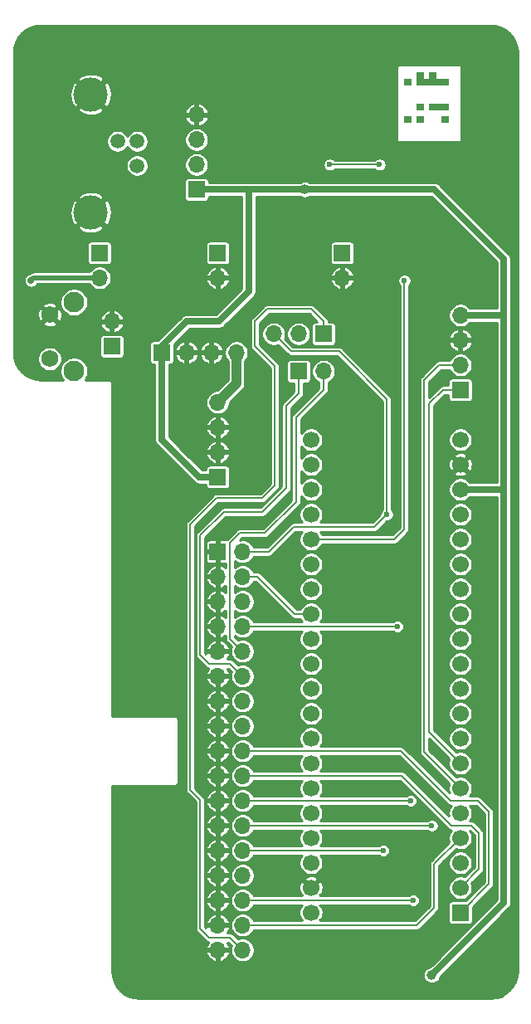
<source format=gbr>
G04 #@! TF.GenerationSoftware,KiCad,Pcbnew,(5.1.9)-1*
G04 #@! TF.CreationDate,2021-06-25T18:31:08+01:00*
G04 #@! TF.ProjectId,Greaseweazle F1 Plus Mini,47726561-7365-4776-9561-7a6c65204631,1*
G04 #@! TF.SameCoordinates,PX6312cb0PY6bcb370*
G04 #@! TF.FileFunction,Copper,L2,Bot*
G04 #@! TF.FilePolarity,Positive*
%FSLAX46Y46*%
G04 Gerber Fmt 4.6, Leading zero omitted, Abs format (unit mm)*
G04 Created by KiCad (PCBNEW (5.1.9)-1) date 2021-06-25 18:31:08*
%MOMM*%
%LPD*%
G01*
G04 APERTURE LIST*
G04 #@! TA.AperFunction,EtchedComponent*
%ADD10C,0.100000*%
G04 #@! TD*
G04 #@! TA.AperFunction,ComponentPad*
%ADD11O,1.700000X1.700000*%
G04 #@! TD*
G04 #@! TA.AperFunction,ComponentPad*
%ADD12R,1.700000X1.700000*%
G04 #@! TD*
G04 #@! TA.AperFunction,ComponentPad*
%ADD13C,1.700000*%
G04 #@! TD*
G04 #@! TA.AperFunction,ComponentPad*
%ADD14C,2.100000*%
G04 #@! TD*
G04 #@! TA.AperFunction,ComponentPad*
%ADD15C,1.750000*%
G04 #@! TD*
G04 #@! TA.AperFunction,ComponentPad*
%ADD16C,4.064000*%
G04 #@! TD*
G04 #@! TA.AperFunction,ComponentPad*
%ADD17C,1.501140*%
G04 #@! TD*
G04 #@! TA.AperFunction,ComponentPad*
%ADD18C,3.500120*%
G04 #@! TD*
G04 #@! TA.AperFunction,ViaPad*
%ADD19C,0.700000*%
G04 #@! TD*
G04 #@! TA.AperFunction,ViaPad*
%ADD20C,0.600000*%
G04 #@! TD*
G04 #@! TA.AperFunction,ViaPad*
%ADD21C,1.000000*%
G04 #@! TD*
G04 #@! TA.AperFunction,Conductor*
%ADD22C,0.700000*%
G04 #@! TD*
G04 #@! TA.AperFunction,Conductor*
%ADD23C,0.200000*%
G04 #@! TD*
G04 #@! TA.AperFunction,Conductor*
%ADD24C,0.500000*%
G04 #@! TD*
G04 #@! TA.AperFunction,Conductor*
%ADD25C,1.000000*%
G04 #@! TD*
G04 #@! TA.AperFunction,Conductor*
%ADD26C,0.254000*%
G04 #@! TD*
G04 #@! TA.AperFunction,Conductor*
%ADD27C,0.100000*%
G04 #@! TD*
G04 APERTURE END LIST*
D10*
G36*
X37084000Y64770000D02*
G01*
X37719000Y64770000D01*
X37719000Y65405000D01*
X37084000Y65405000D01*
X37084000Y64770000D01*
G37*
X37084000Y64770000D02*
X37719000Y64770000D01*
X37719000Y65405000D01*
X37084000Y65405000D01*
X37084000Y64770000D01*
G36*
X34544000Y64770000D02*
G01*
X35179000Y64770000D01*
X35179000Y65405000D01*
X34544000Y65405000D01*
X34544000Y64770000D01*
G37*
X34544000Y64770000D02*
X35179000Y64770000D01*
X35179000Y65405000D01*
X34544000Y65405000D01*
X34544000Y64770000D01*
G36*
X34544000Y66040000D02*
G01*
X35179000Y66040000D01*
X35179000Y66675000D01*
X34544000Y66675000D01*
X34544000Y66040000D01*
G37*
X34544000Y66040000D02*
X35179000Y66040000D01*
X35179000Y66675000D01*
X34544000Y66675000D01*
X34544000Y66040000D01*
G36*
X35814000Y66040000D02*
G01*
X36449000Y66040000D01*
X36449000Y66675000D01*
X35814000Y66675000D01*
X35814000Y66040000D01*
G37*
X35814000Y66040000D02*
X36449000Y66040000D01*
X36449000Y66675000D01*
X35814000Y66675000D01*
X35814000Y66040000D01*
G36*
X36449000Y66040000D02*
G01*
X37084000Y66040000D01*
X37084000Y66675000D01*
X36449000Y66675000D01*
X36449000Y66040000D01*
G37*
X36449000Y66040000D02*
X37084000Y66040000D01*
X37084000Y66675000D01*
X36449000Y66675000D01*
X36449000Y66040000D01*
G36*
X37084000Y66040000D02*
G01*
X37719000Y66040000D01*
X37719000Y66675000D01*
X37084000Y66675000D01*
X37084000Y66040000D01*
G37*
X37084000Y66040000D02*
X37719000Y66040000D01*
X37719000Y66675000D01*
X37084000Y66675000D01*
X37084000Y66040000D01*
G36*
X37084000Y68580000D02*
G01*
X37719000Y68580000D01*
X37719000Y69215000D01*
X37084000Y69215000D01*
X37084000Y68580000D01*
G37*
X37084000Y68580000D02*
X37719000Y68580000D01*
X37719000Y69215000D01*
X37084000Y69215000D01*
X37084000Y68580000D01*
G36*
X36449000Y68580000D02*
G01*
X37084000Y68580000D01*
X37084000Y69215000D01*
X36449000Y69215000D01*
X36449000Y68580000D01*
G37*
X36449000Y68580000D02*
X37084000Y68580000D01*
X37084000Y69215000D01*
X36449000Y69215000D01*
X36449000Y68580000D01*
G36*
X35814000Y69215000D02*
G01*
X36449000Y69215000D01*
X36449000Y69850000D01*
X35814000Y69850000D01*
X35814000Y69215000D01*
G37*
X35814000Y69215000D02*
X36449000Y69215000D01*
X36449000Y69850000D01*
X35814000Y69850000D01*
X35814000Y69215000D01*
G36*
X35814000Y68580000D02*
G01*
X36449000Y68580000D01*
X36449000Y69215000D01*
X35814000Y69215000D01*
X35814000Y68580000D01*
G37*
X35814000Y68580000D02*
X36449000Y68580000D01*
X36449000Y69215000D01*
X35814000Y69215000D01*
X35814000Y68580000D01*
G36*
X35179000Y68580000D02*
G01*
X35814000Y68580000D01*
X35814000Y69215000D01*
X35179000Y69215000D01*
X35179000Y68580000D01*
G37*
X35179000Y68580000D02*
X35814000Y68580000D01*
X35814000Y69215000D01*
X35179000Y69215000D01*
X35179000Y68580000D01*
G36*
X34544000Y68580000D02*
G01*
X35179000Y68580000D01*
X35179000Y69215000D01*
X34544000Y69215000D01*
X34544000Y68580000D01*
G37*
X34544000Y68580000D02*
X35179000Y68580000D01*
X35179000Y69215000D01*
X34544000Y69215000D01*
X34544000Y68580000D01*
G36*
X34544000Y69215000D02*
G01*
X35179000Y69215000D01*
X35179000Y69850000D01*
X34544000Y69850000D01*
X34544000Y69215000D01*
G37*
X34544000Y69215000D02*
X35179000Y69215000D01*
X35179000Y69850000D01*
X34544000Y69850000D01*
X34544000Y69215000D01*
G36*
X33274000Y64770000D02*
G01*
X33909000Y64770000D01*
X33909000Y65405000D01*
X33274000Y65405000D01*
X33274000Y64770000D01*
G37*
X33274000Y64770000D02*
X33909000Y64770000D01*
X33909000Y65405000D01*
X33274000Y65405000D01*
X33274000Y64770000D01*
G36*
X33274000Y68580000D02*
G01*
X33909000Y68580000D01*
X33909000Y69215000D01*
X33274000Y69215000D01*
X33274000Y68580000D01*
G37*
X33274000Y68580000D02*
X33909000Y68580000D01*
X33909000Y69215000D01*
X33274000Y69215000D01*
X33274000Y68580000D01*
G36*
X33274000Y68580000D02*
G01*
X33909000Y68580000D01*
X33909000Y69215000D01*
X33274000Y69215000D01*
X33274000Y68580000D01*
G37*
X33274000Y68580000D02*
X33909000Y68580000D01*
X33909000Y69215000D01*
X33274000Y69215000D01*
X33274000Y68580000D01*
G36*
X33274000Y64770000D02*
G01*
X33909000Y64770000D01*
X33909000Y65405000D01*
X33274000Y65405000D01*
X33274000Y64770000D01*
G37*
X33274000Y64770000D02*
X33909000Y64770000D01*
X33909000Y65405000D01*
X33274000Y65405000D01*
X33274000Y64770000D01*
G36*
X34544000Y69215000D02*
G01*
X35179000Y69215000D01*
X35179000Y69850000D01*
X34544000Y69850000D01*
X34544000Y69215000D01*
G37*
X34544000Y69215000D02*
X35179000Y69215000D01*
X35179000Y69850000D01*
X34544000Y69850000D01*
X34544000Y69215000D01*
G36*
X34544000Y68580000D02*
G01*
X35179000Y68580000D01*
X35179000Y69215000D01*
X34544000Y69215000D01*
X34544000Y68580000D01*
G37*
X34544000Y68580000D02*
X35179000Y68580000D01*
X35179000Y69215000D01*
X34544000Y69215000D01*
X34544000Y68580000D01*
G36*
X35179000Y68580000D02*
G01*
X35814000Y68580000D01*
X35814000Y69215000D01*
X35179000Y69215000D01*
X35179000Y68580000D01*
G37*
X35179000Y68580000D02*
X35814000Y68580000D01*
X35814000Y69215000D01*
X35179000Y69215000D01*
X35179000Y68580000D01*
G36*
X35814000Y68580000D02*
G01*
X36449000Y68580000D01*
X36449000Y69215000D01*
X35814000Y69215000D01*
X35814000Y68580000D01*
G37*
X35814000Y68580000D02*
X36449000Y68580000D01*
X36449000Y69215000D01*
X35814000Y69215000D01*
X35814000Y68580000D01*
G36*
X35814000Y69215000D02*
G01*
X36449000Y69215000D01*
X36449000Y69850000D01*
X35814000Y69850000D01*
X35814000Y69215000D01*
G37*
X35814000Y69215000D02*
X36449000Y69215000D01*
X36449000Y69850000D01*
X35814000Y69850000D01*
X35814000Y69215000D01*
G36*
X36449000Y68580000D02*
G01*
X37084000Y68580000D01*
X37084000Y69215000D01*
X36449000Y69215000D01*
X36449000Y68580000D01*
G37*
X36449000Y68580000D02*
X37084000Y68580000D01*
X37084000Y69215000D01*
X36449000Y69215000D01*
X36449000Y68580000D01*
G36*
X37084000Y68580000D02*
G01*
X37719000Y68580000D01*
X37719000Y69215000D01*
X37084000Y69215000D01*
X37084000Y68580000D01*
G37*
X37084000Y68580000D02*
X37719000Y68580000D01*
X37719000Y69215000D01*
X37084000Y69215000D01*
X37084000Y68580000D01*
G36*
X37084000Y66040000D02*
G01*
X37719000Y66040000D01*
X37719000Y66675000D01*
X37084000Y66675000D01*
X37084000Y66040000D01*
G37*
X37084000Y66040000D02*
X37719000Y66040000D01*
X37719000Y66675000D01*
X37084000Y66675000D01*
X37084000Y66040000D01*
G36*
X36449000Y66040000D02*
G01*
X37084000Y66040000D01*
X37084000Y66675000D01*
X36449000Y66675000D01*
X36449000Y66040000D01*
G37*
X36449000Y66040000D02*
X37084000Y66040000D01*
X37084000Y66675000D01*
X36449000Y66675000D01*
X36449000Y66040000D01*
G36*
X35814000Y66040000D02*
G01*
X36449000Y66040000D01*
X36449000Y66675000D01*
X35814000Y66675000D01*
X35814000Y66040000D01*
G37*
X35814000Y66040000D02*
X36449000Y66040000D01*
X36449000Y66675000D01*
X35814000Y66675000D01*
X35814000Y66040000D01*
G36*
X34544000Y66040000D02*
G01*
X35179000Y66040000D01*
X35179000Y66675000D01*
X34544000Y66675000D01*
X34544000Y66040000D01*
G37*
X34544000Y66040000D02*
X35179000Y66040000D01*
X35179000Y66675000D01*
X34544000Y66675000D01*
X34544000Y66040000D01*
G36*
X34544000Y64770000D02*
G01*
X35179000Y64770000D01*
X35179000Y65405000D01*
X34544000Y65405000D01*
X34544000Y64770000D01*
G37*
X34544000Y64770000D02*
X35179000Y64770000D01*
X35179000Y65405000D01*
X34544000Y65405000D01*
X34544000Y64770000D01*
G36*
X37084000Y64770000D02*
G01*
X37719000Y64770000D01*
X37719000Y65405000D01*
X37084000Y65405000D01*
X37084000Y64770000D01*
G37*
X37084000Y64770000D02*
X37719000Y64770000D01*
X37719000Y65405000D01*
X37084000Y65405000D01*
X37084000Y64770000D01*
D11*
X16129000Y41275000D03*
X13589000Y41275000D03*
X11049000Y41275000D03*
D12*
X8509000Y41275000D03*
D11*
X25019000Y39370000D03*
D12*
X22479000Y39370000D03*
D11*
X19939000Y43180000D03*
X22479000Y43180000D03*
D12*
X25019000Y43180000D03*
D13*
X23749000Y-15875000D03*
D12*
X38989000Y-15875000D03*
D13*
X23749000Y-13335000D03*
X38989000Y-13335000D03*
X23749000Y-10795000D03*
X38989000Y-10795000D03*
X23749000Y-8255000D03*
X38989000Y-8255000D03*
X23749000Y-5715000D03*
X38989000Y-5715000D03*
X23749000Y-3175000D03*
X38989000Y-3175000D03*
X23749000Y-635000D03*
X38989000Y-635000D03*
X23749000Y1905000D03*
X38989000Y1905000D03*
X23749000Y4445000D03*
X38989000Y4445000D03*
X23749000Y6985000D03*
X38989000Y6985000D03*
X23749000Y9525000D03*
X38989000Y9525000D03*
X23749000Y12065000D03*
X38989000Y12065000D03*
X23749000Y14605000D03*
X38989000Y14605000D03*
X23749000Y17145000D03*
X38989000Y17145000D03*
X23749000Y19685000D03*
X38989000Y19685000D03*
X23749000Y22225000D03*
X38989000Y22225000D03*
X23749000Y24765000D03*
X38989000Y24765000D03*
X23749000Y27305000D03*
X38989000Y27305000D03*
X23749000Y29845000D03*
X38989000Y29845000D03*
X23749000Y32385000D03*
X38989000Y32385000D03*
D14*
X-431000Y39390000D03*
D15*
X-2921000Y40640000D03*
X-2921000Y45140000D03*
D14*
X-431000Y46400000D03*
D11*
X38989000Y45085000D03*
X38989000Y42545000D03*
X38989000Y40005000D03*
D12*
X38989000Y37465000D03*
D11*
X12065000Y65532000D03*
X12065000Y62992000D03*
X12065000Y60452000D03*
D12*
X12065000Y57912000D03*
D16*
X42114000Y-21970000D03*
X6114000Y-21970000D03*
X42114000Y72030000D03*
X-3886000Y72030000D03*
D11*
X26924000Y48895000D03*
D12*
X26924000Y51435000D03*
D11*
X14224000Y48895000D03*
D12*
X14224000Y51435000D03*
D11*
X2159000Y48895000D03*
D12*
X2159000Y51435000D03*
X14224000Y28575000D03*
D11*
X14224000Y31115000D03*
X14224000Y33655000D03*
X14224000Y36195000D03*
D12*
X3429000Y41910000D03*
D11*
X3429000Y44450000D03*
D17*
X3987800Y62839600D03*
X3987800Y60350400D03*
X5994400Y60350400D03*
X5994400Y62839600D03*
D18*
X1270000Y67614800D03*
X1270000Y55575200D03*
D12*
X14224000Y20955000D03*
D11*
X16764000Y20955000D03*
X14224000Y18415000D03*
X16764000Y18415000D03*
X14224000Y15875000D03*
X16764000Y15875000D03*
X14224000Y13335000D03*
X16764000Y13335000D03*
X14224000Y10795000D03*
X16764000Y10795000D03*
X14224000Y8255000D03*
X16764000Y8255000D03*
X14224000Y5715000D03*
X16764000Y5715000D03*
X14224000Y3175000D03*
X16764000Y3175000D03*
X14224000Y635000D03*
X16764000Y635000D03*
X14224000Y-1905000D03*
X16764000Y-1905000D03*
X14224000Y-4445000D03*
X16764000Y-4445000D03*
X14224000Y-6985000D03*
X16764000Y-6985000D03*
X14224000Y-9525000D03*
X16764000Y-9525000D03*
X14224000Y-12065000D03*
X16764000Y-12065000D03*
X14224000Y-14605000D03*
X16764000Y-14605000D03*
X14224000Y-17145000D03*
X16764000Y-17145000D03*
X14224000Y-19685000D03*
X16764000Y-19685000D03*
D19*
X37211000Y-4953000D03*
D20*
X19812000Y14605000D03*
D21*
X23114000Y57912000D03*
X36068004Y-22225000D03*
D20*
X34163000Y-14605000D03*
X31115000Y-9525000D03*
X36068000Y-6985000D03*
X33909000Y-4445000D03*
X32546999Y13335000D03*
X31496000Y24765000D03*
X33274000Y48641000D03*
X25654000Y60452000D03*
X30734000Y60452000D03*
D19*
X-4826000Y48640990D03*
D22*
X36322000Y57912000D02*
X43434000Y50800000D01*
X38989000Y45085000D02*
X43307000Y45085000D01*
X43307000Y45085000D02*
X43434000Y45212000D01*
X43434000Y50800000D02*
X43434000Y45212000D01*
X23114000Y57912000D02*
X36322000Y57912000D01*
X38989000Y27305000D02*
X43434000Y27305000D01*
X43434000Y45212000D02*
X43434000Y27305000D01*
X17399000Y57912000D02*
X23114000Y57912000D01*
X12065000Y57912000D02*
X17399000Y57912000D01*
X36568003Y-21725001D02*
X36068004Y-22225000D01*
X43434000Y-14859004D02*
X36568003Y-21725001D01*
X43434000Y27305000D02*
X43434000Y-14859004D01*
X17399000Y47498000D02*
X17399000Y57912000D01*
X14351000Y44450000D02*
X17399000Y47498000D01*
X11049000Y44450000D02*
X14351000Y44450000D01*
X8509000Y41910000D02*
X11049000Y44450000D01*
X8509000Y41275000D02*
X8509000Y41910000D01*
X8509000Y32385000D02*
X8509000Y41275000D01*
X12319000Y28575000D02*
X8509000Y32385000D01*
X14224000Y28575000D02*
X12319000Y28575000D01*
D23*
X34544000Y-17145000D02*
X16764000Y-17145000D01*
X36322000Y-15367000D02*
X34544000Y-17145000D01*
X36322000Y-10922000D02*
X36322000Y-15367000D01*
X38989000Y-8255000D02*
X36322000Y-10922000D01*
X16764000Y-14605000D02*
X34163000Y-14605000D01*
X16764000Y-9525000D02*
X31115000Y-9525000D01*
X16764000Y-6985000D02*
X36068000Y-6985000D01*
X16764000Y-4445000D02*
X33909000Y-4445000D01*
X17966081Y-1905000D02*
X16764000Y-1905000D01*
X33020000Y-1905000D02*
X17966081Y-1905000D01*
X38100000Y-6985000D02*
X33020000Y-1905000D01*
X40132000Y-6985000D02*
X38100000Y-6985000D01*
X40894000Y-7747000D02*
X40132000Y-6985000D01*
X40894000Y-11430000D02*
X40894000Y-7747000D01*
X38989000Y-13335000D02*
X40894000Y-11430000D01*
X22987000Y635000D02*
X16764000Y635000D01*
X32893000Y635000D02*
X22987000Y635000D01*
X37973000Y-4445000D02*
X32893000Y635000D01*
X40767000Y-4445000D02*
X37973000Y-4445000D01*
X41910000Y-5588000D02*
X40767000Y-4445000D01*
X41910000Y-12954000D02*
X41910000Y-5588000D01*
X38989000Y-15875000D02*
X41910000Y-12954000D01*
X16764000Y13335000D02*
X32546999Y13335000D01*
X26594002Y41402000D02*
X31496000Y36500002D01*
X31496000Y36500002D02*
X31496000Y24765000D01*
X21717000Y41402000D02*
X26594002Y41402000D01*
X19939000Y43180000D02*
X21717000Y41402000D01*
X19431000Y20955000D02*
X16764000Y20955000D01*
X21971000Y23495000D02*
X19431000Y20955000D01*
X30226000Y23495000D02*
X21971000Y23495000D01*
X31496000Y24765000D02*
X30226000Y23495000D01*
X33274000Y23241000D02*
X33274000Y48641000D01*
X32258000Y22225000D02*
X33274000Y23241000D01*
X23749000Y22225000D02*
X32258000Y22225000D01*
X35814000Y2540000D02*
X38989000Y-635000D01*
X35814000Y36068000D02*
X35814000Y2540000D01*
X37211000Y37465000D02*
X35814000Y36068000D01*
X38989000Y37465000D02*
X37211000Y37465000D01*
X35306000Y508000D02*
X38989000Y-3175000D01*
X35306000Y38481000D02*
X35306000Y508000D01*
X36830000Y40005000D02*
X35306000Y38481000D01*
X38989000Y40005000D02*
X36830000Y40005000D01*
X25654000Y60452000D02*
X30734000Y60452000D01*
D24*
X2159000Y48895000D02*
X-4571990Y48895000D01*
X-4571990Y48895000D02*
X-4826000Y48640990D01*
D23*
X18288000Y18415000D02*
X16764000Y18415000D01*
X22098000Y14605000D02*
X18288000Y18415000D01*
X23749000Y14605000D02*
X22098000Y14605000D01*
X15494000Y12065000D02*
X16764000Y10795000D01*
X15494000Y21844000D02*
X15494000Y12065000D01*
X16510000Y22860000D02*
X15494000Y21844000D01*
X19050000Y22860000D02*
X16510000Y22860000D01*
X22225000Y26035000D02*
X19050000Y22860000D01*
X22225000Y34671000D02*
X22225000Y26035000D01*
X25019000Y37465000D02*
X22225000Y34671000D01*
X25019000Y39370000D02*
X25019000Y37465000D01*
X15494000Y9525000D02*
X16764000Y8255000D01*
X13335000Y9525000D02*
X15494000Y9525000D01*
X12446000Y10414000D02*
X13335000Y9525000D01*
X12446000Y22606000D02*
X12446000Y10414000D01*
X14859000Y25019000D02*
X12446000Y22606000D01*
X18796000Y25019000D02*
X14859000Y25019000D01*
X21209000Y27432000D02*
X18796000Y25019000D01*
X21209000Y35814000D02*
X21209000Y27432000D01*
X22479000Y37084000D02*
X21209000Y35814000D01*
X22479000Y39370000D02*
X22479000Y37084000D01*
D25*
X16129000Y38100000D02*
X16129000Y41275000D01*
X14224000Y36195000D02*
X16129000Y38100000D01*
D23*
X13335000Y-18415000D02*
X15494000Y-18415000D01*
X25019000Y43180000D02*
X25019000Y44450000D01*
X25019000Y44450000D02*
X23749000Y45720000D01*
X23749000Y45720000D02*
X19304000Y45720000D01*
X19304000Y45720000D02*
X18034000Y44450000D01*
X18796000Y26416000D02*
X14097000Y26416000D01*
X12446000Y-17526000D02*
X13335000Y-18415000D01*
X18034000Y44450000D02*
X18034000Y41910000D01*
X20066000Y27686000D02*
X18796000Y26416000D01*
X15494000Y-18415000D02*
X16764000Y-19685000D01*
X18034000Y41910000D02*
X20066000Y39878000D01*
X14097000Y26416000D02*
X11430000Y23749000D01*
X11430000Y-3353002D02*
X12446000Y-4369002D01*
X12446000Y-4369002D02*
X12446000Y-17526000D01*
X20066000Y39878000D02*
X20066000Y27686000D01*
X11430000Y23749000D02*
X11430000Y-3353002D01*
D26*
X42574454Y74596356D02*
X43091440Y74440268D01*
X43568262Y74186738D01*
X43986760Y73845419D01*
X44330992Y73429314D01*
X44587845Y72954276D01*
X44747536Y72438395D01*
X44805996Y71882187D01*
X44806000Y71881174D01*
X44806001Y-21824157D01*
X44751356Y-22381473D01*
X44595268Y-22898460D01*
X44341737Y-23375283D01*
X44000419Y-23793780D01*
X43584314Y-24138012D01*
X43109274Y-24394866D01*
X42593395Y-24554556D01*
X42037188Y-24613016D01*
X42035890Y-24613021D01*
X6242853Y-24613000D01*
X5685547Y-24558356D01*
X5168560Y-24402268D01*
X4691737Y-24148737D01*
X4273240Y-23807419D01*
X3929008Y-23391314D01*
X3672154Y-22916274D01*
X3512464Y-22400395D01*
X3454004Y-21844188D01*
X3454000Y-21843166D01*
X3454000Y-20001980D01*
X13034511Y-20001980D01*
X13058866Y-20082288D01*
X13158761Y-20301961D01*
X13299592Y-20497924D01*
X13475948Y-20662647D01*
X13681051Y-20789799D01*
X13907019Y-20874495D01*
X14097000Y-20814187D01*
X14097000Y-19812000D01*
X14351000Y-19812000D01*
X14351000Y-20814187D01*
X14540981Y-20874495D01*
X14766949Y-20789799D01*
X14972052Y-20662647D01*
X15148408Y-20497924D01*
X15289239Y-20301961D01*
X15389134Y-20082288D01*
X15413489Y-20001980D01*
X15352627Y-19812000D01*
X14351000Y-19812000D01*
X14097000Y-19812000D01*
X13095373Y-19812000D01*
X13034511Y-20001980D01*
X3454000Y-20001980D01*
X3454000Y-2946000D01*
X9759059Y-2946000D01*
X9779000Y-2947964D01*
X9798940Y-2946000D01*
X9798941Y-2946000D01*
X9858590Y-2940125D01*
X9935121Y-2916910D01*
X10005653Y-2879210D01*
X10067474Y-2828474D01*
X10118210Y-2766653D01*
X10155910Y-2696121D01*
X10179125Y-2619590D01*
X10186964Y-2540000D01*
X10185000Y-2520059D01*
X10185000Y3790059D01*
X10186964Y3810000D01*
X10179125Y3889590D01*
X10155910Y3966121D01*
X10118210Y4036653D01*
X10067474Y4098474D01*
X10005653Y4149210D01*
X9935121Y4186910D01*
X9858590Y4210125D01*
X9798941Y4216000D01*
X9779000Y4217964D01*
X9759060Y4216000D01*
X3454000Y4216000D01*
X3454000Y23749000D01*
X10946673Y23749000D01*
X10949000Y23725374D01*
X10949001Y-3329366D01*
X10946673Y-3353002D01*
X10955960Y-3447294D01*
X10977034Y-3516764D01*
X10983465Y-3537963D01*
X11028129Y-3621524D01*
X11088237Y-3694766D01*
X11106589Y-3709827D01*
X11965000Y-4568239D01*
X11965001Y-17502364D01*
X11962673Y-17526000D01*
X11971960Y-17620292D01*
X11999465Y-17710961D01*
X12044129Y-17794522D01*
X12104237Y-17867764D01*
X12122589Y-17882825D01*
X12978175Y-18738411D01*
X12993236Y-18756764D01*
X13066478Y-18816872D01*
X13150039Y-18861536D01*
X13213203Y-18880696D01*
X13240707Y-18889040D01*
X13284314Y-18893335D01*
X13158761Y-19068039D01*
X13058866Y-19287712D01*
X13034511Y-19368020D01*
X13095373Y-19558000D01*
X14097000Y-19558000D01*
X14097000Y-19538000D01*
X14351000Y-19538000D01*
X14351000Y-19558000D01*
X15352627Y-19558000D01*
X15413489Y-19368020D01*
X15389134Y-19287712D01*
X15289239Y-19068039D01*
X15165601Y-18896000D01*
X15294764Y-18896000D01*
X15622597Y-19223833D01*
X15580307Y-19325931D01*
X15533000Y-19563757D01*
X15533000Y-19806243D01*
X15580307Y-20044069D01*
X15673102Y-20268097D01*
X15807820Y-20469717D01*
X15979283Y-20641180D01*
X16180903Y-20775898D01*
X16404931Y-20868693D01*
X16642757Y-20916000D01*
X16885243Y-20916000D01*
X17123069Y-20868693D01*
X17347097Y-20775898D01*
X17548717Y-20641180D01*
X17720180Y-20469717D01*
X17854898Y-20268097D01*
X17947693Y-20044069D01*
X17995000Y-19806243D01*
X17995000Y-19563757D01*
X17947693Y-19325931D01*
X17854898Y-19101903D01*
X17720180Y-18900283D01*
X17548717Y-18728820D01*
X17347097Y-18594102D01*
X17123069Y-18501307D01*
X16885243Y-18454000D01*
X16642757Y-18454000D01*
X16404931Y-18501307D01*
X16302833Y-18543597D01*
X15850830Y-18091594D01*
X15835764Y-18073236D01*
X15762522Y-18013128D01*
X15678961Y-17968464D01*
X15588292Y-17940960D01*
X15517626Y-17934000D01*
X15494000Y-17931673D01*
X15470374Y-17934000D01*
X15165601Y-17934000D01*
X15289239Y-17761961D01*
X15389134Y-17542288D01*
X15413489Y-17461980D01*
X15352627Y-17272000D01*
X14351000Y-17272000D01*
X14351000Y-17292000D01*
X14097000Y-17292000D01*
X14097000Y-17272000D01*
X13095373Y-17272000D01*
X13041233Y-17440997D01*
X12927000Y-17326764D01*
X12927000Y-16828020D01*
X13034511Y-16828020D01*
X13095373Y-17018000D01*
X14097000Y-17018000D01*
X14097000Y-16015813D01*
X14351000Y-16015813D01*
X14351000Y-17018000D01*
X15352627Y-17018000D01*
X15413489Y-16828020D01*
X15389134Y-16747712D01*
X15289239Y-16528039D01*
X15148408Y-16332076D01*
X14972052Y-16167353D01*
X14766949Y-16040201D01*
X14540981Y-15955505D01*
X14351000Y-16015813D01*
X14097000Y-16015813D01*
X13907019Y-15955505D01*
X13681051Y-16040201D01*
X13475948Y-16167353D01*
X13299592Y-16332076D01*
X13158761Y-16528039D01*
X13058866Y-16747712D01*
X13034511Y-16828020D01*
X12927000Y-16828020D01*
X12927000Y-14921980D01*
X13034511Y-14921980D01*
X13058866Y-15002288D01*
X13158761Y-15221961D01*
X13299592Y-15417924D01*
X13475948Y-15582647D01*
X13681051Y-15709799D01*
X13907019Y-15794495D01*
X14097000Y-15734187D01*
X14097000Y-14732000D01*
X14351000Y-14732000D01*
X14351000Y-15734187D01*
X14540981Y-15794495D01*
X14766949Y-15709799D01*
X14972052Y-15582647D01*
X15148408Y-15417924D01*
X15289239Y-15221961D01*
X15389134Y-15002288D01*
X15413489Y-14921980D01*
X15352627Y-14732000D01*
X14351000Y-14732000D01*
X14097000Y-14732000D01*
X13095373Y-14732000D01*
X13034511Y-14921980D01*
X12927000Y-14921980D01*
X12927000Y-14288020D01*
X13034511Y-14288020D01*
X13095373Y-14478000D01*
X14097000Y-14478000D01*
X14097000Y-13475813D01*
X14351000Y-13475813D01*
X14351000Y-14478000D01*
X15352627Y-14478000D01*
X15413489Y-14288020D01*
X15389134Y-14207712D01*
X15289239Y-13988039D01*
X15148408Y-13792076D01*
X14972052Y-13627353D01*
X14766949Y-13500201D01*
X14540981Y-13415505D01*
X14351000Y-13475813D01*
X14097000Y-13475813D01*
X13907019Y-13415505D01*
X13681051Y-13500201D01*
X13475948Y-13627353D01*
X13299592Y-13792076D01*
X13158761Y-13988039D01*
X13058866Y-14207712D01*
X13034511Y-14288020D01*
X12927000Y-14288020D01*
X12927000Y-12381980D01*
X13034511Y-12381980D01*
X13058866Y-12462288D01*
X13158761Y-12681961D01*
X13299592Y-12877924D01*
X13475948Y-13042647D01*
X13681051Y-13169799D01*
X13907019Y-13254495D01*
X14097000Y-13194187D01*
X14097000Y-12192000D01*
X14351000Y-12192000D01*
X14351000Y-13194187D01*
X14540981Y-13254495D01*
X14766949Y-13169799D01*
X14972052Y-13042647D01*
X15148408Y-12877924D01*
X15289239Y-12681961D01*
X15389134Y-12462288D01*
X15413489Y-12381980D01*
X15352627Y-12192000D01*
X14351000Y-12192000D01*
X14097000Y-12192000D01*
X13095373Y-12192000D01*
X13034511Y-12381980D01*
X12927000Y-12381980D01*
X12927000Y-11943757D01*
X15533000Y-11943757D01*
X15533000Y-12186243D01*
X15580307Y-12424069D01*
X15673102Y-12648097D01*
X15807820Y-12849717D01*
X15979283Y-13021180D01*
X16180903Y-13155898D01*
X16404931Y-13248693D01*
X16642757Y-13296000D01*
X16885243Y-13296000D01*
X17123069Y-13248693D01*
X17347097Y-13155898D01*
X17548717Y-13021180D01*
X17720180Y-12849717D01*
X17854898Y-12648097D01*
X17939892Y-12442900D01*
X23036505Y-12442900D01*
X23749000Y-13155395D01*
X24461495Y-12442900D01*
X24369477Y-12264922D01*
X24148793Y-12164434D01*
X23912745Y-12108931D01*
X23670404Y-12100544D01*
X23431083Y-12139598D01*
X23203980Y-12224589D01*
X23128523Y-12264922D01*
X23036505Y-12442900D01*
X17939892Y-12442900D01*
X17947693Y-12424069D01*
X17995000Y-12186243D01*
X17995000Y-11943757D01*
X17947693Y-11705931D01*
X17854898Y-11481903D01*
X17720180Y-11280283D01*
X17548717Y-11108820D01*
X17347097Y-10974102D01*
X17123069Y-10881307D01*
X16885243Y-10834000D01*
X16642757Y-10834000D01*
X16404931Y-10881307D01*
X16180903Y-10974102D01*
X15979283Y-11108820D01*
X15807820Y-11280283D01*
X15673102Y-11481903D01*
X15580307Y-11705931D01*
X15533000Y-11943757D01*
X12927000Y-11943757D01*
X12927000Y-11748020D01*
X13034511Y-11748020D01*
X13095373Y-11938000D01*
X14097000Y-11938000D01*
X14097000Y-10935813D01*
X14351000Y-10935813D01*
X14351000Y-11938000D01*
X15352627Y-11938000D01*
X15413489Y-11748020D01*
X15389134Y-11667712D01*
X15289239Y-11448039D01*
X15148408Y-11252076D01*
X14972052Y-11087353D01*
X14766949Y-10960201D01*
X14540981Y-10875505D01*
X14351000Y-10935813D01*
X14097000Y-10935813D01*
X13907019Y-10875505D01*
X13681051Y-10960201D01*
X13475948Y-11087353D01*
X13299592Y-11252076D01*
X13158761Y-11448039D01*
X13058866Y-11667712D01*
X13034511Y-11748020D01*
X12927000Y-11748020D01*
X12927000Y-9841980D01*
X13034511Y-9841980D01*
X13058866Y-9922288D01*
X13158761Y-10141961D01*
X13299592Y-10337924D01*
X13475948Y-10502647D01*
X13681051Y-10629799D01*
X13907019Y-10714495D01*
X14097000Y-10654187D01*
X14097000Y-9652000D01*
X14351000Y-9652000D01*
X14351000Y-10654187D01*
X14540981Y-10714495D01*
X14766949Y-10629799D01*
X14972052Y-10502647D01*
X15148408Y-10337924D01*
X15289239Y-10141961D01*
X15389134Y-9922288D01*
X15413489Y-9841980D01*
X15352627Y-9652000D01*
X14351000Y-9652000D01*
X14097000Y-9652000D01*
X13095373Y-9652000D01*
X13034511Y-9841980D01*
X12927000Y-9841980D01*
X12927000Y-9208020D01*
X13034511Y-9208020D01*
X13095373Y-9398000D01*
X14097000Y-9398000D01*
X14097000Y-8395813D01*
X14351000Y-8395813D01*
X14351000Y-9398000D01*
X15352627Y-9398000D01*
X15413489Y-9208020D01*
X15389134Y-9127712D01*
X15289239Y-8908039D01*
X15148408Y-8712076D01*
X14972052Y-8547353D01*
X14766949Y-8420201D01*
X14540981Y-8335505D01*
X14351000Y-8395813D01*
X14097000Y-8395813D01*
X13907019Y-8335505D01*
X13681051Y-8420201D01*
X13475948Y-8547353D01*
X13299592Y-8712076D01*
X13158761Y-8908039D01*
X13058866Y-9127712D01*
X13034511Y-9208020D01*
X12927000Y-9208020D01*
X12927000Y-7301980D01*
X13034511Y-7301980D01*
X13058866Y-7382288D01*
X13158761Y-7601961D01*
X13299592Y-7797924D01*
X13475948Y-7962647D01*
X13681051Y-8089799D01*
X13907019Y-8174495D01*
X14097000Y-8114187D01*
X14097000Y-7112000D01*
X14351000Y-7112000D01*
X14351000Y-8114187D01*
X14540981Y-8174495D01*
X14766949Y-8089799D01*
X14972052Y-7962647D01*
X15148408Y-7797924D01*
X15289239Y-7601961D01*
X15389134Y-7382288D01*
X15413489Y-7301980D01*
X15352627Y-7112000D01*
X14351000Y-7112000D01*
X14097000Y-7112000D01*
X13095373Y-7112000D01*
X13034511Y-7301980D01*
X12927000Y-7301980D01*
X12927000Y-6668020D01*
X13034511Y-6668020D01*
X13095373Y-6858000D01*
X14097000Y-6858000D01*
X14097000Y-5855813D01*
X14351000Y-5855813D01*
X14351000Y-6858000D01*
X15352627Y-6858000D01*
X15413489Y-6668020D01*
X15389134Y-6587712D01*
X15289239Y-6368039D01*
X15148408Y-6172076D01*
X14972052Y-6007353D01*
X14766949Y-5880201D01*
X14540981Y-5795505D01*
X14351000Y-5855813D01*
X14097000Y-5855813D01*
X13907019Y-5795505D01*
X13681051Y-5880201D01*
X13475948Y-6007353D01*
X13299592Y-6172076D01*
X13158761Y-6368039D01*
X13058866Y-6587712D01*
X13034511Y-6668020D01*
X12927000Y-6668020D01*
X12927000Y-4761980D01*
X13034511Y-4761980D01*
X13058866Y-4842288D01*
X13158761Y-5061961D01*
X13299592Y-5257924D01*
X13475948Y-5422647D01*
X13681051Y-5549799D01*
X13907019Y-5634495D01*
X14097000Y-5574187D01*
X14097000Y-4572000D01*
X14351000Y-4572000D01*
X14351000Y-5574187D01*
X14540981Y-5634495D01*
X14766949Y-5549799D01*
X14972052Y-5422647D01*
X15148408Y-5257924D01*
X15289239Y-5061961D01*
X15389134Y-4842288D01*
X15413489Y-4761980D01*
X15352627Y-4572000D01*
X14351000Y-4572000D01*
X14097000Y-4572000D01*
X13095373Y-4572000D01*
X13034511Y-4761980D01*
X12927000Y-4761980D01*
X12927000Y-4392628D01*
X12929327Y-4369002D01*
X12920040Y-4274709D01*
X12892536Y-4184042D01*
X12892536Y-4184041D01*
X12862593Y-4128020D01*
X13034511Y-4128020D01*
X13095373Y-4318000D01*
X14097000Y-4318000D01*
X14097000Y-3315813D01*
X14351000Y-3315813D01*
X14351000Y-4318000D01*
X15352627Y-4318000D01*
X15413489Y-4128020D01*
X15389134Y-4047712D01*
X15289239Y-3828039D01*
X15148408Y-3632076D01*
X14972052Y-3467353D01*
X14766949Y-3340201D01*
X14540981Y-3255505D01*
X14351000Y-3315813D01*
X14097000Y-3315813D01*
X13907019Y-3255505D01*
X13681051Y-3340201D01*
X13475948Y-3467353D01*
X13299592Y-3632076D01*
X13158761Y-3828039D01*
X13058866Y-4047712D01*
X13034511Y-4128020D01*
X12862593Y-4128020D01*
X12847872Y-4100480D01*
X12787764Y-4027238D01*
X12769411Y-4012177D01*
X11911000Y-3153766D01*
X11911000Y-2221980D01*
X13034511Y-2221980D01*
X13058866Y-2302288D01*
X13158761Y-2521961D01*
X13299592Y-2717924D01*
X13475948Y-2882647D01*
X13681051Y-3009799D01*
X13907019Y-3094495D01*
X14097000Y-3034187D01*
X14097000Y-2032000D01*
X14351000Y-2032000D01*
X14351000Y-3034187D01*
X14540981Y-3094495D01*
X14766949Y-3009799D01*
X14972052Y-2882647D01*
X15148408Y-2717924D01*
X15289239Y-2521961D01*
X15389134Y-2302288D01*
X15413489Y-2221980D01*
X15352627Y-2032000D01*
X14351000Y-2032000D01*
X14097000Y-2032000D01*
X13095373Y-2032000D01*
X13034511Y-2221980D01*
X11911000Y-2221980D01*
X11911000Y-1588020D01*
X13034511Y-1588020D01*
X13095373Y-1778000D01*
X14097000Y-1778000D01*
X14097000Y-775813D01*
X14351000Y-775813D01*
X14351000Y-1778000D01*
X15352627Y-1778000D01*
X15413489Y-1588020D01*
X15389134Y-1507712D01*
X15289239Y-1288039D01*
X15148408Y-1092076D01*
X14972052Y-927353D01*
X14766949Y-800201D01*
X14540981Y-715505D01*
X14351000Y-775813D01*
X14097000Y-775813D01*
X13907019Y-715505D01*
X13681051Y-800201D01*
X13475948Y-927353D01*
X13299592Y-1092076D01*
X13158761Y-1288039D01*
X13058866Y-1507712D01*
X13034511Y-1588020D01*
X11911000Y-1588020D01*
X11911000Y318020D01*
X13034511Y318020D01*
X13058866Y237712D01*
X13158761Y18039D01*
X13299592Y-177924D01*
X13475948Y-342647D01*
X13681051Y-469799D01*
X13907019Y-554495D01*
X14097000Y-494187D01*
X14097000Y508000D01*
X14351000Y508000D01*
X14351000Y-494187D01*
X14540981Y-554495D01*
X14766949Y-469799D01*
X14972052Y-342647D01*
X15148408Y-177924D01*
X15289239Y18039D01*
X15389134Y237712D01*
X15413489Y318020D01*
X15352627Y508000D01*
X14351000Y508000D01*
X14097000Y508000D01*
X13095373Y508000D01*
X13034511Y318020D01*
X11911000Y318020D01*
X11911000Y756243D01*
X15533000Y756243D01*
X15533000Y513757D01*
X15580307Y275931D01*
X15673102Y51903D01*
X15807820Y-149717D01*
X15979283Y-321180D01*
X16180903Y-455898D01*
X16404931Y-548693D01*
X16642757Y-596000D01*
X16885243Y-596000D01*
X17123069Y-548693D01*
X17347097Y-455898D01*
X17548717Y-321180D01*
X17720180Y-149717D01*
X17854898Y51903D01*
X17897188Y154000D01*
X22797103Y154000D01*
X22792820Y149717D01*
X22658102Y-51903D01*
X22565307Y-275931D01*
X22518000Y-513757D01*
X22518000Y-756243D01*
X22565307Y-994069D01*
X22658102Y-1218097D01*
X22792820Y-1419717D01*
X22797103Y-1424000D01*
X17897188Y-1424000D01*
X17854898Y-1321903D01*
X17720180Y-1120283D01*
X17548717Y-948820D01*
X17347097Y-814102D01*
X17123069Y-721307D01*
X16885243Y-674000D01*
X16642757Y-674000D01*
X16404931Y-721307D01*
X16180903Y-814102D01*
X15979283Y-948820D01*
X15807820Y-1120283D01*
X15673102Y-1321903D01*
X15580307Y-1545931D01*
X15533000Y-1783757D01*
X15533000Y-2026243D01*
X15580307Y-2264069D01*
X15673102Y-2488097D01*
X15807820Y-2689717D01*
X15979283Y-2861180D01*
X16180903Y-2995898D01*
X16404931Y-3088693D01*
X16642757Y-3136000D01*
X16885243Y-3136000D01*
X17123069Y-3088693D01*
X17347097Y-2995898D01*
X17548717Y-2861180D01*
X17720180Y-2689717D01*
X17854898Y-2488097D01*
X17897188Y-2386000D01*
X22797103Y-2386000D01*
X22792820Y-2390283D01*
X22658102Y-2591903D01*
X22565307Y-2815931D01*
X22518000Y-3053757D01*
X22518000Y-3296243D01*
X22565307Y-3534069D01*
X22658102Y-3758097D01*
X22792820Y-3959717D01*
X22797103Y-3964000D01*
X17897188Y-3964000D01*
X17854898Y-3861903D01*
X17720180Y-3660283D01*
X17548717Y-3488820D01*
X17347097Y-3354102D01*
X17123069Y-3261307D01*
X16885243Y-3214000D01*
X16642757Y-3214000D01*
X16404931Y-3261307D01*
X16180903Y-3354102D01*
X15979283Y-3488820D01*
X15807820Y-3660283D01*
X15673102Y-3861903D01*
X15580307Y-4085931D01*
X15533000Y-4323757D01*
X15533000Y-4566243D01*
X15580307Y-4804069D01*
X15673102Y-5028097D01*
X15807820Y-5229717D01*
X15979283Y-5401180D01*
X16180903Y-5535898D01*
X16404931Y-5628693D01*
X16642757Y-5676000D01*
X16885243Y-5676000D01*
X17123069Y-5628693D01*
X17347097Y-5535898D01*
X17548717Y-5401180D01*
X17720180Y-5229717D01*
X17854898Y-5028097D01*
X17897188Y-4926000D01*
X22797103Y-4926000D01*
X22792820Y-4930283D01*
X22658102Y-5131903D01*
X22565307Y-5355931D01*
X22518000Y-5593757D01*
X22518000Y-5836243D01*
X22565307Y-6074069D01*
X22658102Y-6298097D01*
X22792820Y-6499717D01*
X22797103Y-6504000D01*
X17897188Y-6504000D01*
X17854898Y-6401903D01*
X17720180Y-6200283D01*
X17548717Y-6028820D01*
X17347097Y-5894102D01*
X17123069Y-5801307D01*
X16885243Y-5754000D01*
X16642757Y-5754000D01*
X16404931Y-5801307D01*
X16180903Y-5894102D01*
X15979283Y-6028820D01*
X15807820Y-6200283D01*
X15673102Y-6401903D01*
X15580307Y-6625931D01*
X15533000Y-6863757D01*
X15533000Y-7106243D01*
X15580307Y-7344069D01*
X15673102Y-7568097D01*
X15807820Y-7769717D01*
X15979283Y-7941180D01*
X16180903Y-8075898D01*
X16404931Y-8168693D01*
X16642757Y-8216000D01*
X16885243Y-8216000D01*
X17123069Y-8168693D01*
X17347097Y-8075898D01*
X17548717Y-7941180D01*
X17720180Y-7769717D01*
X17854898Y-7568097D01*
X17897188Y-7466000D01*
X22797103Y-7466000D01*
X22792820Y-7470283D01*
X22658102Y-7671903D01*
X22565307Y-7895931D01*
X22518000Y-8133757D01*
X22518000Y-8376243D01*
X22565307Y-8614069D01*
X22658102Y-8838097D01*
X22792820Y-9039717D01*
X22797103Y-9044000D01*
X17897188Y-9044000D01*
X17854898Y-8941903D01*
X17720180Y-8740283D01*
X17548717Y-8568820D01*
X17347097Y-8434102D01*
X17123069Y-8341307D01*
X16885243Y-8294000D01*
X16642757Y-8294000D01*
X16404931Y-8341307D01*
X16180903Y-8434102D01*
X15979283Y-8568820D01*
X15807820Y-8740283D01*
X15673102Y-8941903D01*
X15580307Y-9165931D01*
X15533000Y-9403757D01*
X15533000Y-9646243D01*
X15580307Y-9884069D01*
X15673102Y-10108097D01*
X15807820Y-10309717D01*
X15979283Y-10481180D01*
X16180903Y-10615898D01*
X16404931Y-10708693D01*
X16642757Y-10756000D01*
X16885243Y-10756000D01*
X17123069Y-10708693D01*
X17347097Y-10615898D01*
X17548717Y-10481180D01*
X17720180Y-10309717D01*
X17854898Y-10108097D01*
X17897188Y-10006000D01*
X22797103Y-10006000D01*
X22792820Y-10010283D01*
X22658102Y-10211903D01*
X22565307Y-10435931D01*
X22518000Y-10673757D01*
X22518000Y-10916243D01*
X22565307Y-11154069D01*
X22658102Y-11378097D01*
X22792820Y-11579717D01*
X22964283Y-11751180D01*
X23165903Y-11885898D01*
X23389931Y-11978693D01*
X23627757Y-12026000D01*
X23870243Y-12026000D01*
X24108069Y-11978693D01*
X24332097Y-11885898D01*
X24533717Y-11751180D01*
X24705180Y-11579717D01*
X24839898Y-11378097D01*
X24932693Y-11154069D01*
X24980000Y-10916243D01*
X24980000Y-10673757D01*
X24932693Y-10435931D01*
X24839898Y-10211903D01*
X24705180Y-10010283D01*
X24700897Y-10006000D01*
X30632921Y-10006000D01*
X30680888Y-10053967D01*
X30792426Y-10128494D01*
X30916360Y-10179829D01*
X31047927Y-10206000D01*
X31182073Y-10206000D01*
X31313640Y-10179829D01*
X31437574Y-10128494D01*
X31549112Y-10053967D01*
X31643967Y-9959112D01*
X31718494Y-9847574D01*
X31769829Y-9723640D01*
X31796000Y-9592073D01*
X31796000Y-9457927D01*
X31769829Y-9326360D01*
X31718494Y-9202426D01*
X31643967Y-9090888D01*
X31549112Y-8996033D01*
X31437574Y-8921506D01*
X31313640Y-8870171D01*
X31182073Y-8844000D01*
X31047927Y-8844000D01*
X30916360Y-8870171D01*
X30792426Y-8921506D01*
X30680888Y-8996033D01*
X30632921Y-9044000D01*
X24700897Y-9044000D01*
X24705180Y-9039717D01*
X24839898Y-8838097D01*
X24932693Y-8614069D01*
X24980000Y-8376243D01*
X24980000Y-8133757D01*
X24932693Y-7895931D01*
X24839898Y-7671903D01*
X24705180Y-7470283D01*
X24700897Y-7466000D01*
X35585921Y-7466000D01*
X35633888Y-7513967D01*
X35745426Y-7588494D01*
X35869360Y-7639829D01*
X36000927Y-7666000D01*
X36135073Y-7666000D01*
X36266640Y-7639829D01*
X36390574Y-7588494D01*
X36502112Y-7513967D01*
X36596967Y-7419112D01*
X36671494Y-7307574D01*
X36722829Y-7183640D01*
X36749000Y-7052073D01*
X36749000Y-6917927D01*
X36722829Y-6786360D01*
X36671494Y-6662426D01*
X36596967Y-6550888D01*
X36502112Y-6456033D01*
X36390574Y-6381506D01*
X36266640Y-6330171D01*
X36135073Y-6304000D01*
X36000927Y-6304000D01*
X35869360Y-6330171D01*
X35745426Y-6381506D01*
X35633888Y-6456033D01*
X35585921Y-6504000D01*
X24700897Y-6504000D01*
X24705180Y-6499717D01*
X24839898Y-6298097D01*
X24932693Y-6074069D01*
X24980000Y-5836243D01*
X24980000Y-5593757D01*
X24932693Y-5355931D01*
X24839898Y-5131903D01*
X24705180Y-4930283D01*
X24700897Y-4926000D01*
X33426921Y-4926000D01*
X33474888Y-4973967D01*
X33586426Y-5048494D01*
X33710360Y-5099829D01*
X33841927Y-5126000D01*
X33976073Y-5126000D01*
X34107640Y-5099829D01*
X34231574Y-5048494D01*
X34343112Y-4973967D01*
X34437967Y-4879112D01*
X34512494Y-4767574D01*
X34563829Y-4643640D01*
X34590000Y-4512073D01*
X34590000Y-4377927D01*
X34563829Y-4246360D01*
X34512494Y-4122426D01*
X34437967Y-4010888D01*
X34343112Y-3916033D01*
X34231574Y-3841506D01*
X34107640Y-3790171D01*
X33976073Y-3764000D01*
X33841927Y-3764000D01*
X33710360Y-3790171D01*
X33586426Y-3841506D01*
X33474888Y-3916033D01*
X33426921Y-3964000D01*
X24700897Y-3964000D01*
X24705180Y-3959717D01*
X24839898Y-3758097D01*
X24932693Y-3534069D01*
X24980000Y-3296243D01*
X24980000Y-3053757D01*
X24932693Y-2815931D01*
X24839898Y-2591903D01*
X24705180Y-2390283D01*
X24700897Y-2386000D01*
X32820764Y-2386000D01*
X37743175Y-7308412D01*
X37758236Y-7326764D01*
X37831478Y-7386872D01*
X37915039Y-7431536D01*
X37978203Y-7450696D01*
X38005707Y-7459040D01*
X38040624Y-7462479D01*
X38032820Y-7470283D01*
X37898102Y-7671903D01*
X37805307Y-7895931D01*
X37758000Y-8133757D01*
X37758000Y-8376243D01*
X37805307Y-8614069D01*
X37847597Y-8716167D01*
X35998594Y-10565170D01*
X35980236Y-10580236D01*
X35920128Y-10653478D01*
X35875464Y-10737040D01*
X35869713Y-10756000D01*
X35847960Y-10827708D01*
X35838673Y-10922000D01*
X35841000Y-10945626D01*
X35841001Y-15167762D01*
X34344764Y-16664000D01*
X24708452Y-16664000D01*
X24713030Y-16659422D01*
X24641102Y-16587494D01*
X24819078Y-16495477D01*
X24919566Y-16274793D01*
X24975069Y-16038745D01*
X24983456Y-15796404D01*
X24944402Y-15557083D01*
X24859411Y-15329980D01*
X24819078Y-15254523D01*
X24641102Y-15162506D01*
X24713030Y-15090578D01*
X24708452Y-15086000D01*
X33680921Y-15086000D01*
X33728888Y-15133967D01*
X33840426Y-15208494D01*
X33964360Y-15259829D01*
X34095927Y-15286000D01*
X34230073Y-15286000D01*
X34361640Y-15259829D01*
X34485574Y-15208494D01*
X34597112Y-15133967D01*
X34691967Y-15039112D01*
X34766494Y-14927574D01*
X34817829Y-14803640D01*
X34844000Y-14672073D01*
X34844000Y-14537927D01*
X34817829Y-14406360D01*
X34766494Y-14282426D01*
X34691967Y-14170888D01*
X34597112Y-14076033D01*
X34485574Y-14001506D01*
X34361640Y-13950171D01*
X34230073Y-13924000D01*
X34095927Y-13924000D01*
X33964360Y-13950171D01*
X33840426Y-14001506D01*
X33728888Y-14076033D01*
X33680921Y-14124000D01*
X24708452Y-14124000D01*
X24713030Y-14119422D01*
X24641102Y-14047494D01*
X24819078Y-13955477D01*
X24919566Y-13734793D01*
X24975069Y-13498745D01*
X24983456Y-13256404D01*
X24944402Y-13017083D01*
X24859411Y-12789980D01*
X24819078Y-12714523D01*
X24641100Y-12622505D01*
X23928605Y-13335000D01*
X23942748Y-13349143D01*
X23763143Y-13528748D01*
X23749000Y-13514605D01*
X23734858Y-13528748D01*
X23555253Y-13349143D01*
X23569395Y-13335000D01*
X22856900Y-12622505D01*
X22678922Y-12714523D01*
X22578434Y-12935207D01*
X22522931Y-13171255D01*
X22514544Y-13413596D01*
X22553598Y-13652917D01*
X22638589Y-13880020D01*
X22678922Y-13955477D01*
X22856898Y-14047494D01*
X22784970Y-14119422D01*
X22789548Y-14124000D01*
X17897188Y-14124000D01*
X17854898Y-14021903D01*
X17720180Y-13820283D01*
X17548717Y-13648820D01*
X17347097Y-13514102D01*
X17123069Y-13421307D01*
X16885243Y-13374000D01*
X16642757Y-13374000D01*
X16404931Y-13421307D01*
X16180903Y-13514102D01*
X15979283Y-13648820D01*
X15807820Y-13820283D01*
X15673102Y-14021903D01*
X15580307Y-14245931D01*
X15533000Y-14483757D01*
X15533000Y-14726243D01*
X15580307Y-14964069D01*
X15673102Y-15188097D01*
X15807820Y-15389717D01*
X15979283Y-15561180D01*
X16180903Y-15695898D01*
X16404931Y-15788693D01*
X16642757Y-15836000D01*
X16885243Y-15836000D01*
X17123069Y-15788693D01*
X17347097Y-15695898D01*
X17548717Y-15561180D01*
X17720180Y-15389717D01*
X17854898Y-15188097D01*
X17897188Y-15086000D01*
X22789548Y-15086000D01*
X22784970Y-15090578D01*
X22856898Y-15162506D01*
X22678922Y-15254523D01*
X22578434Y-15475207D01*
X22522931Y-15711255D01*
X22514544Y-15953596D01*
X22553598Y-16192917D01*
X22638589Y-16420020D01*
X22678922Y-16495477D01*
X22856898Y-16587494D01*
X22784970Y-16659422D01*
X22789548Y-16664000D01*
X17897188Y-16664000D01*
X17854898Y-16561903D01*
X17720180Y-16360283D01*
X17548717Y-16188820D01*
X17347097Y-16054102D01*
X17123069Y-15961307D01*
X16885243Y-15914000D01*
X16642757Y-15914000D01*
X16404931Y-15961307D01*
X16180903Y-16054102D01*
X15979283Y-16188820D01*
X15807820Y-16360283D01*
X15673102Y-16561903D01*
X15580307Y-16785931D01*
X15533000Y-17023757D01*
X15533000Y-17266243D01*
X15580307Y-17504069D01*
X15673102Y-17728097D01*
X15807820Y-17929717D01*
X15979283Y-18101180D01*
X16180903Y-18235898D01*
X16404931Y-18328693D01*
X16642757Y-18376000D01*
X16885243Y-18376000D01*
X17123069Y-18328693D01*
X17347097Y-18235898D01*
X17548717Y-18101180D01*
X17720180Y-17929717D01*
X17854898Y-17728097D01*
X17897188Y-17626000D01*
X34520374Y-17626000D01*
X34544000Y-17628327D01*
X34567626Y-17626000D01*
X34638292Y-17619040D01*
X34728961Y-17591536D01*
X34812522Y-17546872D01*
X34885764Y-17486764D01*
X34900830Y-17468406D01*
X36645412Y-15723825D01*
X36663764Y-15708764D01*
X36723872Y-15635522D01*
X36753856Y-15579426D01*
X36768536Y-15551962D01*
X36796040Y-15461293D01*
X36805327Y-15367000D01*
X36803000Y-15343374D01*
X36803000Y-11121236D01*
X37250479Y-10673757D01*
X37758000Y-10673757D01*
X37758000Y-10916243D01*
X37805307Y-11154069D01*
X37898102Y-11378097D01*
X38032820Y-11579717D01*
X38204283Y-11751180D01*
X38405903Y-11885898D01*
X38629931Y-11978693D01*
X38867757Y-12026000D01*
X39110243Y-12026000D01*
X39348069Y-11978693D01*
X39572097Y-11885898D01*
X39773717Y-11751180D01*
X39945180Y-11579717D01*
X40079898Y-11378097D01*
X40172693Y-11154069D01*
X40220000Y-10916243D01*
X40220000Y-10673757D01*
X40172693Y-10435931D01*
X40079898Y-10211903D01*
X39945180Y-10010283D01*
X39773717Y-9838820D01*
X39572097Y-9704102D01*
X39348069Y-9611307D01*
X39110243Y-9564000D01*
X38867757Y-9564000D01*
X38629931Y-9611307D01*
X38405903Y-9704102D01*
X38204283Y-9838820D01*
X38032820Y-10010283D01*
X37898102Y-10211903D01*
X37805307Y-10435931D01*
X37758000Y-10673757D01*
X37250479Y-10673757D01*
X38527833Y-9396403D01*
X38629931Y-9438693D01*
X38867757Y-9486000D01*
X39110243Y-9486000D01*
X39348069Y-9438693D01*
X39572097Y-9345898D01*
X39773717Y-9211180D01*
X39945180Y-9039717D01*
X40079898Y-8838097D01*
X40172693Y-8614069D01*
X40220000Y-8376243D01*
X40220000Y-8133757D01*
X40172693Y-7895931D01*
X40079898Y-7671903D01*
X39961558Y-7494794D01*
X40413001Y-7946238D01*
X40413000Y-11230763D01*
X39450167Y-12193597D01*
X39348069Y-12151307D01*
X39110243Y-12104000D01*
X38867757Y-12104000D01*
X38629931Y-12151307D01*
X38405903Y-12244102D01*
X38204283Y-12378820D01*
X38032820Y-12550283D01*
X37898102Y-12751903D01*
X37805307Y-12975931D01*
X37758000Y-13213757D01*
X37758000Y-13456243D01*
X37805307Y-13694069D01*
X37898102Y-13918097D01*
X38032820Y-14119717D01*
X38204283Y-14291180D01*
X38405903Y-14425898D01*
X38629931Y-14518693D01*
X38867757Y-14566000D01*
X39110243Y-14566000D01*
X39348069Y-14518693D01*
X39572097Y-14425898D01*
X39773717Y-14291180D01*
X39945180Y-14119717D01*
X40079898Y-13918097D01*
X40172693Y-13694069D01*
X40220000Y-13456243D01*
X40220000Y-13213757D01*
X40172693Y-12975931D01*
X40130403Y-12873833D01*
X41217412Y-11786825D01*
X41235764Y-11771764D01*
X41295872Y-11698522D01*
X41340536Y-11614961D01*
X41368040Y-11524292D01*
X41375000Y-11453626D01*
X41375000Y-11453625D01*
X41377327Y-11430000D01*
X41375000Y-11406374D01*
X41375000Y-7770626D01*
X41377327Y-7747000D01*
X41368040Y-7652707D01*
X41348561Y-7588494D01*
X41340536Y-7562039D01*
X41295872Y-7478478D01*
X41235764Y-7405236D01*
X41217411Y-7390174D01*
X40488830Y-6661594D01*
X40473764Y-6643236D01*
X40400522Y-6583128D01*
X40316961Y-6538464D01*
X40226292Y-6510960D01*
X40155626Y-6504000D01*
X40132000Y-6501673D01*
X40108374Y-6504000D01*
X39940897Y-6504000D01*
X39945180Y-6499717D01*
X40079898Y-6298097D01*
X40172693Y-6074069D01*
X40220000Y-5836243D01*
X40220000Y-5593757D01*
X40172693Y-5355931D01*
X40079898Y-5131903D01*
X39945180Y-4930283D01*
X39940897Y-4926000D01*
X40567764Y-4926000D01*
X41429001Y-5787238D01*
X41429000Y-12754763D01*
X39541607Y-14642157D01*
X38139000Y-14642157D01*
X38064311Y-14649513D01*
X37992492Y-14671299D01*
X37926304Y-14706678D01*
X37868289Y-14754289D01*
X37820678Y-14812304D01*
X37785299Y-14878492D01*
X37763513Y-14950311D01*
X37756157Y-15025000D01*
X37756157Y-16725000D01*
X37763513Y-16799689D01*
X37785299Y-16871508D01*
X37820678Y-16937696D01*
X37868289Y-16995711D01*
X37926304Y-17043322D01*
X37992492Y-17078701D01*
X38064311Y-17100487D01*
X38139000Y-17107843D01*
X39839000Y-17107843D01*
X39913689Y-17100487D01*
X39985508Y-17078701D01*
X40051696Y-17043322D01*
X40109711Y-16995711D01*
X40157322Y-16937696D01*
X40192701Y-16871508D01*
X40214487Y-16799689D01*
X40221843Y-16725000D01*
X40221843Y-15322393D01*
X42233412Y-13310825D01*
X42251764Y-13295764D01*
X42311872Y-13222522D01*
X42356536Y-13138961D01*
X42384040Y-13048292D01*
X42391000Y-12977626D01*
X42391000Y-12977625D01*
X42393327Y-12954000D01*
X42391000Y-12930374D01*
X42391000Y-5611626D01*
X42393327Y-5587999D01*
X42384040Y-5493707D01*
X42362484Y-5422647D01*
X42356536Y-5403039D01*
X42311872Y-5319478D01*
X42251764Y-5246236D01*
X42233412Y-5231175D01*
X41123830Y-4121594D01*
X41108764Y-4103236D01*
X41035522Y-4043128D01*
X40951961Y-3998464D01*
X40861292Y-3970960D01*
X40767000Y-3961673D01*
X40743374Y-3964000D01*
X39940897Y-3964000D01*
X39945180Y-3959717D01*
X40079898Y-3758097D01*
X40172693Y-3534069D01*
X40220000Y-3296243D01*
X40220000Y-3053757D01*
X40172693Y-2815931D01*
X40079898Y-2591903D01*
X39945180Y-2390283D01*
X39773717Y-2218820D01*
X39572097Y-2084102D01*
X39348069Y-1991307D01*
X39110243Y-1944000D01*
X38867757Y-1944000D01*
X38629931Y-1991307D01*
X38527833Y-2033597D01*
X35787000Y707236D01*
X35787000Y1886764D01*
X37847597Y-173834D01*
X37805307Y-275931D01*
X37758000Y-513757D01*
X37758000Y-756243D01*
X37805307Y-994069D01*
X37898102Y-1218097D01*
X38032820Y-1419717D01*
X38204283Y-1591180D01*
X38405903Y-1725898D01*
X38629931Y-1818693D01*
X38867757Y-1866000D01*
X39110243Y-1866000D01*
X39348069Y-1818693D01*
X39572097Y-1725898D01*
X39773717Y-1591180D01*
X39945180Y-1419717D01*
X40079898Y-1218097D01*
X40172693Y-994069D01*
X40220000Y-756243D01*
X40220000Y-513757D01*
X40172693Y-275931D01*
X40079898Y-51903D01*
X39945180Y149717D01*
X39773717Y321180D01*
X39572097Y455898D01*
X39348069Y548693D01*
X39110243Y596000D01*
X38867757Y596000D01*
X38629931Y548693D01*
X38527834Y506403D01*
X37007994Y2026243D01*
X37758000Y2026243D01*
X37758000Y1783757D01*
X37805307Y1545931D01*
X37898102Y1321903D01*
X38032820Y1120283D01*
X38204283Y948820D01*
X38405903Y814102D01*
X38629931Y721307D01*
X38867757Y674000D01*
X39110243Y674000D01*
X39348069Y721307D01*
X39572097Y814102D01*
X39773717Y948820D01*
X39945180Y1120283D01*
X40079898Y1321903D01*
X40172693Y1545931D01*
X40220000Y1783757D01*
X40220000Y2026243D01*
X40172693Y2264069D01*
X40079898Y2488097D01*
X39945180Y2689717D01*
X39773717Y2861180D01*
X39572097Y2995898D01*
X39348069Y3088693D01*
X39110243Y3136000D01*
X38867757Y3136000D01*
X38629931Y3088693D01*
X38405903Y2995898D01*
X38204283Y2861180D01*
X38032820Y2689717D01*
X37898102Y2488097D01*
X37805307Y2264069D01*
X37758000Y2026243D01*
X37007994Y2026243D01*
X36295000Y2739236D01*
X36295000Y4566243D01*
X37758000Y4566243D01*
X37758000Y4323757D01*
X37805307Y4085931D01*
X37898102Y3861903D01*
X38032820Y3660283D01*
X38204283Y3488820D01*
X38405903Y3354102D01*
X38629931Y3261307D01*
X38867757Y3214000D01*
X39110243Y3214000D01*
X39348069Y3261307D01*
X39572097Y3354102D01*
X39773717Y3488820D01*
X39945180Y3660283D01*
X40079898Y3861903D01*
X40172693Y4085931D01*
X40220000Y4323757D01*
X40220000Y4566243D01*
X40172693Y4804069D01*
X40079898Y5028097D01*
X39945180Y5229717D01*
X39773717Y5401180D01*
X39572097Y5535898D01*
X39348069Y5628693D01*
X39110243Y5676000D01*
X38867757Y5676000D01*
X38629931Y5628693D01*
X38405903Y5535898D01*
X38204283Y5401180D01*
X38032820Y5229717D01*
X37898102Y5028097D01*
X37805307Y4804069D01*
X37758000Y4566243D01*
X36295000Y4566243D01*
X36295000Y7106243D01*
X37758000Y7106243D01*
X37758000Y6863757D01*
X37805307Y6625931D01*
X37898102Y6401903D01*
X38032820Y6200283D01*
X38204283Y6028820D01*
X38405903Y5894102D01*
X38629931Y5801307D01*
X38867757Y5754000D01*
X39110243Y5754000D01*
X39348069Y5801307D01*
X39572097Y5894102D01*
X39773717Y6028820D01*
X39945180Y6200283D01*
X40079898Y6401903D01*
X40172693Y6625931D01*
X40220000Y6863757D01*
X40220000Y7106243D01*
X40172693Y7344069D01*
X40079898Y7568097D01*
X39945180Y7769717D01*
X39773717Y7941180D01*
X39572097Y8075898D01*
X39348069Y8168693D01*
X39110243Y8216000D01*
X38867757Y8216000D01*
X38629931Y8168693D01*
X38405903Y8075898D01*
X38204283Y7941180D01*
X38032820Y7769717D01*
X37898102Y7568097D01*
X37805307Y7344069D01*
X37758000Y7106243D01*
X36295000Y7106243D01*
X36295000Y9646243D01*
X37758000Y9646243D01*
X37758000Y9403757D01*
X37805307Y9165931D01*
X37898102Y8941903D01*
X38032820Y8740283D01*
X38204283Y8568820D01*
X38405903Y8434102D01*
X38629931Y8341307D01*
X38867757Y8294000D01*
X39110243Y8294000D01*
X39348069Y8341307D01*
X39572097Y8434102D01*
X39773717Y8568820D01*
X39945180Y8740283D01*
X40079898Y8941903D01*
X40172693Y9165931D01*
X40220000Y9403757D01*
X40220000Y9646243D01*
X40172693Y9884069D01*
X40079898Y10108097D01*
X39945180Y10309717D01*
X39773717Y10481180D01*
X39572097Y10615898D01*
X39348069Y10708693D01*
X39110243Y10756000D01*
X38867757Y10756000D01*
X38629931Y10708693D01*
X38405903Y10615898D01*
X38204283Y10481180D01*
X38032820Y10309717D01*
X37898102Y10108097D01*
X37805307Y9884069D01*
X37758000Y9646243D01*
X36295000Y9646243D01*
X36295000Y12186243D01*
X37758000Y12186243D01*
X37758000Y11943757D01*
X37805307Y11705931D01*
X37898102Y11481903D01*
X38032820Y11280283D01*
X38204283Y11108820D01*
X38405903Y10974102D01*
X38629931Y10881307D01*
X38867757Y10834000D01*
X39110243Y10834000D01*
X39348069Y10881307D01*
X39572097Y10974102D01*
X39773717Y11108820D01*
X39945180Y11280283D01*
X40079898Y11481903D01*
X40172693Y11705931D01*
X40220000Y11943757D01*
X40220000Y12186243D01*
X40172693Y12424069D01*
X40079898Y12648097D01*
X39945180Y12849717D01*
X39773717Y13021180D01*
X39572097Y13155898D01*
X39348069Y13248693D01*
X39110243Y13296000D01*
X38867757Y13296000D01*
X38629931Y13248693D01*
X38405903Y13155898D01*
X38204283Y13021180D01*
X38032820Y12849717D01*
X37898102Y12648097D01*
X37805307Y12424069D01*
X37758000Y12186243D01*
X36295000Y12186243D01*
X36295000Y14726243D01*
X37758000Y14726243D01*
X37758000Y14483757D01*
X37805307Y14245931D01*
X37898102Y14021903D01*
X38032820Y13820283D01*
X38204283Y13648820D01*
X38405903Y13514102D01*
X38629931Y13421307D01*
X38867757Y13374000D01*
X39110243Y13374000D01*
X39348069Y13421307D01*
X39572097Y13514102D01*
X39773717Y13648820D01*
X39945180Y13820283D01*
X40079898Y14021903D01*
X40172693Y14245931D01*
X40220000Y14483757D01*
X40220000Y14726243D01*
X40172693Y14964069D01*
X40079898Y15188097D01*
X39945180Y15389717D01*
X39773717Y15561180D01*
X39572097Y15695898D01*
X39348069Y15788693D01*
X39110243Y15836000D01*
X38867757Y15836000D01*
X38629931Y15788693D01*
X38405903Y15695898D01*
X38204283Y15561180D01*
X38032820Y15389717D01*
X37898102Y15188097D01*
X37805307Y14964069D01*
X37758000Y14726243D01*
X36295000Y14726243D01*
X36295000Y17266243D01*
X37758000Y17266243D01*
X37758000Y17023757D01*
X37805307Y16785931D01*
X37898102Y16561903D01*
X38032820Y16360283D01*
X38204283Y16188820D01*
X38405903Y16054102D01*
X38629931Y15961307D01*
X38867757Y15914000D01*
X39110243Y15914000D01*
X39348069Y15961307D01*
X39572097Y16054102D01*
X39773717Y16188820D01*
X39945180Y16360283D01*
X40079898Y16561903D01*
X40172693Y16785931D01*
X40220000Y17023757D01*
X40220000Y17266243D01*
X40172693Y17504069D01*
X40079898Y17728097D01*
X39945180Y17929717D01*
X39773717Y18101180D01*
X39572097Y18235898D01*
X39348069Y18328693D01*
X39110243Y18376000D01*
X38867757Y18376000D01*
X38629931Y18328693D01*
X38405903Y18235898D01*
X38204283Y18101180D01*
X38032820Y17929717D01*
X37898102Y17728097D01*
X37805307Y17504069D01*
X37758000Y17266243D01*
X36295000Y17266243D01*
X36295000Y19806243D01*
X37758000Y19806243D01*
X37758000Y19563757D01*
X37805307Y19325931D01*
X37898102Y19101903D01*
X38032820Y18900283D01*
X38204283Y18728820D01*
X38405903Y18594102D01*
X38629931Y18501307D01*
X38867757Y18454000D01*
X39110243Y18454000D01*
X39348069Y18501307D01*
X39572097Y18594102D01*
X39773717Y18728820D01*
X39945180Y18900283D01*
X40079898Y19101903D01*
X40172693Y19325931D01*
X40220000Y19563757D01*
X40220000Y19806243D01*
X40172693Y20044069D01*
X40079898Y20268097D01*
X39945180Y20469717D01*
X39773717Y20641180D01*
X39572097Y20775898D01*
X39348069Y20868693D01*
X39110243Y20916000D01*
X38867757Y20916000D01*
X38629931Y20868693D01*
X38405903Y20775898D01*
X38204283Y20641180D01*
X38032820Y20469717D01*
X37898102Y20268097D01*
X37805307Y20044069D01*
X37758000Y19806243D01*
X36295000Y19806243D01*
X36295000Y22346243D01*
X37758000Y22346243D01*
X37758000Y22103757D01*
X37805307Y21865931D01*
X37898102Y21641903D01*
X38032820Y21440283D01*
X38204283Y21268820D01*
X38405903Y21134102D01*
X38629931Y21041307D01*
X38867757Y20994000D01*
X39110243Y20994000D01*
X39348069Y21041307D01*
X39572097Y21134102D01*
X39773717Y21268820D01*
X39945180Y21440283D01*
X40079898Y21641903D01*
X40172693Y21865931D01*
X40220000Y22103757D01*
X40220000Y22346243D01*
X40172693Y22584069D01*
X40079898Y22808097D01*
X39945180Y23009717D01*
X39773717Y23181180D01*
X39572097Y23315898D01*
X39348069Y23408693D01*
X39110243Y23456000D01*
X38867757Y23456000D01*
X38629931Y23408693D01*
X38405903Y23315898D01*
X38204283Y23181180D01*
X38032820Y23009717D01*
X37898102Y22808097D01*
X37805307Y22584069D01*
X37758000Y22346243D01*
X36295000Y22346243D01*
X36295000Y24886243D01*
X37758000Y24886243D01*
X37758000Y24643757D01*
X37805307Y24405931D01*
X37898102Y24181903D01*
X38032820Y23980283D01*
X38204283Y23808820D01*
X38405903Y23674102D01*
X38629931Y23581307D01*
X38867757Y23534000D01*
X39110243Y23534000D01*
X39348069Y23581307D01*
X39572097Y23674102D01*
X39773717Y23808820D01*
X39945180Y23980283D01*
X40079898Y24181903D01*
X40172693Y24405931D01*
X40220000Y24643757D01*
X40220000Y24886243D01*
X40172693Y25124069D01*
X40079898Y25348097D01*
X39945180Y25549717D01*
X39773717Y25721180D01*
X39572097Y25855898D01*
X39348069Y25948693D01*
X39110243Y25996000D01*
X38867757Y25996000D01*
X38629931Y25948693D01*
X38405903Y25855898D01*
X38204283Y25721180D01*
X38032820Y25549717D01*
X37898102Y25348097D01*
X37805307Y25124069D01*
X37758000Y24886243D01*
X36295000Y24886243D01*
X36295000Y28952900D01*
X38276505Y28952900D01*
X38368523Y28774922D01*
X38589207Y28674434D01*
X38825255Y28618931D01*
X39067596Y28610544D01*
X39306917Y28649598D01*
X39534020Y28734589D01*
X39609477Y28774922D01*
X39701495Y28952900D01*
X38989000Y29665395D01*
X38276505Y28952900D01*
X36295000Y28952900D01*
X36295000Y29766404D01*
X37754544Y29766404D01*
X37793598Y29527083D01*
X37878589Y29299980D01*
X37918922Y29224523D01*
X38096900Y29132505D01*
X38809395Y29845000D01*
X39168605Y29845000D01*
X39881100Y29132505D01*
X40059078Y29224523D01*
X40159566Y29445207D01*
X40215069Y29681255D01*
X40223456Y29923596D01*
X40184402Y30162917D01*
X40099411Y30390020D01*
X40059078Y30465477D01*
X39881100Y30557495D01*
X39168605Y29845000D01*
X38809395Y29845000D01*
X38096900Y30557495D01*
X37918922Y30465477D01*
X37818434Y30244793D01*
X37762931Y30008745D01*
X37754544Y29766404D01*
X36295000Y29766404D01*
X36295000Y30737100D01*
X38276505Y30737100D01*
X38989000Y30024605D01*
X39701495Y30737100D01*
X39609477Y30915078D01*
X39388793Y31015566D01*
X39152745Y31071069D01*
X38910404Y31079456D01*
X38671083Y31040402D01*
X38443980Y30955411D01*
X38368523Y30915078D01*
X38276505Y30737100D01*
X36295000Y30737100D01*
X36295000Y32506243D01*
X37758000Y32506243D01*
X37758000Y32263757D01*
X37805307Y32025931D01*
X37898102Y31801903D01*
X38032820Y31600283D01*
X38204283Y31428820D01*
X38405903Y31294102D01*
X38629931Y31201307D01*
X38867757Y31154000D01*
X39110243Y31154000D01*
X39348069Y31201307D01*
X39572097Y31294102D01*
X39773717Y31428820D01*
X39945180Y31600283D01*
X40079898Y31801903D01*
X40172693Y32025931D01*
X40220000Y32263757D01*
X40220000Y32506243D01*
X40172693Y32744069D01*
X40079898Y32968097D01*
X39945180Y33169717D01*
X39773717Y33341180D01*
X39572097Y33475898D01*
X39348069Y33568693D01*
X39110243Y33616000D01*
X38867757Y33616000D01*
X38629931Y33568693D01*
X38405903Y33475898D01*
X38204283Y33341180D01*
X38032820Y33169717D01*
X37898102Y32968097D01*
X37805307Y32744069D01*
X37758000Y32506243D01*
X36295000Y32506243D01*
X36295000Y35868764D01*
X37410237Y36984000D01*
X37756157Y36984000D01*
X37756157Y36615000D01*
X37763513Y36540311D01*
X37785299Y36468492D01*
X37820678Y36402304D01*
X37868289Y36344289D01*
X37926304Y36296678D01*
X37992492Y36261299D01*
X38064311Y36239513D01*
X38139000Y36232157D01*
X39839000Y36232157D01*
X39913689Y36239513D01*
X39985508Y36261299D01*
X40051696Y36296678D01*
X40109711Y36344289D01*
X40157322Y36402304D01*
X40192701Y36468492D01*
X40214487Y36540311D01*
X40221843Y36615000D01*
X40221843Y38315000D01*
X40214487Y38389689D01*
X40192701Y38461508D01*
X40157322Y38527696D01*
X40109711Y38585711D01*
X40051696Y38633322D01*
X39985508Y38668701D01*
X39913689Y38690487D01*
X39839000Y38697843D01*
X38139000Y38697843D01*
X38064311Y38690487D01*
X37992492Y38668701D01*
X37926304Y38633322D01*
X37868289Y38585711D01*
X37820678Y38527696D01*
X37785299Y38461508D01*
X37763513Y38389689D01*
X37756157Y38315000D01*
X37756157Y37946000D01*
X37234623Y37946000D01*
X37210999Y37948327D01*
X37187375Y37946000D01*
X37187374Y37946000D01*
X37116708Y37939040D01*
X37026039Y37911536D01*
X36942478Y37866872D01*
X36869236Y37806764D01*
X36854175Y37788412D01*
X35787000Y36721236D01*
X35787000Y38281764D01*
X37029237Y39524000D01*
X37855812Y39524000D01*
X37898102Y39421903D01*
X38032820Y39220283D01*
X38204283Y39048820D01*
X38405903Y38914102D01*
X38629931Y38821307D01*
X38867757Y38774000D01*
X39110243Y38774000D01*
X39348069Y38821307D01*
X39572097Y38914102D01*
X39773717Y39048820D01*
X39945180Y39220283D01*
X40079898Y39421903D01*
X40172693Y39645931D01*
X40220000Y39883757D01*
X40220000Y40126243D01*
X40172693Y40364069D01*
X40079898Y40588097D01*
X39945180Y40789717D01*
X39773717Y40961180D01*
X39572097Y41095898D01*
X39348069Y41188693D01*
X39110243Y41236000D01*
X38867757Y41236000D01*
X38629931Y41188693D01*
X38405903Y41095898D01*
X38204283Y40961180D01*
X38032820Y40789717D01*
X37898102Y40588097D01*
X37855812Y40486000D01*
X36853615Y40486000D01*
X36829999Y40488326D01*
X36806383Y40486000D01*
X36806374Y40486000D01*
X36735708Y40479040D01*
X36645039Y40451536D01*
X36561478Y40406872D01*
X36488236Y40346764D01*
X36473175Y40328412D01*
X34982594Y38837830D01*
X34964236Y38822764D01*
X34904128Y38749522D01*
X34859464Y38665960D01*
X34844931Y38618051D01*
X34831960Y38575292D01*
X34822673Y38481000D01*
X34825000Y38457374D01*
X34825001Y531636D01*
X34822673Y508000D01*
X34831960Y413708D01*
X34846288Y366478D01*
X34859465Y323039D01*
X34904129Y239478D01*
X34964237Y166236D01*
X34982589Y151175D01*
X37847597Y-2713833D01*
X37805307Y-2815931D01*
X37758000Y-3053757D01*
X37758000Y-3296243D01*
X37805307Y-3534069D01*
X37849855Y-3641618D01*
X33249830Y958406D01*
X33234764Y976764D01*
X33161522Y1036872D01*
X33077961Y1081536D01*
X32987292Y1109040D01*
X32916626Y1116000D01*
X32893000Y1118327D01*
X32869374Y1116000D01*
X24700897Y1116000D01*
X24705180Y1120283D01*
X24839898Y1321903D01*
X24932693Y1545931D01*
X24980000Y1783757D01*
X24980000Y2026243D01*
X24932693Y2264069D01*
X24839898Y2488097D01*
X24705180Y2689717D01*
X24533717Y2861180D01*
X24332097Y2995898D01*
X24108069Y3088693D01*
X23870243Y3136000D01*
X23627757Y3136000D01*
X23389931Y3088693D01*
X23165903Y2995898D01*
X22964283Y2861180D01*
X22792820Y2689717D01*
X22658102Y2488097D01*
X22565307Y2264069D01*
X22518000Y2026243D01*
X22518000Y1783757D01*
X22565307Y1545931D01*
X22658102Y1321903D01*
X22792820Y1120283D01*
X22797103Y1116000D01*
X17897188Y1116000D01*
X17854898Y1218097D01*
X17720180Y1419717D01*
X17548717Y1591180D01*
X17347097Y1725898D01*
X17123069Y1818693D01*
X16885243Y1866000D01*
X16642757Y1866000D01*
X16404931Y1818693D01*
X16180903Y1725898D01*
X15979283Y1591180D01*
X15807820Y1419717D01*
X15673102Y1218097D01*
X15580307Y994069D01*
X15533000Y756243D01*
X11911000Y756243D01*
X11911000Y951980D01*
X13034511Y951980D01*
X13095373Y762000D01*
X14097000Y762000D01*
X14097000Y1764187D01*
X14351000Y1764187D01*
X14351000Y762000D01*
X15352627Y762000D01*
X15413489Y951980D01*
X15389134Y1032288D01*
X15289239Y1251961D01*
X15148408Y1447924D01*
X14972052Y1612647D01*
X14766949Y1739799D01*
X14540981Y1824495D01*
X14351000Y1764187D01*
X14097000Y1764187D01*
X13907019Y1824495D01*
X13681051Y1739799D01*
X13475948Y1612647D01*
X13299592Y1447924D01*
X13158761Y1251961D01*
X13058866Y1032288D01*
X13034511Y951980D01*
X11911000Y951980D01*
X11911000Y2858020D01*
X13034511Y2858020D01*
X13058866Y2777712D01*
X13158761Y2558039D01*
X13299592Y2362076D01*
X13475948Y2197353D01*
X13681051Y2070201D01*
X13907019Y1985505D01*
X14097000Y2045813D01*
X14097000Y3048000D01*
X14351000Y3048000D01*
X14351000Y2045813D01*
X14540981Y1985505D01*
X14766949Y2070201D01*
X14972052Y2197353D01*
X15148408Y2362076D01*
X15289239Y2558039D01*
X15389134Y2777712D01*
X15413489Y2858020D01*
X15352627Y3048000D01*
X14351000Y3048000D01*
X14097000Y3048000D01*
X13095373Y3048000D01*
X13034511Y2858020D01*
X11911000Y2858020D01*
X11911000Y3296243D01*
X15533000Y3296243D01*
X15533000Y3053757D01*
X15580307Y2815931D01*
X15673102Y2591903D01*
X15807820Y2390283D01*
X15979283Y2218820D01*
X16180903Y2084102D01*
X16404931Y1991307D01*
X16642757Y1944000D01*
X16885243Y1944000D01*
X17123069Y1991307D01*
X17347097Y2084102D01*
X17548717Y2218820D01*
X17720180Y2390283D01*
X17854898Y2591903D01*
X17947693Y2815931D01*
X17995000Y3053757D01*
X17995000Y3296243D01*
X17947693Y3534069D01*
X17854898Y3758097D01*
X17720180Y3959717D01*
X17548717Y4131180D01*
X17347097Y4265898D01*
X17123069Y4358693D01*
X16885243Y4406000D01*
X16642757Y4406000D01*
X16404931Y4358693D01*
X16180903Y4265898D01*
X15979283Y4131180D01*
X15807820Y3959717D01*
X15673102Y3758097D01*
X15580307Y3534069D01*
X15533000Y3296243D01*
X11911000Y3296243D01*
X11911000Y3491980D01*
X13034511Y3491980D01*
X13095373Y3302000D01*
X14097000Y3302000D01*
X14097000Y4304187D01*
X14351000Y4304187D01*
X14351000Y3302000D01*
X15352627Y3302000D01*
X15413489Y3491980D01*
X15389134Y3572288D01*
X15289239Y3791961D01*
X15148408Y3987924D01*
X14972052Y4152647D01*
X14766949Y4279799D01*
X14540981Y4364495D01*
X14351000Y4304187D01*
X14097000Y4304187D01*
X13907019Y4364495D01*
X13681051Y4279799D01*
X13475948Y4152647D01*
X13299592Y3987924D01*
X13158761Y3791961D01*
X13058866Y3572288D01*
X13034511Y3491980D01*
X11911000Y3491980D01*
X11911000Y5398020D01*
X13034511Y5398020D01*
X13058866Y5317712D01*
X13158761Y5098039D01*
X13299592Y4902076D01*
X13475948Y4737353D01*
X13681051Y4610201D01*
X13907019Y4525505D01*
X14097000Y4585813D01*
X14097000Y5588000D01*
X14351000Y5588000D01*
X14351000Y4585813D01*
X14540981Y4525505D01*
X14766949Y4610201D01*
X14972052Y4737353D01*
X15148408Y4902076D01*
X15289239Y5098039D01*
X15389134Y5317712D01*
X15413489Y5398020D01*
X15352627Y5588000D01*
X14351000Y5588000D01*
X14097000Y5588000D01*
X13095373Y5588000D01*
X13034511Y5398020D01*
X11911000Y5398020D01*
X11911000Y5836243D01*
X15533000Y5836243D01*
X15533000Y5593757D01*
X15580307Y5355931D01*
X15673102Y5131903D01*
X15807820Y4930283D01*
X15979283Y4758820D01*
X16180903Y4624102D01*
X16404931Y4531307D01*
X16642757Y4484000D01*
X16885243Y4484000D01*
X17123069Y4531307D01*
X17207412Y4566243D01*
X22518000Y4566243D01*
X22518000Y4323757D01*
X22565307Y4085931D01*
X22658102Y3861903D01*
X22792820Y3660283D01*
X22964283Y3488820D01*
X23165903Y3354102D01*
X23389931Y3261307D01*
X23627757Y3214000D01*
X23870243Y3214000D01*
X24108069Y3261307D01*
X24332097Y3354102D01*
X24533717Y3488820D01*
X24705180Y3660283D01*
X24839898Y3861903D01*
X24932693Y4085931D01*
X24980000Y4323757D01*
X24980000Y4566243D01*
X24932693Y4804069D01*
X24839898Y5028097D01*
X24705180Y5229717D01*
X24533717Y5401180D01*
X24332097Y5535898D01*
X24108069Y5628693D01*
X23870243Y5676000D01*
X23627757Y5676000D01*
X23389931Y5628693D01*
X23165903Y5535898D01*
X22964283Y5401180D01*
X22792820Y5229717D01*
X22658102Y5028097D01*
X22565307Y4804069D01*
X22518000Y4566243D01*
X17207412Y4566243D01*
X17347097Y4624102D01*
X17548717Y4758820D01*
X17720180Y4930283D01*
X17854898Y5131903D01*
X17947693Y5355931D01*
X17995000Y5593757D01*
X17995000Y5836243D01*
X17947693Y6074069D01*
X17854898Y6298097D01*
X17720180Y6499717D01*
X17548717Y6671180D01*
X17347097Y6805898D01*
X17123069Y6898693D01*
X16885243Y6946000D01*
X16642757Y6946000D01*
X16404931Y6898693D01*
X16180903Y6805898D01*
X15979283Y6671180D01*
X15807820Y6499717D01*
X15673102Y6298097D01*
X15580307Y6074069D01*
X15533000Y5836243D01*
X11911000Y5836243D01*
X11911000Y6031980D01*
X13034511Y6031980D01*
X13095373Y5842000D01*
X14097000Y5842000D01*
X14097000Y6844187D01*
X14351000Y6844187D01*
X14351000Y5842000D01*
X15352627Y5842000D01*
X15413489Y6031980D01*
X15389134Y6112288D01*
X15289239Y6331961D01*
X15148408Y6527924D01*
X14972052Y6692647D01*
X14766949Y6819799D01*
X14540981Y6904495D01*
X14351000Y6844187D01*
X14097000Y6844187D01*
X13907019Y6904495D01*
X13681051Y6819799D01*
X13475948Y6692647D01*
X13299592Y6527924D01*
X13158761Y6331961D01*
X13058866Y6112288D01*
X13034511Y6031980D01*
X11911000Y6031980D01*
X11911000Y7938020D01*
X13034511Y7938020D01*
X13058866Y7857712D01*
X13158761Y7638039D01*
X13299592Y7442076D01*
X13475948Y7277353D01*
X13681051Y7150201D01*
X13907019Y7065505D01*
X14097000Y7125813D01*
X14097000Y8128000D01*
X14351000Y8128000D01*
X14351000Y7125813D01*
X14540981Y7065505D01*
X14766949Y7150201D01*
X14972052Y7277353D01*
X15148408Y7442076D01*
X15289239Y7638039D01*
X15389134Y7857712D01*
X15413489Y7938020D01*
X15352627Y8128000D01*
X14351000Y8128000D01*
X14097000Y8128000D01*
X13095373Y8128000D01*
X13034511Y7938020D01*
X11911000Y7938020D01*
X11911000Y22606000D01*
X11962673Y22606000D01*
X11965000Y22582374D01*
X11965001Y10437636D01*
X11962673Y10414000D01*
X11971960Y10319708D01*
X11999465Y10229039D01*
X12044129Y10145478D01*
X12104237Y10072236D01*
X12122589Y10057175D01*
X12978175Y9201589D01*
X12993236Y9183236D01*
X13066478Y9123128D01*
X13150039Y9078464D01*
X13213203Y9059304D01*
X13240707Y9050960D01*
X13284314Y9046665D01*
X13158761Y8871961D01*
X13058866Y8652288D01*
X13034511Y8571980D01*
X13095373Y8382000D01*
X14097000Y8382000D01*
X14097000Y8402000D01*
X14351000Y8402000D01*
X14351000Y8382000D01*
X15352627Y8382000D01*
X15413489Y8571980D01*
X15389134Y8652288D01*
X15289239Y8871961D01*
X15165601Y9044000D01*
X15294764Y9044000D01*
X15622597Y8716167D01*
X15580307Y8614069D01*
X15533000Y8376243D01*
X15533000Y8133757D01*
X15580307Y7895931D01*
X15673102Y7671903D01*
X15807820Y7470283D01*
X15979283Y7298820D01*
X16180903Y7164102D01*
X16404931Y7071307D01*
X16642757Y7024000D01*
X16885243Y7024000D01*
X17123069Y7071307D01*
X17207412Y7106243D01*
X22518000Y7106243D01*
X22518000Y6863757D01*
X22565307Y6625931D01*
X22658102Y6401903D01*
X22792820Y6200283D01*
X22964283Y6028820D01*
X23165903Y5894102D01*
X23389931Y5801307D01*
X23627757Y5754000D01*
X23870243Y5754000D01*
X24108069Y5801307D01*
X24332097Y5894102D01*
X24533717Y6028820D01*
X24705180Y6200283D01*
X24839898Y6401903D01*
X24932693Y6625931D01*
X24980000Y6863757D01*
X24980000Y7106243D01*
X24932693Y7344069D01*
X24839898Y7568097D01*
X24705180Y7769717D01*
X24533717Y7941180D01*
X24332097Y8075898D01*
X24108069Y8168693D01*
X23870243Y8216000D01*
X23627757Y8216000D01*
X23389931Y8168693D01*
X23165903Y8075898D01*
X22964283Y7941180D01*
X22792820Y7769717D01*
X22658102Y7568097D01*
X22565307Y7344069D01*
X22518000Y7106243D01*
X17207412Y7106243D01*
X17347097Y7164102D01*
X17548717Y7298820D01*
X17720180Y7470283D01*
X17854898Y7671903D01*
X17947693Y7895931D01*
X17995000Y8133757D01*
X17995000Y8376243D01*
X17947693Y8614069D01*
X17854898Y8838097D01*
X17720180Y9039717D01*
X17548717Y9211180D01*
X17347097Y9345898D01*
X17123069Y9438693D01*
X16885243Y9486000D01*
X16642757Y9486000D01*
X16404931Y9438693D01*
X16302833Y9396403D01*
X15850830Y9848406D01*
X15835764Y9866764D01*
X15762522Y9926872D01*
X15678961Y9971536D01*
X15588292Y9999040D01*
X15517626Y10006000D01*
X15494000Y10008327D01*
X15470374Y10006000D01*
X15165601Y10006000D01*
X15289239Y10178039D01*
X15389134Y10397712D01*
X15413489Y10478020D01*
X15352627Y10668000D01*
X14351000Y10668000D01*
X14351000Y10648000D01*
X14097000Y10648000D01*
X14097000Y10668000D01*
X13095373Y10668000D01*
X13041233Y10499003D01*
X12927000Y10613236D01*
X12927000Y11111980D01*
X13034511Y11111980D01*
X13095373Y10922000D01*
X14097000Y10922000D01*
X14097000Y11924187D01*
X14351000Y11924187D01*
X14351000Y10922000D01*
X15352627Y10922000D01*
X15413489Y11111980D01*
X15389134Y11192288D01*
X15289239Y11411961D01*
X15148408Y11607924D01*
X14972052Y11772647D01*
X14766949Y11899799D01*
X14540981Y11984495D01*
X14351000Y11924187D01*
X14097000Y11924187D01*
X13907019Y11984495D01*
X13681051Y11899799D01*
X13475948Y11772647D01*
X13299592Y11607924D01*
X13158761Y11411961D01*
X13058866Y11192288D01*
X13034511Y11111980D01*
X12927000Y11111980D01*
X12927000Y13018020D01*
X13034511Y13018020D01*
X13058866Y12937712D01*
X13158761Y12718039D01*
X13299592Y12522076D01*
X13475948Y12357353D01*
X13681051Y12230201D01*
X13907019Y12145505D01*
X14097000Y12205813D01*
X14097000Y13208000D01*
X13095373Y13208000D01*
X13034511Y13018020D01*
X12927000Y13018020D01*
X12927000Y13651980D01*
X13034511Y13651980D01*
X13095373Y13462000D01*
X14097000Y13462000D01*
X14097000Y14464187D01*
X13907019Y14524495D01*
X13681051Y14439799D01*
X13475948Y14312647D01*
X13299592Y14147924D01*
X13158761Y13951961D01*
X13058866Y13732288D01*
X13034511Y13651980D01*
X12927000Y13651980D01*
X12927000Y15558020D01*
X13034511Y15558020D01*
X13058866Y15477712D01*
X13158761Y15258039D01*
X13299592Y15062076D01*
X13475948Y14897353D01*
X13681051Y14770201D01*
X13907019Y14685505D01*
X14097000Y14745813D01*
X14097000Y15748000D01*
X13095373Y15748000D01*
X13034511Y15558020D01*
X12927000Y15558020D01*
X12927000Y16191980D01*
X13034511Y16191980D01*
X13095373Y16002000D01*
X14097000Y16002000D01*
X14097000Y17004187D01*
X13907019Y17064495D01*
X13681051Y16979799D01*
X13475948Y16852647D01*
X13299592Y16687924D01*
X13158761Y16491961D01*
X13058866Y16272288D01*
X13034511Y16191980D01*
X12927000Y16191980D01*
X12927000Y18098020D01*
X13034511Y18098020D01*
X13058866Y18017712D01*
X13158761Y17798039D01*
X13299592Y17602076D01*
X13475948Y17437353D01*
X13681051Y17310201D01*
X13907019Y17225505D01*
X14097000Y17285813D01*
X14097000Y18288000D01*
X13095373Y18288000D01*
X13034511Y18098020D01*
X12927000Y18098020D01*
X12927000Y18731980D01*
X13034511Y18731980D01*
X13095373Y18542000D01*
X14097000Y18542000D01*
X14097000Y19544187D01*
X13907019Y19604495D01*
X13681051Y19519799D01*
X13475948Y19392647D01*
X13299592Y19227924D01*
X13158761Y19031961D01*
X13058866Y18812288D01*
X13034511Y18731980D01*
X12927000Y18731980D01*
X12927000Y20105000D01*
X12991157Y20105000D01*
X12998513Y20030311D01*
X13020299Y19958492D01*
X13055678Y19892304D01*
X13103289Y19834289D01*
X13161304Y19786678D01*
X13227492Y19751299D01*
X13299311Y19729513D01*
X13374000Y19722157D01*
X14001750Y19724000D01*
X14097000Y19819250D01*
X14097000Y20828000D01*
X13088250Y20828000D01*
X12993000Y20732750D01*
X12991157Y20105000D01*
X12927000Y20105000D01*
X12927000Y21805000D01*
X12991157Y21805000D01*
X12993000Y21177250D01*
X13088250Y21082000D01*
X14097000Y21082000D01*
X14097000Y22090750D01*
X14351000Y22090750D01*
X14351000Y21082000D01*
X14371000Y21082000D01*
X14371000Y20828000D01*
X14351000Y20828000D01*
X14351000Y19819250D01*
X14446250Y19724000D01*
X15013000Y19722336D01*
X15013000Y19354400D01*
X14972052Y19392647D01*
X14766949Y19519799D01*
X14540981Y19604495D01*
X14351000Y19544187D01*
X14351000Y18542000D01*
X14371000Y18542000D01*
X14371000Y18288000D01*
X14351000Y18288000D01*
X14351000Y17285813D01*
X14540981Y17225505D01*
X14766949Y17310201D01*
X14972052Y17437353D01*
X15013000Y17475600D01*
X15013001Y16814400D01*
X14972052Y16852647D01*
X14766949Y16979799D01*
X14540981Y17064495D01*
X14351000Y17004187D01*
X14351000Y16002000D01*
X14371000Y16002000D01*
X14371000Y15748000D01*
X14351000Y15748000D01*
X14351000Y14745813D01*
X14540981Y14685505D01*
X14766949Y14770201D01*
X14972052Y14897353D01*
X15013001Y14935601D01*
X15013001Y14274399D01*
X14972052Y14312647D01*
X14766949Y14439799D01*
X14540981Y14524495D01*
X14351000Y14464187D01*
X14351000Y13462000D01*
X14371000Y13462000D01*
X14371000Y13208000D01*
X14351000Y13208000D01*
X14351000Y12205813D01*
X14540981Y12145505D01*
X14766949Y12230201D01*
X14972052Y12357353D01*
X15013001Y12395601D01*
X15013001Y12088636D01*
X15010673Y12065000D01*
X15019960Y11970708D01*
X15041471Y11899799D01*
X15047465Y11880039D01*
X15092129Y11796478D01*
X15152237Y11723236D01*
X15170589Y11708175D01*
X15622597Y11256167D01*
X15580307Y11154069D01*
X15533000Y10916243D01*
X15533000Y10673757D01*
X15580307Y10435931D01*
X15673102Y10211903D01*
X15807820Y10010283D01*
X15979283Y9838820D01*
X16180903Y9704102D01*
X16404931Y9611307D01*
X16642757Y9564000D01*
X16885243Y9564000D01*
X17123069Y9611307D01*
X17207412Y9646243D01*
X22518000Y9646243D01*
X22518000Y9403757D01*
X22565307Y9165931D01*
X22658102Y8941903D01*
X22792820Y8740283D01*
X22964283Y8568820D01*
X23165903Y8434102D01*
X23389931Y8341307D01*
X23627757Y8294000D01*
X23870243Y8294000D01*
X24108069Y8341307D01*
X24332097Y8434102D01*
X24533717Y8568820D01*
X24705180Y8740283D01*
X24839898Y8941903D01*
X24932693Y9165931D01*
X24980000Y9403757D01*
X24980000Y9646243D01*
X24932693Y9884069D01*
X24839898Y10108097D01*
X24705180Y10309717D01*
X24533717Y10481180D01*
X24332097Y10615898D01*
X24108069Y10708693D01*
X23870243Y10756000D01*
X23627757Y10756000D01*
X23389931Y10708693D01*
X23165903Y10615898D01*
X22964283Y10481180D01*
X22792820Y10309717D01*
X22658102Y10108097D01*
X22565307Y9884069D01*
X22518000Y9646243D01*
X17207412Y9646243D01*
X17347097Y9704102D01*
X17548717Y9838820D01*
X17720180Y10010283D01*
X17854898Y10211903D01*
X17947693Y10435931D01*
X17995000Y10673757D01*
X17995000Y10916243D01*
X17947693Y11154069D01*
X17854898Y11378097D01*
X17720180Y11579717D01*
X17548717Y11751180D01*
X17347097Y11885898D01*
X17123069Y11978693D01*
X16885243Y12026000D01*
X16642757Y12026000D01*
X16404931Y11978693D01*
X16302833Y11936403D01*
X15975000Y12264236D01*
X15975000Y12383103D01*
X15979283Y12378820D01*
X16180903Y12244102D01*
X16404931Y12151307D01*
X16642757Y12104000D01*
X16885243Y12104000D01*
X17123069Y12151307D01*
X17347097Y12244102D01*
X17548717Y12378820D01*
X17720180Y12550283D01*
X17854898Y12751903D01*
X17897188Y12854000D01*
X22797103Y12854000D01*
X22792820Y12849717D01*
X22658102Y12648097D01*
X22565307Y12424069D01*
X22518000Y12186243D01*
X22518000Y11943757D01*
X22565307Y11705931D01*
X22658102Y11481903D01*
X22792820Y11280283D01*
X22964283Y11108820D01*
X23165903Y10974102D01*
X23389931Y10881307D01*
X23627757Y10834000D01*
X23870243Y10834000D01*
X24108069Y10881307D01*
X24332097Y10974102D01*
X24533717Y11108820D01*
X24705180Y11280283D01*
X24839898Y11481903D01*
X24932693Y11705931D01*
X24980000Y11943757D01*
X24980000Y12186243D01*
X24932693Y12424069D01*
X24839898Y12648097D01*
X24705180Y12849717D01*
X24700897Y12854000D01*
X32064920Y12854000D01*
X32112887Y12806033D01*
X32224425Y12731506D01*
X32348359Y12680171D01*
X32479926Y12654000D01*
X32614072Y12654000D01*
X32745639Y12680171D01*
X32869573Y12731506D01*
X32981111Y12806033D01*
X33075966Y12900888D01*
X33150493Y13012426D01*
X33201828Y13136360D01*
X33227999Y13267927D01*
X33227999Y13402073D01*
X33201828Y13533640D01*
X33150493Y13657574D01*
X33075966Y13769112D01*
X32981111Y13863967D01*
X32869573Y13938494D01*
X32745639Y13989829D01*
X32614072Y14016000D01*
X32479926Y14016000D01*
X32348359Y13989829D01*
X32224425Y13938494D01*
X32112887Y13863967D01*
X32064920Y13816000D01*
X24700897Y13816000D01*
X24705180Y13820283D01*
X24839898Y14021903D01*
X24932693Y14245931D01*
X24980000Y14483757D01*
X24980000Y14726243D01*
X24932693Y14964069D01*
X24839898Y15188097D01*
X24705180Y15389717D01*
X24533717Y15561180D01*
X24332097Y15695898D01*
X24108069Y15788693D01*
X23870243Y15836000D01*
X23627757Y15836000D01*
X23389931Y15788693D01*
X23165903Y15695898D01*
X22964283Y15561180D01*
X22792820Y15389717D01*
X22658102Y15188097D01*
X22615812Y15086000D01*
X22297237Y15086000D01*
X20116994Y17266243D01*
X22518000Y17266243D01*
X22518000Y17023757D01*
X22565307Y16785931D01*
X22658102Y16561903D01*
X22792820Y16360283D01*
X22964283Y16188820D01*
X23165903Y16054102D01*
X23389931Y15961307D01*
X23627757Y15914000D01*
X23870243Y15914000D01*
X24108069Y15961307D01*
X24332097Y16054102D01*
X24533717Y16188820D01*
X24705180Y16360283D01*
X24839898Y16561903D01*
X24932693Y16785931D01*
X24980000Y17023757D01*
X24980000Y17266243D01*
X24932693Y17504069D01*
X24839898Y17728097D01*
X24705180Y17929717D01*
X24533717Y18101180D01*
X24332097Y18235898D01*
X24108069Y18328693D01*
X23870243Y18376000D01*
X23627757Y18376000D01*
X23389931Y18328693D01*
X23165903Y18235898D01*
X22964283Y18101180D01*
X22792820Y17929717D01*
X22658102Y17728097D01*
X22565307Y17504069D01*
X22518000Y17266243D01*
X20116994Y17266243D01*
X18644830Y18738406D01*
X18629764Y18756764D01*
X18556522Y18816872D01*
X18472961Y18861536D01*
X18382292Y18889040D01*
X18311626Y18896000D01*
X18288000Y18898327D01*
X18264374Y18896000D01*
X17897188Y18896000D01*
X17854898Y18998097D01*
X17720180Y19199717D01*
X17548717Y19371180D01*
X17347097Y19505898D01*
X17123069Y19598693D01*
X16885243Y19646000D01*
X16642757Y19646000D01*
X16404931Y19598693D01*
X16180903Y19505898D01*
X15979283Y19371180D01*
X15975000Y19366897D01*
X15975000Y20003103D01*
X15979283Y19998820D01*
X16180903Y19864102D01*
X16404931Y19771307D01*
X16642757Y19724000D01*
X16885243Y19724000D01*
X17123069Y19771307D01*
X17207412Y19806243D01*
X22518000Y19806243D01*
X22518000Y19563757D01*
X22565307Y19325931D01*
X22658102Y19101903D01*
X22792820Y18900283D01*
X22964283Y18728820D01*
X23165903Y18594102D01*
X23389931Y18501307D01*
X23627757Y18454000D01*
X23870243Y18454000D01*
X24108069Y18501307D01*
X24332097Y18594102D01*
X24533717Y18728820D01*
X24705180Y18900283D01*
X24839898Y19101903D01*
X24932693Y19325931D01*
X24980000Y19563757D01*
X24980000Y19806243D01*
X24932693Y20044069D01*
X24839898Y20268097D01*
X24705180Y20469717D01*
X24533717Y20641180D01*
X24332097Y20775898D01*
X24108069Y20868693D01*
X23870243Y20916000D01*
X23627757Y20916000D01*
X23389931Y20868693D01*
X23165903Y20775898D01*
X22964283Y20641180D01*
X22792820Y20469717D01*
X22658102Y20268097D01*
X22565307Y20044069D01*
X22518000Y19806243D01*
X17207412Y19806243D01*
X17347097Y19864102D01*
X17548717Y19998820D01*
X17720180Y20170283D01*
X17854898Y20371903D01*
X17897188Y20474000D01*
X19407374Y20474000D01*
X19431000Y20471673D01*
X19454626Y20474000D01*
X19525292Y20480960D01*
X19615961Y20508464D01*
X19699522Y20553128D01*
X19772764Y20613236D01*
X19787830Y20631594D01*
X22170237Y23014000D01*
X22797103Y23014000D01*
X22792820Y23009717D01*
X22658102Y22808097D01*
X22565307Y22584069D01*
X22518000Y22346243D01*
X22518000Y22103757D01*
X22565307Y21865931D01*
X22658102Y21641903D01*
X22792820Y21440283D01*
X22964283Y21268820D01*
X23165903Y21134102D01*
X23389931Y21041307D01*
X23627757Y20994000D01*
X23870243Y20994000D01*
X24108069Y21041307D01*
X24332097Y21134102D01*
X24533717Y21268820D01*
X24705180Y21440283D01*
X24839898Y21641903D01*
X24882188Y21744000D01*
X32234374Y21744000D01*
X32258000Y21741673D01*
X32281626Y21744000D01*
X32352292Y21750960D01*
X32442961Y21778464D01*
X32526522Y21823128D01*
X32599764Y21883236D01*
X32614830Y21901594D01*
X33597411Y22884175D01*
X33615764Y22899236D01*
X33675872Y22972478D01*
X33720536Y23056039D01*
X33748040Y23146708D01*
X33753463Y23201763D01*
X33757327Y23241000D01*
X33755000Y23264626D01*
X33755000Y42228020D01*
X37799511Y42228020D01*
X37823866Y42147712D01*
X37923761Y41928039D01*
X38064592Y41732076D01*
X38240948Y41567353D01*
X38446051Y41440201D01*
X38672019Y41355505D01*
X38862000Y41415813D01*
X38862000Y42418000D01*
X39116000Y42418000D01*
X39116000Y41415813D01*
X39305981Y41355505D01*
X39531949Y41440201D01*
X39737052Y41567353D01*
X39913408Y41732076D01*
X40054239Y41928039D01*
X40154134Y42147712D01*
X40178489Y42228020D01*
X40117627Y42418000D01*
X39116000Y42418000D01*
X38862000Y42418000D01*
X37860373Y42418000D01*
X37799511Y42228020D01*
X33755000Y42228020D01*
X33755000Y42861980D01*
X37799511Y42861980D01*
X37860373Y42672000D01*
X38862000Y42672000D01*
X38862000Y43674187D01*
X39116000Y43674187D01*
X39116000Y42672000D01*
X40117627Y42672000D01*
X40178489Y42861980D01*
X40154134Y42942288D01*
X40054239Y43161961D01*
X39913408Y43357924D01*
X39737052Y43522647D01*
X39531949Y43649799D01*
X39305981Y43734495D01*
X39116000Y43674187D01*
X38862000Y43674187D01*
X38672019Y43734495D01*
X38446051Y43649799D01*
X38240948Y43522647D01*
X38064592Y43357924D01*
X37923761Y43161961D01*
X37823866Y42942288D01*
X37799511Y42861980D01*
X33755000Y42861980D01*
X33755000Y48158921D01*
X33802967Y48206888D01*
X33877494Y48318426D01*
X33928829Y48442360D01*
X33955000Y48573927D01*
X33955000Y48708073D01*
X33928829Y48839640D01*
X33877494Y48963574D01*
X33802967Y49075112D01*
X33708112Y49169967D01*
X33596574Y49244494D01*
X33472640Y49295829D01*
X33341073Y49322000D01*
X33206927Y49322000D01*
X33075360Y49295829D01*
X32951426Y49244494D01*
X32839888Y49169967D01*
X32745033Y49075112D01*
X32670506Y48963574D01*
X32619171Y48839640D01*
X32593000Y48708073D01*
X32593000Y48573927D01*
X32619171Y48442360D01*
X32670506Y48318426D01*
X32745033Y48206888D01*
X32793001Y48158920D01*
X32793000Y23440237D01*
X32058764Y22706000D01*
X24882188Y22706000D01*
X24839898Y22808097D01*
X24705180Y23009717D01*
X24700897Y23014000D01*
X30202374Y23014000D01*
X30226000Y23011673D01*
X30249626Y23014000D01*
X30320292Y23020960D01*
X30410961Y23048464D01*
X30494522Y23093128D01*
X30567764Y23153236D01*
X30582830Y23171594D01*
X31495237Y24084000D01*
X31563073Y24084000D01*
X31694640Y24110171D01*
X31818574Y24161506D01*
X31930112Y24236033D01*
X32024967Y24330888D01*
X32099494Y24442426D01*
X32150829Y24566360D01*
X32177000Y24697927D01*
X32177000Y24832073D01*
X32150829Y24963640D01*
X32099494Y25087574D01*
X32024967Y25199112D01*
X31977000Y25247079D01*
X31977000Y36476376D01*
X31979327Y36500003D01*
X31970040Y36594295D01*
X31961696Y36621799D01*
X31942536Y36684963D01*
X31897872Y36768524D01*
X31837764Y36841766D01*
X31819412Y36856827D01*
X26950832Y41725406D01*
X26935766Y41743764D01*
X26862524Y41803872D01*
X26778963Y41848536D01*
X26688294Y41876040D01*
X26617628Y41883000D01*
X26594002Y41885327D01*
X26570376Y41883000D01*
X21916237Y41883000D01*
X21080403Y42718833D01*
X21122693Y42820931D01*
X21170000Y43058757D01*
X21170000Y43301243D01*
X21248000Y43301243D01*
X21248000Y43058757D01*
X21295307Y42820931D01*
X21388102Y42596903D01*
X21522820Y42395283D01*
X21694283Y42223820D01*
X21895903Y42089102D01*
X22119931Y41996307D01*
X22357757Y41949000D01*
X22600243Y41949000D01*
X22838069Y41996307D01*
X23062097Y42089102D01*
X23263717Y42223820D01*
X23435180Y42395283D01*
X23569898Y42596903D01*
X23662693Y42820931D01*
X23710000Y43058757D01*
X23710000Y43301243D01*
X23662693Y43539069D01*
X23569898Y43763097D01*
X23435180Y43964717D01*
X23263717Y44136180D01*
X23062097Y44270898D01*
X22838069Y44363693D01*
X22600243Y44411000D01*
X22357757Y44411000D01*
X22119931Y44363693D01*
X21895903Y44270898D01*
X21694283Y44136180D01*
X21522820Y43964717D01*
X21388102Y43763097D01*
X21295307Y43539069D01*
X21248000Y43301243D01*
X21170000Y43301243D01*
X21122693Y43539069D01*
X21029898Y43763097D01*
X20895180Y43964717D01*
X20723717Y44136180D01*
X20522097Y44270898D01*
X20298069Y44363693D01*
X20060243Y44411000D01*
X19817757Y44411000D01*
X19579931Y44363693D01*
X19355903Y44270898D01*
X19154283Y44136180D01*
X18982820Y43964717D01*
X18848102Y43763097D01*
X18755307Y43539069D01*
X18708000Y43301243D01*
X18708000Y43058757D01*
X18755307Y42820931D01*
X18848102Y42596903D01*
X18982820Y42395283D01*
X19154283Y42223820D01*
X19355903Y42089102D01*
X19579931Y41996307D01*
X19817757Y41949000D01*
X20060243Y41949000D01*
X20298069Y41996307D01*
X20400167Y42038597D01*
X21360175Y41078588D01*
X21375236Y41060236D01*
X21448478Y41000128D01*
X21473926Y40986526D01*
X21532038Y40955464D01*
X21622707Y40927960D01*
X21717000Y40918673D01*
X21740626Y40921000D01*
X26394766Y40921000D01*
X31015000Y36300765D01*
X31015001Y25247080D01*
X30967033Y25199112D01*
X30892506Y25087574D01*
X30841171Y24963640D01*
X30815000Y24832073D01*
X30815000Y24764237D01*
X30026764Y23976000D01*
X24700897Y23976000D01*
X24705180Y23980283D01*
X24839898Y24181903D01*
X24932693Y24405931D01*
X24980000Y24643757D01*
X24980000Y24886243D01*
X24932693Y25124069D01*
X24839898Y25348097D01*
X24705180Y25549717D01*
X24533717Y25721180D01*
X24332097Y25855898D01*
X24108069Y25948693D01*
X23870243Y25996000D01*
X23627757Y25996000D01*
X23389931Y25948693D01*
X23165903Y25855898D01*
X22964283Y25721180D01*
X22792820Y25549717D01*
X22658102Y25348097D01*
X22565307Y25124069D01*
X22518000Y24886243D01*
X22518000Y24643757D01*
X22565307Y24405931D01*
X22658102Y24181903D01*
X22792820Y23980283D01*
X22797103Y23976000D01*
X21994615Y23976000D01*
X21970999Y23978326D01*
X21947383Y23976000D01*
X21947374Y23976000D01*
X21876708Y23969040D01*
X21786039Y23941536D01*
X21702478Y23896872D01*
X21629236Y23836764D01*
X21614175Y23818412D01*
X19231764Y21436000D01*
X17897188Y21436000D01*
X17854898Y21538097D01*
X17720180Y21739717D01*
X17548717Y21911180D01*
X17347097Y22045898D01*
X17123069Y22138693D01*
X16885243Y22186000D01*
X16642757Y22186000D01*
X16484821Y22154584D01*
X16709237Y22379000D01*
X19026374Y22379000D01*
X19050000Y22376673D01*
X19073626Y22379000D01*
X19144292Y22385960D01*
X19234961Y22413464D01*
X19318522Y22458128D01*
X19391764Y22518236D01*
X19406830Y22536594D01*
X22548412Y25678175D01*
X22566764Y25693236D01*
X22626872Y25766478D01*
X22671536Y25850039D01*
X22699040Y25940708D01*
X22699163Y25941960D01*
X22708327Y26034999D01*
X22706000Y26058626D01*
X22706000Y26650218D01*
X22792820Y26520283D01*
X22964283Y26348820D01*
X23165903Y26214102D01*
X23389931Y26121307D01*
X23627757Y26074000D01*
X23870243Y26074000D01*
X24108069Y26121307D01*
X24332097Y26214102D01*
X24533717Y26348820D01*
X24705180Y26520283D01*
X24839898Y26721903D01*
X24932693Y26945931D01*
X24980000Y27183757D01*
X24980000Y27426243D01*
X24932693Y27664069D01*
X24839898Y27888097D01*
X24705180Y28089717D01*
X24533717Y28261180D01*
X24332097Y28395898D01*
X24108069Y28488693D01*
X23870243Y28536000D01*
X23627757Y28536000D01*
X23389931Y28488693D01*
X23165903Y28395898D01*
X22964283Y28261180D01*
X22792820Y28089717D01*
X22706000Y27959782D01*
X22706000Y29190218D01*
X22792820Y29060283D01*
X22964283Y28888820D01*
X23165903Y28754102D01*
X23389931Y28661307D01*
X23627757Y28614000D01*
X23870243Y28614000D01*
X24108069Y28661307D01*
X24332097Y28754102D01*
X24533717Y28888820D01*
X24705180Y29060283D01*
X24839898Y29261903D01*
X24932693Y29485931D01*
X24980000Y29723757D01*
X24980000Y29966243D01*
X24932693Y30204069D01*
X24839898Y30428097D01*
X24705180Y30629717D01*
X24533717Y30801180D01*
X24332097Y30935898D01*
X24108069Y31028693D01*
X23870243Y31076000D01*
X23627757Y31076000D01*
X23389931Y31028693D01*
X23165903Y30935898D01*
X22964283Y30801180D01*
X22792820Y30629717D01*
X22706000Y30499782D01*
X22706000Y31730218D01*
X22792820Y31600283D01*
X22964283Y31428820D01*
X23165903Y31294102D01*
X23389931Y31201307D01*
X23627757Y31154000D01*
X23870243Y31154000D01*
X24108069Y31201307D01*
X24332097Y31294102D01*
X24533717Y31428820D01*
X24705180Y31600283D01*
X24839898Y31801903D01*
X24932693Y32025931D01*
X24980000Y32263757D01*
X24980000Y32506243D01*
X24932693Y32744069D01*
X24839898Y32968097D01*
X24705180Y33169717D01*
X24533717Y33341180D01*
X24332097Y33475898D01*
X24108069Y33568693D01*
X23870243Y33616000D01*
X23627757Y33616000D01*
X23389931Y33568693D01*
X23165903Y33475898D01*
X22964283Y33341180D01*
X22792820Y33169717D01*
X22706000Y33039782D01*
X22706000Y34471764D01*
X25342412Y37108175D01*
X25360764Y37123236D01*
X25420872Y37196478D01*
X25459615Y37268961D01*
X25465536Y37280038D01*
X25493040Y37370707D01*
X25502327Y37465000D01*
X25500000Y37488626D01*
X25500000Y38236812D01*
X25602097Y38279102D01*
X25803717Y38413820D01*
X25975180Y38585283D01*
X26109898Y38786903D01*
X26202693Y39010931D01*
X26250000Y39248757D01*
X26250000Y39491243D01*
X26202693Y39729069D01*
X26109898Y39953097D01*
X25975180Y40154717D01*
X25803717Y40326180D01*
X25602097Y40460898D01*
X25378069Y40553693D01*
X25140243Y40601000D01*
X24897757Y40601000D01*
X24659931Y40553693D01*
X24435903Y40460898D01*
X24234283Y40326180D01*
X24062820Y40154717D01*
X23928102Y39953097D01*
X23835307Y39729069D01*
X23788000Y39491243D01*
X23788000Y39248757D01*
X23835307Y39010931D01*
X23928102Y38786903D01*
X24062820Y38585283D01*
X24234283Y38413820D01*
X24435903Y38279102D01*
X24538001Y38236812D01*
X24538001Y37664238D01*
X21901594Y35027830D01*
X21883236Y35012764D01*
X21823128Y34939522D01*
X21778464Y34855960D01*
X21759304Y34792796D01*
X21750960Y34765292D01*
X21741673Y34671000D01*
X21744000Y34647374D01*
X21744001Y26234238D01*
X18850764Y23341000D01*
X16533626Y23341000D01*
X16510000Y23343327D01*
X16415707Y23334040D01*
X16388203Y23325696D01*
X16325039Y23306536D01*
X16241478Y23261872D01*
X16168236Y23201764D01*
X16153175Y23183412D01*
X15170594Y22200830D01*
X15152236Y22185764D01*
X15147964Y22180558D01*
X15074000Y22187843D01*
X14446250Y22186000D01*
X14351000Y22090750D01*
X14097000Y22090750D01*
X14001750Y22186000D01*
X13374000Y22187843D01*
X13299311Y22180487D01*
X13227492Y22158701D01*
X13161304Y22123322D01*
X13103289Y22075711D01*
X13055678Y22017696D01*
X13020299Y21951508D01*
X12998513Y21879689D01*
X12991157Y21805000D01*
X12927000Y21805000D01*
X12927000Y22406764D01*
X15058237Y24538000D01*
X18772374Y24538000D01*
X18796000Y24535673D01*
X18819626Y24538000D01*
X18890292Y24544960D01*
X18980961Y24572464D01*
X19064522Y24617128D01*
X19137764Y24677236D01*
X19152830Y24695594D01*
X21532412Y27075175D01*
X21550764Y27090236D01*
X21610872Y27163478D01*
X21655536Y27247039D01*
X21683040Y27337708D01*
X21690000Y27408374D01*
X21690000Y27408375D01*
X21692327Y27431999D01*
X21690000Y27455623D01*
X21690000Y35614764D01*
X22802412Y36727175D01*
X22820764Y36742236D01*
X22880872Y36815478D01*
X22925536Y36899039D01*
X22953040Y36989708D01*
X22960000Y37060374D01*
X22960000Y37060375D01*
X22962327Y37083999D01*
X22960000Y37107623D01*
X22960000Y38137157D01*
X23329000Y38137157D01*
X23403689Y38144513D01*
X23475508Y38166299D01*
X23541696Y38201678D01*
X23599711Y38249289D01*
X23647322Y38307304D01*
X23682701Y38373492D01*
X23704487Y38445311D01*
X23711843Y38520000D01*
X23711843Y40220000D01*
X23704487Y40294689D01*
X23682701Y40366508D01*
X23647322Y40432696D01*
X23599711Y40490711D01*
X23541696Y40538322D01*
X23475508Y40573701D01*
X23403689Y40595487D01*
X23329000Y40602843D01*
X21629000Y40602843D01*
X21554311Y40595487D01*
X21482492Y40573701D01*
X21416304Y40538322D01*
X21358289Y40490711D01*
X21310678Y40432696D01*
X21275299Y40366508D01*
X21253513Y40294689D01*
X21246157Y40220000D01*
X21246157Y38520000D01*
X21253513Y38445311D01*
X21275299Y38373492D01*
X21310678Y38307304D01*
X21358289Y38249289D01*
X21416304Y38201678D01*
X21482492Y38166299D01*
X21554311Y38144513D01*
X21629000Y38137157D01*
X21998001Y38137157D01*
X21998001Y37283238D01*
X20885594Y36170830D01*
X20867236Y36155764D01*
X20807128Y36082522D01*
X20762464Y35998960D01*
X20754804Y35973708D01*
X20734960Y35908292D01*
X20725673Y35814000D01*
X20728000Y35790374D01*
X20728001Y27631238D01*
X18596764Y25500000D01*
X14882623Y25500000D01*
X14858999Y25502327D01*
X14835375Y25500000D01*
X14835374Y25500000D01*
X14764708Y25493040D01*
X14674039Y25465536D01*
X14590478Y25420872D01*
X14517236Y25360764D01*
X14502175Y25342412D01*
X12122594Y22962830D01*
X12104236Y22947764D01*
X12044128Y22874522D01*
X11999464Y22790960D01*
X11992184Y22766960D01*
X11971960Y22700292D01*
X11962673Y22606000D01*
X11911000Y22606000D01*
X11911000Y23549764D01*
X14296236Y25935000D01*
X18772374Y25935000D01*
X18796000Y25932673D01*
X18819626Y25935000D01*
X18890292Y25941960D01*
X18980961Y25969464D01*
X19064522Y26014128D01*
X19137764Y26074236D01*
X19152830Y26092594D01*
X20389412Y27329175D01*
X20407764Y27344236D01*
X20467872Y27417478D01*
X20512536Y27501039D01*
X20540040Y27591708D01*
X20547000Y27662374D01*
X20547000Y27662375D01*
X20549327Y27685999D01*
X20547000Y27709623D01*
X20547000Y39854374D01*
X20549327Y39878000D01*
X20540040Y39972293D01*
X20529257Y40007840D01*
X20512536Y40062961D01*
X20467872Y40146522D01*
X20407764Y40219764D01*
X20389412Y40234825D01*
X18515000Y42109236D01*
X18515000Y44250764D01*
X19503237Y45239000D01*
X23549764Y45239000D01*
X24375920Y44412843D01*
X24169000Y44412843D01*
X24094311Y44405487D01*
X24022492Y44383701D01*
X23956304Y44348322D01*
X23898289Y44300711D01*
X23850678Y44242696D01*
X23815299Y44176508D01*
X23793513Y44104689D01*
X23786157Y44030000D01*
X23786157Y42330000D01*
X23793513Y42255311D01*
X23815299Y42183492D01*
X23850678Y42117304D01*
X23898289Y42059289D01*
X23956304Y42011678D01*
X24022492Y41976299D01*
X24094311Y41954513D01*
X24169000Y41947157D01*
X25869000Y41947157D01*
X25943689Y41954513D01*
X26015508Y41976299D01*
X26081696Y42011678D01*
X26139711Y42059289D01*
X26187322Y42117304D01*
X26222701Y42183492D01*
X26244487Y42255311D01*
X26251843Y42330000D01*
X26251843Y44030000D01*
X26244487Y44104689D01*
X26222701Y44176508D01*
X26187322Y44242696D01*
X26139711Y44300711D01*
X26081696Y44348322D01*
X26015508Y44383701D01*
X25943689Y44405487D01*
X25869000Y44412843D01*
X25500000Y44412843D01*
X25500000Y44426377D01*
X25502327Y44450001D01*
X25496941Y44504681D01*
X25493040Y44544292D01*
X25465536Y44634961D01*
X25420872Y44718522D01*
X25360764Y44791764D01*
X25342412Y44806825D01*
X24105830Y46043406D01*
X24090764Y46061764D01*
X24017522Y46121872D01*
X23933961Y46166536D01*
X23843292Y46194040D01*
X23772626Y46201000D01*
X23749000Y46203327D01*
X23725374Y46201000D01*
X19327623Y46201000D01*
X19303999Y46203327D01*
X19280375Y46201000D01*
X19280374Y46201000D01*
X19209708Y46194040D01*
X19119039Y46166536D01*
X19035478Y46121872D01*
X18962236Y46061764D01*
X18947175Y46043412D01*
X17710594Y44806830D01*
X17692236Y44791764D01*
X17632128Y44718522D01*
X17587464Y44634960D01*
X17577240Y44601256D01*
X17559960Y44544292D01*
X17550673Y44450000D01*
X17553000Y44426374D01*
X17553001Y41933636D01*
X17550673Y41910000D01*
X17559960Y41815708D01*
X17574789Y41766825D01*
X17587465Y41725039D01*
X17632129Y41641478D01*
X17692237Y41568236D01*
X17710589Y41553175D01*
X19585000Y39678763D01*
X19585001Y27885238D01*
X18596764Y26897000D01*
X14120626Y26897000D01*
X14097000Y26899327D01*
X14002707Y26890040D01*
X13912038Y26862536D01*
X13867374Y26838662D01*
X13828478Y26817872D01*
X13755236Y26757764D01*
X13740170Y26739406D01*
X11106594Y24105830D01*
X11088236Y24090764D01*
X11028128Y24017522D01*
X10983464Y23933960D01*
X10964304Y23870796D01*
X10955960Y23843292D01*
X10946673Y23749000D01*
X3454000Y23749000D01*
X3454000Y38080059D01*
X3455964Y38100000D01*
X3448125Y38179590D01*
X3424910Y38256121D01*
X3387210Y38326653D01*
X3336474Y38388474D01*
X3274653Y38439210D01*
X3204121Y38476910D01*
X3127590Y38500125D01*
X3067941Y38506000D01*
X3067940Y38506000D01*
X3048000Y38507964D01*
X3028059Y38506000D01*
X699379Y38506000D01*
X837136Y38712167D01*
X945007Y38972593D01*
X1000000Y39249059D01*
X1000000Y39530941D01*
X945007Y39807407D01*
X837136Y40067833D01*
X680530Y40302209D01*
X481209Y40501530D01*
X246833Y40658136D01*
X-13593Y40766007D01*
X-290059Y40821000D01*
X-571941Y40821000D01*
X-848407Y40766007D01*
X-1108833Y40658136D01*
X-1343209Y40501530D01*
X-1542530Y40302209D01*
X-1699136Y40067833D01*
X-1807007Y39807407D01*
X-1862000Y39530941D01*
X-1862000Y39249059D01*
X-1807007Y38972593D01*
X-1699136Y38712167D01*
X-1561379Y38506000D01*
X-3790147Y38506000D01*
X-4347453Y38560644D01*
X-4864440Y38716732D01*
X-5341263Y38970263D01*
X-5759760Y39311581D01*
X-6103992Y39727686D01*
X-6360846Y40202726D01*
X-6520536Y40718605D01*
X-6525276Y40763705D01*
X-4177000Y40763705D01*
X-4177000Y40516295D01*
X-4128732Y40273638D01*
X-4034053Y40045061D01*
X-3896599Y39839347D01*
X-3721653Y39664401D01*
X-3515939Y39526947D01*
X-3287362Y39432268D01*
X-3044705Y39384000D01*
X-2797295Y39384000D01*
X-2554638Y39432268D01*
X-2326061Y39526947D01*
X-2120347Y39664401D01*
X-1945401Y39839347D01*
X-1807947Y40045061D01*
X-1713268Y40273638D01*
X-1665000Y40516295D01*
X-1665000Y40763705D01*
X-1713268Y41006362D01*
X-1807947Y41234939D01*
X-1945401Y41440653D01*
X-2120347Y41615599D01*
X-2326061Y41753053D01*
X-2554638Y41847732D01*
X-2797295Y41896000D01*
X-3044705Y41896000D01*
X-3287362Y41847732D01*
X-3515939Y41753053D01*
X-3721653Y41615599D01*
X-3896599Y41440653D01*
X-4034053Y41234939D01*
X-4128732Y41006362D01*
X-4177000Y40763705D01*
X-6525276Y40763705D01*
X-6578996Y41274812D01*
X-6579000Y41275834D01*
X-6579000Y42760000D01*
X2196157Y42760000D01*
X2196157Y41060000D01*
X2203513Y40985311D01*
X2225299Y40913492D01*
X2260678Y40847304D01*
X2308289Y40789289D01*
X2366304Y40741678D01*
X2432492Y40706299D01*
X2504311Y40684513D01*
X2579000Y40677157D01*
X4279000Y40677157D01*
X4353689Y40684513D01*
X4425508Y40706299D01*
X4491696Y40741678D01*
X4549711Y40789289D01*
X4597322Y40847304D01*
X4632701Y40913492D01*
X4654487Y40985311D01*
X4661843Y41060000D01*
X4661843Y42125000D01*
X7276157Y42125000D01*
X7276157Y40425000D01*
X7283513Y40350311D01*
X7305299Y40278492D01*
X7340678Y40212304D01*
X7388289Y40154289D01*
X7446304Y40106678D01*
X7512492Y40071299D01*
X7584311Y40049513D01*
X7659000Y40042157D01*
X7778001Y40042157D01*
X7778000Y32420891D01*
X7774465Y32385000D01*
X7778000Y32349109D01*
X7778000Y32349100D01*
X7788578Y32241700D01*
X7795222Y32219799D01*
X7830377Y32103906D01*
X7898256Y31976914D01*
X7966720Y31893491D01*
X7989605Y31865606D01*
X8017489Y31842722D01*
X11776722Y28083488D01*
X11799605Y28055605D01*
X11827488Y28032722D01*
X11827491Y28032719D01*
X11887315Y27983623D01*
X11910914Y27964256D01*
X12037905Y27896377D01*
X12175699Y27854578D01*
X12283099Y27844000D01*
X12283109Y27844000D01*
X12319000Y27840465D01*
X12354891Y27844000D01*
X12991157Y27844000D01*
X12991157Y27725000D01*
X12998513Y27650311D01*
X13020299Y27578492D01*
X13055678Y27512304D01*
X13103289Y27454289D01*
X13161304Y27406678D01*
X13227492Y27371299D01*
X13299311Y27349513D01*
X13374000Y27342157D01*
X15074000Y27342157D01*
X15148689Y27349513D01*
X15220508Y27371299D01*
X15286696Y27406678D01*
X15344711Y27454289D01*
X15392322Y27512304D01*
X15427701Y27578492D01*
X15449487Y27650311D01*
X15456843Y27725000D01*
X15456843Y29425000D01*
X15449487Y29499689D01*
X15427701Y29571508D01*
X15392322Y29637696D01*
X15344711Y29695711D01*
X15286696Y29743322D01*
X15220508Y29778701D01*
X15148689Y29800487D01*
X15074000Y29807843D01*
X13374000Y29807843D01*
X13299311Y29800487D01*
X13227492Y29778701D01*
X13161304Y29743322D01*
X13103289Y29695711D01*
X13055678Y29637696D01*
X13020299Y29571508D01*
X12998513Y29499689D01*
X12991157Y29425000D01*
X12991157Y29306000D01*
X12621790Y29306000D01*
X11129770Y30798020D01*
X13034511Y30798020D01*
X13058866Y30717712D01*
X13158761Y30498039D01*
X13299592Y30302076D01*
X13475948Y30137353D01*
X13681051Y30010201D01*
X13907019Y29925505D01*
X14097000Y29985813D01*
X14097000Y30988000D01*
X14351000Y30988000D01*
X14351000Y29985813D01*
X14540981Y29925505D01*
X14766949Y30010201D01*
X14972052Y30137353D01*
X15148408Y30302076D01*
X15289239Y30498039D01*
X15389134Y30717712D01*
X15413489Y30798020D01*
X15352627Y30988000D01*
X14351000Y30988000D01*
X14097000Y30988000D01*
X13095373Y30988000D01*
X13034511Y30798020D01*
X11129770Y30798020D01*
X10495810Y31431980D01*
X13034511Y31431980D01*
X13095373Y31242000D01*
X14097000Y31242000D01*
X14097000Y32244187D01*
X14351000Y32244187D01*
X14351000Y31242000D01*
X15352627Y31242000D01*
X15413489Y31431980D01*
X15389134Y31512288D01*
X15289239Y31731961D01*
X15148408Y31927924D01*
X14972052Y32092647D01*
X14766949Y32219799D01*
X14540981Y32304495D01*
X14351000Y32244187D01*
X14097000Y32244187D01*
X13907019Y32304495D01*
X13681051Y32219799D01*
X13475948Y32092647D01*
X13299592Y31927924D01*
X13158761Y31731961D01*
X13058866Y31512288D01*
X13034511Y31431980D01*
X10495810Y31431980D01*
X9240000Y32687789D01*
X9240000Y33338020D01*
X13034511Y33338020D01*
X13058866Y33257712D01*
X13158761Y33038039D01*
X13299592Y32842076D01*
X13475948Y32677353D01*
X13681051Y32550201D01*
X13907019Y32465505D01*
X14097000Y32525813D01*
X14097000Y33528000D01*
X14351000Y33528000D01*
X14351000Y32525813D01*
X14540981Y32465505D01*
X14766949Y32550201D01*
X14972052Y32677353D01*
X15148408Y32842076D01*
X15289239Y33038039D01*
X15389134Y33257712D01*
X15413489Y33338020D01*
X15352627Y33528000D01*
X14351000Y33528000D01*
X14097000Y33528000D01*
X13095373Y33528000D01*
X13034511Y33338020D01*
X9240000Y33338020D01*
X9240000Y33971980D01*
X13034511Y33971980D01*
X13095373Y33782000D01*
X14097000Y33782000D01*
X14097000Y34784187D01*
X14351000Y34784187D01*
X14351000Y33782000D01*
X15352627Y33782000D01*
X15413489Y33971980D01*
X15389134Y34052288D01*
X15289239Y34271961D01*
X15148408Y34467924D01*
X14972052Y34632647D01*
X14766949Y34759799D01*
X14540981Y34844495D01*
X14351000Y34784187D01*
X14097000Y34784187D01*
X13907019Y34844495D01*
X13681051Y34759799D01*
X13475948Y34632647D01*
X13299592Y34467924D01*
X13158761Y34271961D01*
X13058866Y34052288D01*
X13034511Y33971980D01*
X9240000Y33971980D01*
X9240000Y36316243D01*
X12993000Y36316243D01*
X12993000Y36073757D01*
X13040307Y35835931D01*
X13133102Y35611903D01*
X13267820Y35410283D01*
X13439283Y35238820D01*
X13640903Y35104102D01*
X13864931Y35011307D01*
X14102757Y34964000D01*
X14345243Y34964000D01*
X14583069Y35011307D01*
X14807097Y35104102D01*
X15008717Y35238820D01*
X15180180Y35410283D01*
X15314898Y35611903D01*
X15407693Y35835931D01*
X15455000Y36073757D01*
X15455000Y36180079D01*
X16721362Y37446440D01*
X16754975Y37474025D01*
X16824951Y37559292D01*
X16865068Y37608174D01*
X16946875Y37761225D01*
X16960689Y37806764D01*
X16997252Y37927294D01*
X17010000Y38056727D01*
X17010000Y38056730D01*
X17014262Y38100000D01*
X17010000Y38143270D01*
X17010000Y40415103D01*
X17085180Y40490283D01*
X17219898Y40691903D01*
X17312693Y40915931D01*
X17360000Y41153757D01*
X17360000Y41396243D01*
X17312693Y41634069D01*
X17219898Y41858097D01*
X17085180Y42059717D01*
X16913717Y42231180D01*
X16712097Y42365898D01*
X16488069Y42458693D01*
X16250243Y42506000D01*
X16007757Y42506000D01*
X15769931Y42458693D01*
X15545903Y42365898D01*
X15344283Y42231180D01*
X15172820Y42059717D01*
X15038102Y41858097D01*
X14945307Y41634069D01*
X14898000Y41396243D01*
X14898000Y41153757D01*
X14945307Y40915931D01*
X15038102Y40691903D01*
X15172820Y40490283D01*
X15248001Y40415102D01*
X15248000Y38464922D01*
X14209079Y37426000D01*
X14102757Y37426000D01*
X13864931Y37378693D01*
X13640903Y37285898D01*
X13439283Y37151180D01*
X13267820Y36979717D01*
X13133102Y36778097D01*
X13040307Y36554069D01*
X12993000Y36316243D01*
X9240000Y36316243D01*
X9240000Y40042157D01*
X9359000Y40042157D01*
X9433689Y40049513D01*
X9505508Y40071299D01*
X9571696Y40106678D01*
X9629711Y40154289D01*
X9677322Y40212304D01*
X9712701Y40278492D01*
X9734487Y40350311D01*
X9741843Y40425000D01*
X9741843Y40958019D01*
X9859505Y40958019D01*
X9944201Y40732051D01*
X10071353Y40526948D01*
X10236076Y40350592D01*
X10432039Y40209761D01*
X10651712Y40109866D01*
X10732020Y40085511D01*
X10922000Y40146373D01*
X10922000Y41148000D01*
X11176000Y41148000D01*
X11176000Y40146373D01*
X11365980Y40085511D01*
X11446288Y40109866D01*
X11665961Y40209761D01*
X11861924Y40350592D01*
X12026647Y40526948D01*
X12153799Y40732051D01*
X12238495Y40958019D01*
X12399505Y40958019D01*
X12484201Y40732051D01*
X12611353Y40526948D01*
X12776076Y40350592D01*
X12972039Y40209761D01*
X13191712Y40109866D01*
X13272020Y40085511D01*
X13462000Y40146373D01*
X13462000Y41148000D01*
X13716000Y41148000D01*
X13716000Y40146373D01*
X13905980Y40085511D01*
X13986288Y40109866D01*
X14205961Y40209761D01*
X14401924Y40350592D01*
X14566647Y40526948D01*
X14693799Y40732051D01*
X14778495Y40958019D01*
X14718187Y41148000D01*
X13716000Y41148000D01*
X13462000Y41148000D01*
X12459813Y41148000D01*
X12399505Y40958019D01*
X12238495Y40958019D01*
X12178187Y41148000D01*
X11176000Y41148000D01*
X10922000Y41148000D01*
X9919813Y41148000D01*
X9859505Y40958019D01*
X9741843Y40958019D01*
X9741843Y41591981D01*
X9859505Y41591981D01*
X9919813Y41402000D01*
X10922000Y41402000D01*
X10922000Y42403627D01*
X11176000Y42403627D01*
X11176000Y41402000D01*
X12178187Y41402000D01*
X12238495Y41591981D01*
X12399505Y41591981D01*
X12459813Y41402000D01*
X13462000Y41402000D01*
X13462000Y42403627D01*
X13716000Y42403627D01*
X13716000Y41402000D01*
X14718187Y41402000D01*
X14778495Y41591981D01*
X14693799Y41817949D01*
X14566647Y42023052D01*
X14401924Y42199408D01*
X14205961Y42340239D01*
X13986288Y42440134D01*
X13905980Y42464489D01*
X13716000Y42403627D01*
X13462000Y42403627D01*
X13272020Y42464489D01*
X13191712Y42440134D01*
X12972039Y42340239D01*
X12776076Y42199408D01*
X12611353Y42023052D01*
X12484201Y41817949D01*
X12399505Y41591981D01*
X12238495Y41591981D01*
X12153799Y41817949D01*
X12026647Y42023052D01*
X11861924Y42199408D01*
X11665961Y42340239D01*
X11446288Y42440134D01*
X11365980Y42464489D01*
X11176000Y42403627D01*
X10922000Y42403627D01*
X10732020Y42464489D01*
X10651712Y42440134D01*
X10432039Y42340239D01*
X10236076Y42199408D01*
X10071353Y42023052D01*
X9944201Y41817949D01*
X9859505Y41591981D01*
X9741843Y41591981D01*
X9741843Y42109054D01*
X11351790Y43719000D01*
X14315109Y43719000D01*
X14351000Y43715465D01*
X14386891Y43719000D01*
X14386901Y43719000D01*
X14494301Y43729578D01*
X14632095Y43771377D01*
X14759086Y43839256D01*
X14870395Y43930605D01*
X14893283Y43958494D01*
X17890516Y46955726D01*
X17918394Y46978605D01*
X17941274Y47006484D01*
X17941280Y47006490D01*
X18009744Y47089913D01*
X18077623Y47216905D01*
X18077623Y47216906D01*
X18119422Y47354699D01*
X18130000Y47462099D01*
X18130000Y47462109D01*
X18133535Y47498000D01*
X18130000Y47533891D01*
X18130000Y48578020D01*
X25734511Y48578020D01*
X25758866Y48497712D01*
X25858761Y48278039D01*
X25999592Y48082076D01*
X26175948Y47917353D01*
X26381051Y47790201D01*
X26607019Y47705505D01*
X26797000Y47765813D01*
X26797000Y48768000D01*
X27051000Y48768000D01*
X27051000Y47765813D01*
X27240981Y47705505D01*
X27466949Y47790201D01*
X27672052Y47917353D01*
X27848408Y48082076D01*
X27989239Y48278039D01*
X28089134Y48497712D01*
X28113489Y48578020D01*
X28052627Y48768000D01*
X27051000Y48768000D01*
X26797000Y48768000D01*
X25795373Y48768000D01*
X25734511Y48578020D01*
X18130000Y48578020D01*
X18130000Y49211980D01*
X25734511Y49211980D01*
X25795373Y49022000D01*
X26797000Y49022000D01*
X26797000Y50024187D01*
X27051000Y50024187D01*
X27051000Y49022000D01*
X28052627Y49022000D01*
X28113489Y49211980D01*
X28089134Y49292288D01*
X27989239Y49511961D01*
X27848408Y49707924D01*
X27672052Y49872647D01*
X27466949Y49999799D01*
X27240981Y50084495D01*
X27051000Y50024187D01*
X26797000Y50024187D01*
X26607019Y50084495D01*
X26381051Y49999799D01*
X26175948Y49872647D01*
X25999592Y49707924D01*
X25858761Y49511961D01*
X25758866Y49292288D01*
X25734511Y49211980D01*
X18130000Y49211980D01*
X18130000Y52285000D01*
X25691157Y52285000D01*
X25691157Y50585000D01*
X25698513Y50510311D01*
X25720299Y50438492D01*
X25755678Y50372304D01*
X25803289Y50314289D01*
X25861304Y50266678D01*
X25927492Y50231299D01*
X25999311Y50209513D01*
X26074000Y50202157D01*
X27774000Y50202157D01*
X27848689Y50209513D01*
X27920508Y50231299D01*
X27986696Y50266678D01*
X28044711Y50314289D01*
X28092322Y50372304D01*
X28127701Y50438492D01*
X28149487Y50510311D01*
X28156843Y50585000D01*
X28156843Y52285000D01*
X28149487Y52359689D01*
X28127701Y52431508D01*
X28092322Y52497696D01*
X28044711Y52555711D01*
X27986696Y52603322D01*
X27920508Y52638701D01*
X27848689Y52660487D01*
X27774000Y52667843D01*
X26074000Y52667843D01*
X25999311Y52660487D01*
X25927492Y52638701D01*
X25861304Y52603322D01*
X25803289Y52555711D01*
X25755678Y52497696D01*
X25720299Y52431508D01*
X25698513Y52359689D01*
X25691157Y52285000D01*
X18130000Y52285000D01*
X18130000Y57181000D01*
X22622260Y57181000D01*
X22696690Y57131268D01*
X22857022Y57064856D01*
X23027229Y57031000D01*
X23200771Y57031000D01*
X23370978Y57064856D01*
X23531310Y57131268D01*
X23605740Y57181000D01*
X36019211Y57181000D01*
X42703000Y50497210D01*
X42703001Y45816000D01*
X39981073Y45816000D01*
X39945180Y45869717D01*
X39773717Y46041180D01*
X39572097Y46175898D01*
X39348069Y46268693D01*
X39110243Y46316000D01*
X38867757Y46316000D01*
X38629931Y46268693D01*
X38405903Y46175898D01*
X38204283Y46041180D01*
X38032820Y45869717D01*
X37898102Y45668097D01*
X37805307Y45444069D01*
X37758000Y45206243D01*
X37758000Y44963757D01*
X37805307Y44725931D01*
X37898102Y44501903D01*
X38032820Y44300283D01*
X38204283Y44128820D01*
X38405903Y43994102D01*
X38629931Y43901307D01*
X38867757Y43854000D01*
X39110243Y43854000D01*
X39348069Y43901307D01*
X39572097Y43994102D01*
X39773717Y44128820D01*
X39945180Y44300283D01*
X39981073Y44354000D01*
X42703000Y44354000D01*
X42703001Y28036000D01*
X39981073Y28036000D01*
X39945180Y28089717D01*
X39773717Y28261180D01*
X39572097Y28395898D01*
X39348069Y28488693D01*
X39110243Y28536000D01*
X38867757Y28536000D01*
X38629931Y28488693D01*
X38405903Y28395898D01*
X38204283Y28261180D01*
X38032820Y28089717D01*
X37898102Y27888097D01*
X37805307Y27664069D01*
X37758000Y27426243D01*
X37758000Y27183757D01*
X37805307Y26945931D01*
X37898102Y26721903D01*
X38032820Y26520283D01*
X38204283Y26348820D01*
X38405903Y26214102D01*
X38629931Y26121307D01*
X38867757Y26074000D01*
X39110243Y26074000D01*
X39348069Y26121307D01*
X39572097Y26214102D01*
X39773717Y26348820D01*
X39945180Y26520283D01*
X39981073Y26574000D01*
X42703000Y26574000D01*
X42703001Y-14556213D01*
X36076499Y-21182716D01*
X36076493Y-21182721D01*
X35898822Y-21360392D01*
X35811026Y-21377856D01*
X35650694Y-21444268D01*
X35506399Y-21540682D01*
X35383686Y-21663395D01*
X35287272Y-21807690D01*
X35220860Y-21968022D01*
X35187004Y-22138229D01*
X35187004Y-22311771D01*
X35220860Y-22481978D01*
X35287272Y-22642310D01*
X35383686Y-22786605D01*
X35506399Y-22909318D01*
X35650694Y-23005732D01*
X35811026Y-23072144D01*
X35981233Y-23106000D01*
X36154775Y-23106000D01*
X36324982Y-23072144D01*
X36485314Y-23005732D01*
X36629609Y-22909318D01*
X36752322Y-22786605D01*
X36848736Y-22642310D01*
X36915148Y-22481978D01*
X36932612Y-22394182D01*
X37110283Y-22216511D01*
X37110288Y-22216505D01*
X43925512Y-15401282D01*
X43953395Y-15378399D01*
X43976280Y-15350514D01*
X44044744Y-15267091D01*
X44112623Y-15140099D01*
X44125248Y-15098478D01*
X44154422Y-15002305D01*
X44165000Y-14894905D01*
X44165000Y-14894896D01*
X44168535Y-14859005D01*
X44165000Y-14823114D01*
X44165000Y27269099D01*
X44168536Y27305000D01*
X44165000Y27340901D01*
X44165000Y45176108D01*
X44168535Y45211999D01*
X44165000Y45247890D01*
X44165000Y50764109D01*
X44168535Y50800000D01*
X44165000Y50835891D01*
X44165000Y50835901D01*
X44154422Y50943301D01*
X44112623Y51081095D01*
X44044745Y51208085D01*
X44044744Y51208087D01*
X43976280Y51291510D01*
X43976274Y51291516D01*
X43953394Y51319395D01*
X43925517Y51342273D01*
X36864283Y58403506D01*
X36841395Y58431395D01*
X36730086Y58522744D01*
X36603095Y58590623D01*
X36465301Y58632422D01*
X36357901Y58643000D01*
X36357891Y58643000D01*
X36322000Y58646535D01*
X36286109Y58643000D01*
X23605740Y58643000D01*
X23531310Y58692732D01*
X23370978Y58759144D01*
X23200771Y58793000D01*
X23027229Y58793000D01*
X22857022Y58759144D01*
X22696690Y58692732D01*
X22622260Y58643000D01*
X17434901Y58643000D01*
X17399000Y58646536D01*
X17363099Y58643000D01*
X13297843Y58643000D01*
X13297843Y58762000D01*
X13290487Y58836689D01*
X13268701Y58908508D01*
X13233322Y58974696D01*
X13185711Y59032711D01*
X13127696Y59080322D01*
X13061508Y59115701D01*
X12989689Y59137487D01*
X12915000Y59144843D01*
X11215000Y59144843D01*
X11140311Y59137487D01*
X11068492Y59115701D01*
X11002304Y59080322D01*
X10944289Y59032711D01*
X10896678Y58974696D01*
X10861299Y58908508D01*
X10839513Y58836689D01*
X10832157Y58762000D01*
X10832157Y57062000D01*
X10839513Y56987311D01*
X10861299Y56915492D01*
X10896678Y56849304D01*
X10944289Y56791289D01*
X11002304Y56743678D01*
X11068492Y56708299D01*
X11140311Y56686513D01*
X11215000Y56679157D01*
X12915000Y56679157D01*
X12989689Y56686513D01*
X13061508Y56708299D01*
X13127696Y56743678D01*
X13185711Y56791289D01*
X13233322Y56849304D01*
X13268701Y56915492D01*
X13290487Y56987311D01*
X13297843Y57062000D01*
X13297843Y57181000D01*
X16668001Y57181000D01*
X16668000Y47800790D01*
X14048211Y45181000D01*
X11084890Y45181000D01*
X11048999Y45184535D01*
X11013108Y45181000D01*
X11013099Y45181000D01*
X10905699Y45170422D01*
X10767905Y45128623D01*
X10708792Y45097026D01*
X10640913Y45060744D01*
X10557490Y44992280D01*
X10529605Y44969395D01*
X10506722Y44941512D01*
X8073054Y42507843D01*
X7659000Y42507843D01*
X7584311Y42500487D01*
X7512492Y42478701D01*
X7446304Y42443322D01*
X7388289Y42395711D01*
X7340678Y42337696D01*
X7305299Y42271508D01*
X7283513Y42199689D01*
X7276157Y42125000D01*
X4661843Y42125000D01*
X4661843Y42760000D01*
X4654487Y42834689D01*
X4632701Y42906508D01*
X4597322Y42972696D01*
X4549711Y43030711D01*
X4491696Y43078322D01*
X4425508Y43113701D01*
X4353689Y43135487D01*
X4279000Y43142843D01*
X2579000Y43142843D01*
X2504311Y43135487D01*
X2432492Y43113701D01*
X2366304Y43078322D01*
X2308289Y43030711D01*
X2260678Y42972696D01*
X2225299Y42906508D01*
X2203513Y42834689D01*
X2196157Y42760000D01*
X-6579000Y42760000D01*
X-6579000Y44230028D01*
X-3651367Y44230028D01*
X-3556319Y44049492D01*
X-3331364Y43946501D01*
X-3090638Y43889376D01*
X-2843394Y43880311D01*
X-2599133Y43919656D01*
X-2367240Y44005898D01*
X-2285681Y44049492D01*
X-2241706Y44133020D01*
X2239511Y44133020D01*
X2263866Y44052712D01*
X2363761Y43833039D01*
X2504592Y43637076D01*
X2680948Y43472353D01*
X2886051Y43345201D01*
X3112019Y43260505D01*
X3302000Y43320813D01*
X3302000Y44323000D01*
X3556000Y44323000D01*
X3556000Y43320813D01*
X3745981Y43260505D01*
X3971949Y43345201D01*
X4177052Y43472353D01*
X4353408Y43637076D01*
X4494239Y43833039D01*
X4594134Y44052712D01*
X4618489Y44133020D01*
X4557627Y44323000D01*
X3556000Y44323000D01*
X3302000Y44323000D01*
X2300373Y44323000D01*
X2239511Y44133020D01*
X-2241706Y44133020D01*
X-2190633Y44230028D01*
X-2921000Y44960395D01*
X-3651367Y44230028D01*
X-6579000Y44230028D01*
X-6579000Y45062394D01*
X-4180689Y45062394D01*
X-4141344Y44818133D01*
X-4055102Y44586240D01*
X-4011508Y44504681D01*
X-3830972Y44409633D01*
X-3100605Y45140000D01*
X-2741395Y45140000D01*
X-2011028Y44409633D01*
X-1830492Y44504681D01*
X-1727501Y44729636D01*
X-1718640Y44766980D01*
X2239511Y44766980D01*
X2300373Y44577000D01*
X3302000Y44577000D01*
X3302000Y45579187D01*
X3556000Y45579187D01*
X3556000Y44577000D01*
X4557627Y44577000D01*
X4618489Y44766980D01*
X4594134Y44847288D01*
X4494239Y45066961D01*
X4353408Y45262924D01*
X4177052Y45427647D01*
X3971949Y45554799D01*
X3745981Y45639495D01*
X3556000Y45579187D01*
X3302000Y45579187D01*
X3112019Y45639495D01*
X2886051Y45554799D01*
X2680948Y45427647D01*
X2504592Y45262924D01*
X2363761Y45066961D01*
X2263866Y44847288D01*
X2239511Y44766980D01*
X-1718640Y44766980D01*
X-1670376Y44970362D01*
X-1661311Y45217606D01*
X-1700656Y45461867D01*
X-1786898Y45693760D01*
X-1830492Y45775319D01*
X-2011028Y45870367D01*
X-2741395Y45140000D01*
X-3100605Y45140000D01*
X-3830972Y45870367D01*
X-4011508Y45775319D01*
X-4114499Y45550364D01*
X-4171624Y45309638D01*
X-4180689Y45062394D01*
X-6579000Y45062394D01*
X-6579000Y46049972D01*
X-3651367Y46049972D01*
X-2921000Y45319605D01*
X-2190633Y46049972D01*
X-2285681Y46230508D01*
X-2510636Y46333499D01*
X-2751362Y46390624D01*
X-2998606Y46399689D01*
X-3242867Y46360344D01*
X-3474760Y46274102D01*
X-3556319Y46230508D01*
X-3651367Y46049972D01*
X-6579000Y46049972D01*
X-6579000Y46540941D01*
X-1862000Y46540941D01*
X-1862000Y46259059D01*
X-1807007Y45982593D01*
X-1699136Y45722167D01*
X-1542530Y45487791D01*
X-1343209Y45288470D01*
X-1108833Y45131864D01*
X-848407Y45023993D01*
X-571941Y44969000D01*
X-290059Y44969000D01*
X-13593Y45023993D01*
X246833Y45131864D01*
X481209Y45288470D01*
X680530Y45487791D01*
X837136Y45722167D01*
X945007Y45982593D01*
X1000000Y46259059D01*
X1000000Y46540941D01*
X945007Y46817407D01*
X837136Y47077833D01*
X680530Y47312209D01*
X481209Y47511530D01*
X246833Y47668136D01*
X-13593Y47776007D01*
X-290059Y47831000D01*
X-571941Y47831000D01*
X-848407Y47776007D01*
X-1108833Y47668136D01*
X-1343209Y47511530D01*
X-1542530Y47312209D01*
X-1699136Y47077833D01*
X-1807007Y46817407D01*
X-1862000Y46540941D01*
X-6579000Y46540941D01*
X-6579000Y48712987D01*
X-5557000Y48712987D01*
X-5557000Y48568993D01*
X-5528908Y48427765D01*
X-5473804Y48294732D01*
X-5393805Y48175005D01*
X-5291985Y48073185D01*
X-5172258Y47993186D01*
X-5039225Y47938082D01*
X-4897997Y47909990D01*
X-4754003Y47909990D01*
X-4612775Y47938082D01*
X-4479742Y47993186D01*
X-4360015Y48073185D01*
X-4258195Y48175005D01*
X-4198730Y48264000D01*
X1100110Y48264000D01*
X1202820Y48110283D01*
X1374283Y47938820D01*
X1575903Y47804102D01*
X1799931Y47711307D01*
X2037757Y47664000D01*
X2280243Y47664000D01*
X2518069Y47711307D01*
X2742097Y47804102D01*
X2943717Y47938820D01*
X3115180Y48110283D01*
X3249898Y48311903D01*
X3342693Y48535931D01*
X3351065Y48578020D01*
X13034511Y48578020D01*
X13058866Y48497712D01*
X13158761Y48278039D01*
X13299592Y48082076D01*
X13475948Y47917353D01*
X13681051Y47790201D01*
X13907019Y47705505D01*
X14097000Y47765813D01*
X14097000Y48768000D01*
X14351000Y48768000D01*
X14351000Y47765813D01*
X14540981Y47705505D01*
X14766949Y47790201D01*
X14972052Y47917353D01*
X15148408Y48082076D01*
X15289239Y48278039D01*
X15389134Y48497712D01*
X15413489Y48578020D01*
X15352627Y48768000D01*
X14351000Y48768000D01*
X14097000Y48768000D01*
X13095373Y48768000D01*
X13034511Y48578020D01*
X3351065Y48578020D01*
X3390000Y48773757D01*
X3390000Y49016243D01*
X3351066Y49211980D01*
X13034511Y49211980D01*
X13095373Y49022000D01*
X14097000Y49022000D01*
X14097000Y50024187D01*
X14351000Y50024187D01*
X14351000Y49022000D01*
X15352627Y49022000D01*
X15413489Y49211980D01*
X15389134Y49292288D01*
X15289239Y49511961D01*
X15148408Y49707924D01*
X14972052Y49872647D01*
X14766949Y49999799D01*
X14540981Y50084495D01*
X14351000Y50024187D01*
X14097000Y50024187D01*
X13907019Y50084495D01*
X13681051Y49999799D01*
X13475948Y49872647D01*
X13299592Y49707924D01*
X13158761Y49511961D01*
X13058866Y49292288D01*
X13034511Y49211980D01*
X3351066Y49211980D01*
X3342693Y49254069D01*
X3249898Y49478097D01*
X3115180Y49679717D01*
X2943717Y49851180D01*
X2742097Y49985898D01*
X2518069Y50078693D01*
X2280243Y50126000D01*
X2037757Y50126000D01*
X1799931Y50078693D01*
X1575903Y49985898D01*
X1374283Y49851180D01*
X1202820Y49679717D01*
X1100110Y49526000D01*
X-4541003Y49526000D01*
X-4571991Y49529052D01*
X-4602979Y49526000D01*
X-4602988Y49526000D01*
X-4695688Y49516870D01*
X-4814632Y49480789D01*
X-4924251Y49422196D01*
X-5013397Y49349036D01*
X-5039225Y49343898D01*
X-5172258Y49288794D01*
X-5291985Y49208795D01*
X-5393805Y49106975D01*
X-5473804Y48987248D01*
X-5528908Y48854215D01*
X-5557000Y48712987D01*
X-6579000Y48712987D01*
X-6579000Y52285000D01*
X926157Y52285000D01*
X926157Y50585000D01*
X933513Y50510311D01*
X955299Y50438492D01*
X990678Y50372304D01*
X1038289Y50314289D01*
X1096304Y50266678D01*
X1162492Y50231299D01*
X1234311Y50209513D01*
X1309000Y50202157D01*
X3009000Y50202157D01*
X3083689Y50209513D01*
X3155508Y50231299D01*
X3221696Y50266678D01*
X3279711Y50314289D01*
X3327322Y50372304D01*
X3362701Y50438492D01*
X3384487Y50510311D01*
X3391843Y50585000D01*
X3391843Y52285000D01*
X12991157Y52285000D01*
X12991157Y50585000D01*
X12998513Y50510311D01*
X13020299Y50438492D01*
X13055678Y50372304D01*
X13103289Y50314289D01*
X13161304Y50266678D01*
X13227492Y50231299D01*
X13299311Y50209513D01*
X13374000Y50202157D01*
X15074000Y50202157D01*
X15148689Y50209513D01*
X15220508Y50231299D01*
X15286696Y50266678D01*
X15344711Y50314289D01*
X15392322Y50372304D01*
X15427701Y50438492D01*
X15449487Y50510311D01*
X15456843Y50585000D01*
X15456843Y52285000D01*
X15449487Y52359689D01*
X15427701Y52431508D01*
X15392322Y52497696D01*
X15344711Y52555711D01*
X15286696Y52603322D01*
X15220508Y52638701D01*
X15148689Y52660487D01*
X15074000Y52667843D01*
X13374000Y52667843D01*
X13299311Y52660487D01*
X13227492Y52638701D01*
X13161304Y52603322D01*
X13103289Y52555711D01*
X13055678Y52497696D01*
X13020299Y52431508D01*
X12998513Y52359689D01*
X12991157Y52285000D01*
X3391843Y52285000D01*
X3384487Y52359689D01*
X3362701Y52431508D01*
X3327322Y52497696D01*
X3279711Y52555711D01*
X3221696Y52603322D01*
X3155508Y52638701D01*
X3083689Y52660487D01*
X3009000Y52667843D01*
X1309000Y52667843D01*
X1234311Y52660487D01*
X1162492Y52638701D01*
X1096304Y52603322D01*
X1038289Y52555711D01*
X990678Y52497696D01*
X955299Y52431508D01*
X933513Y52359689D01*
X926157Y52285000D01*
X-6579000Y52285000D01*
X-6579000Y54041361D01*
X-84234Y54041361D01*
X116294Y53771195D01*
X490407Y53580782D01*
X894478Y53467013D01*
X1312980Y53434261D01*
X1729831Y53483784D01*
X2129010Y53613679D01*
X2423706Y53771195D01*
X2624234Y54041361D01*
X1270000Y55395595D01*
X-84234Y54041361D01*
X-6579000Y54041361D01*
X-6579000Y55532220D01*
X-870939Y55532220D01*
X-821416Y55115369D01*
X-691521Y54716190D01*
X-534005Y54421494D01*
X-263839Y54220966D01*
X1090395Y55575200D01*
X1449605Y55575200D01*
X2803839Y54220966D01*
X3074005Y54421494D01*
X3264418Y54795607D01*
X3378187Y55199678D01*
X3410939Y55618180D01*
X3361416Y56035031D01*
X3231521Y56434210D01*
X3074005Y56728906D01*
X2803839Y56929434D01*
X1449605Y55575200D01*
X1090395Y55575200D01*
X-263839Y56929434D01*
X-534005Y56728906D01*
X-724418Y56354793D01*
X-838187Y55950722D01*
X-870939Y55532220D01*
X-6579000Y55532220D01*
X-6579000Y57109039D01*
X-84234Y57109039D01*
X1270000Y55754805D01*
X2624234Y57109039D01*
X2423706Y57379205D01*
X2049593Y57569618D01*
X1645522Y57683387D01*
X1227020Y57716139D01*
X810169Y57666616D01*
X410990Y57536721D01*
X116294Y57379205D01*
X-84234Y57109039D01*
X-6579000Y57109039D01*
X-6579000Y60461850D01*
X4862830Y60461850D01*
X4862830Y60238950D01*
X4906316Y60020333D01*
X4991616Y59814401D01*
X5115452Y59629066D01*
X5273066Y59471452D01*
X5458401Y59347616D01*
X5664333Y59262316D01*
X5882950Y59218830D01*
X6105850Y59218830D01*
X6324467Y59262316D01*
X6530399Y59347616D01*
X6715734Y59471452D01*
X6873348Y59629066D01*
X6997184Y59814401D01*
X7082484Y60020333D01*
X7125970Y60238950D01*
X7125970Y60461850D01*
X7103813Y60573243D01*
X10834000Y60573243D01*
X10834000Y60330757D01*
X10881307Y60092931D01*
X10974102Y59868903D01*
X11108820Y59667283D01*
X11280283Y59495820D01*
X11481903Y59361102D01*
X11705931Y59268307D01*
X11943757Y59221000D01*
X12186243Y59221000D01*
X12424069Y59268307D01*
X12648097Y59361102D01*
X12849717Y59495820D01*
X13021180Y59667283D01*
X13155898Y59868903D01*
X13248693Y60092931D01*
X13296000Y60330757D01*
X13296000Y60519073D01*
X24973000Y60519073D01*
X24973000Y60384927D01*
X24999171Y60253360D01*
X25050506Y60129426D01*
X25125033Y60017888D01*
X25219888Y59923033D01*
X25331426Y59848506D01*
X25455360Y59797171D01*
X25586927Y59771000D01*
X25721073Y59771000D01*
X25852640Y59797171D01*
X25976574Y59848506D01*
X26088112Y59923033D01*
X26136079Y59971000D01*
X30251921Y59971000D01*
X30299888Y59923033D01*
X30411426Y59848506D01*
X30535360Y59797171D01*
X30666927Y59771000D01*
X30801073Y59771000D01*
X30932640Y59797171D01*
X31056574Y59848506D01*
X31168112Y59923033D01*
X31262967Y60017888D01*
X31337494Y60129426D01*
X31388829Y60253360D01*
X31415000Y60384927D01*
X31415000Y60519073D01*
X31388829Y60650640D01*
X31337494Y60774574D01*
X31262967Y60886112D01*
X31168112Y60980967D01*
X31056574Y61055494D01*
X30932640Y61106829D01*
X30801073Y61133000D01*
X30666927Y61133000D01*
X30535360Y61106829D01*
X30411426Y61055494D01*
X30299888Y60980967D01*
X30251921Y60933000D01*
X26136079Y60933000D01*
X26088112Y60980967D01*
X25976574Y61055494D01*
X25852640Y61106829D01*
X25721073Y61133000D01*
X25586927Y61133000D01*
X25455360Y61106829D01*
X25331426Y61055494D01*
X25219888Y60980967D01*
X25125033Y60886112D01*
X25050506Y60774574D01*
X24999171Y60650640D01*
X24973000Y60519073D01*
X13296000Y60519073D01*
X13296000Y60573243D01*
X13248693Y60811069D01*
X13155898Y61035097D01*
X13021180Y61236717D01*
X12849717Y61408180D01*
X12648097Y61542898D01*
X12424069Y61635693D01*
X12186243Y61683000D01*
X11943757Y61683000D01*
X11705931Y61635693D01*
X11481903Y61542898D01*
X11280283Y61408180D01*
X11108820Y61236717D01*
X10974102Y61035097D01*
X10881307Y60811069D01*
X10834000Y60573243D01*
X7103813Y60573243D01*
X7082484Y60680467D01*
X6997184Y60886399D01*
X6873348Y61071734D01*
X6715734Y61229348D01*
X6530399Y61353184D01*
X6324467Y61438484D01*
X6105850Y61481970D01*
X5882950Y61481970D01*
X5664333Y61438484D01*
X5458401Y61353184D01*
X5273066Y61229348D01*
X5115452Y61071734D01*
X4991616Y60886399D01*
X4906316Y60680467D01*
X4862830Y60461850D01*
X-6579000Y60461850D01*
X-6579000Y62951050D01*
X2856230Y62951050D01*
X2856230Y62728150D01*
X2899716Y62509533D01*
X2985016Y62303601D01*
X3108852Y62118266D01*
X3266466Y61960652D01*
X3451801Y61836816D01*
X3657733Y61751516D01*
X3876350Y61708030D01*
X4099250Y61708030D01*
X4317867Y61751516D01*
X4523799Y61836816D01*
X4709134Y61960652D01*
X4866748Y62118266D01*
X4990584Y62303601D01*
X4991100Y62304847D01*
X4991616Y62303601D01*
X5115452Y62118266D01*
X5273066Y61960652D01*
X5458401Y61836816D01*
X5664333Y61751516D01*
X5882950Y61708030D01*
X6105850Y61708030D01*
X6324467Y61751516D01*
X6530399Y61836816D01*
X6715734Y61960652D01*
X6873348Y62118266D01*
X6997184Y62303601D01*
X7082484Y62509533D01*
X7125970Y62728150D01*
X7125970Y62951050D01*
X7093708Y63113243D01*
X10834000Y63113243D01*
X10834000Y62870757D01*
X10881307Y62632931D01*
X10974102Y62408903D01*
X11108820Y62207283D01*
X11280283Y62035820D01*
X11481903Y61901102D01*
X11705931Y61808307D01*
X11943757Y61761000D01*
X12186243Y61761000D01*
X12424069Y61808307D01*
X12648097Y61901102D01*
X12849717Y62035820D01*
X13021180Y62207283D01*
X13155898Y62408903D01*
X13248693Y62632931D01*
X13296000Y62870757D01*
X13296000Y63113243D01*
X13248693Y63351069D01*
X13155898Y63575097D01*
X13021180Y63776717D01*
X12849717Y63948180D01*
X12648097Y64082898D01*
X12424069Y64175693D01*
X12186243Y64223000D01*
X11943757Y64223000D01*
X11705931Y64175693D01*
X11481903Y64082898D01*
X11280283Y63948180D01*
X11108820Y63776717D01*
X10974102Y63575097D01*
X10881307Y63351069D01*
X10834000Y63113243D01*
X7093708Y63113243D01*
X7082484Y63169667D01*
X6997184Y63375599D01*
X6873348Y63560934D01*
X6715734Y63718548D01*
X6530399Y63842384D01*
X6324467Y63927684D01*
X6105850Y63971170D01*
X5882950Y63971170D01*
X5664333Y63927684D01*
X5458401Y63842384D01*
X5273066Y63718548D01*
X5115452Y63560934D01*
X4991616Y63375599D01*
X4991100Y63374353D01*
X4990584Y63375599D01*
X4866748Y63560934D01*
X4709134Y63718548D01*
X4523799Y63842384D01*
X4317867Y63927684D01*
X4099250Y63971170D01*
X3876350Y63971170D01*
X3657733Y63927684D01*
X3451801Y63842384D01*
X3266466Y63718548D01*
X3108852Y63560934D01*
X2985016Y63375599D01*
X2899716Y63169667D01*
X2856230Y62951050D01*
X-6579000Y62951050D01*
X-6579000Y65215020D01*
X10875511Y65215020D01*
X10899866Y65134712D01*
X10999761Y64915039D01*
X11140592Y64719076D01*
X11316948Y64554353D01*
X11522051Y64427201D01*
X11748019Y64342505D01*
X11938000Y64402813D01*
X11938000Y65405000D01*
X12192000Y65405000D01*
X12192000Y64402813D01*
X12381981Y64342505D01*
X12607949Y64427201D01*
X12813052Y64554353D01*
X12989408Y64719076D01*
X13130239Y64915039D01*
X13230134Y65134712D01*
X13254489Y65215020D01*
X13193627Y65405000D01*
X12192000Y65405000D01*
X11938000Y65405000D01*
X10936373Y65405000D01*
X10875511Y65215020D01*
X-6579000Y65215020D01*
X-6579000Y66080961D01*
X-84234Y66080961D01*
X116294Y65810795D01*
X490407Y65620382D01*
X894478Y65506613D01*
X1312980Y65473861D01*
X1729831Y65523384D01*
X2129010Y65653279D01*
X2423706Y65810795D01*
X2452048Y65848980D01*
X10875511Y65848980D01*
X10936373Y65659000D01*
X11938000Y65659000D01*
X11938000Y66661187D01*
X12192000Y66661187D01*
X12192000Y65659000D01*
X13193627Y65659000D01*
X13254489Y65848980D01*
X13230134Y65929288D01*
X13130239Y66148961D01*
X12989408Y66344924D01*
X12813052Y66509647D01*
X12607949Y66636799D01*
X12381981Y66721495D01*
X12192000Y66661187D01*
X11938000Y66661187D01*
X11748019Y66721495D01*
X11522051Y66636799D01*
X11316948Y66509647D01*
X11140592Y66344924D01*
X10999761Y66148961D01*
X10899866Y65929288D01*
X10875511Y65848980D01*
X2452048Y65848980D01*
X2624234Y66080961D01*
X1270000Y67435195D01*
X-84234Y66080961D01*
X-6579000Y66080961D01*
X-6579000Y67571820D01*
X-870939Y67571820D01*
X-821416Y67154969D01*
X-691521Y66755790D01*
X-534005Y66461094D01*
X-263839Y66260566D01*
X1090395Y67614800D01*
X1449605Y67614800D01*
X2803839Y66260566D01*
X3074005Y66461094D01*
X3264418Y66835207D01*
X3378187Y67239278D01*
X3410939Y67657780D01*
X3361416Y68074631D01*
X3231521Y68473810D01*
X3074005Y68768506D01*
X2803839Y68969034D01*
X1449605Y67614800D01*
X1090395Y67614800D01*
X-263839Y68969034D01*
X-534005Y68768506D01*
X-724418Y68394393D01*
X-838187Y67990322D01*
X-870939Y67571820D01*
X-6579000Y67571820D01*
X-6579000Y69148639D01*
X-84234Y69148639D01*
X1270000Y67794405D01*
X2624234Y69148639D01*
X2423706Y69418805D01*
X2049593Y69609218D01*
X1645522Y69722987D01*
X1227020Y69755739D01*
X810169Y69706216D01*
X410990Y69576321D01*
X116294Y69418805D01*
X-84234Y69148639D01*
X-6579000Y69148639D01*
X-6579000Y70485000D01*
X32512000Y70485000D01*
X32512000Y62865000D01*
X32514440Y62840224D01*
X32521667Y62816399D01*
X32533403Y62794443D01*
X32549197Y62775197D01*
X32568443Y62759403D01*
X32590399Y62747667D01*
X32614224Y62740440D01*
X32639000Y62738000D01*
X38989000Y62738000D01*
X39013776Y62740440D01*
X39037601Y62747667D01*
X39059557Y62759403D01*
X39078803Y62775197D01*
X39094597Y62794443D01*
X39106333Y62816399D01*
X39113560Y62840224D01*
X39116000Y62865000D01*
X39116000Y70485000D01*
X39113560Y70509776D01*
X39106333Y70533601D01*
X39094597Y70555557D01*
X39078803Y70574803D01*
X39059557Y70590597D01*
X39037601Y70602333D01*
X39013776Y70609560D01*
X38989000Y70612000D01*
X32639000Y70612000D01*
X32614224Y70609560D01*
X32590399Y70602333D01*
X32568443Y70590597D01*
X32549197Y70574803D01*
X32533403Y70555557D01*
X32521667Y70533601D01*
X32514440Y70509776D01*
X32512000Y70485000D01*
X-6579000Y70485000D01*
X-6579000Y71862147D01*
X-6524356Y72419454D01*
X-6368268Y72936440D01*
X-6114738Y73413262D01*
X-5773419Y73831760D01*
X-5357314Y74175992D01*
X-4882276Y74432845D01*
X-4366395Y74592536D01*
X-3810187Y74650996D01*
X-3809174Y74651000D01*
X42017147Y74651000D01*
X42574454Y74596356D01*
G04 #@! TA.AperFunction,Conductor*
D27*
G36*
X42574454Y74596356D02*
G01*
X43091440Y74440268D01*
X43568262Y74186738D01*
X43986760Y73845419D01*
X44330992Y73429314D01*
X44587845Y72954276D01*
X44747536Y72438395D01*
X44805996Y71882187D01*
X44806000Y71881174D01*
X44806001Y-21824157D01*
X44751356Y-22381473D01*
X44595268Y-22898460D01*
X44341737Y-23375283D01*
X44000419Y-23793780D01*
X43584314Y-24138012D01*
X43109274Y-24394866D01*
X42593395Y-24554556D01*
X42037188Y-24613016D01*
X42035890Y-24613021D01*
X6242853Y-24613000D01*
X5685547Y-24558356D01*
X5168560Y-24402268D01*
X4691737Y-24148737D01*
X4273240Y-23807419D01*
X3929008Y-23391314D01*
X3672154Y-22916274D01*
X3512464Y-22400395D01*
X3454004Y-21844188D01*
X3454000Y-21843166D01*
X3454000Y-20001980D01*
X13034511Y-20001980D01*
X13058866Y-20082288D01*
X13158761Y-20301961D01*
X13299592Y-20497924D01*
X13475948Y-20662647D01*
X13681051Y-20789799D01*
X13907019Y-20874495D01*
X14097000Y-20814187D01*
X14097000Y-19812000D01*
X14351000Y-19812000D01*
X14351000Y-20814187D01*
X14540981Y-20874495D01*
X14766949Y-20789799D01*
X14972052Y-20662647D01*
X15148408Y-20497924D01*
X15289239Y-20301961D01*
X15389134Y-20082288D01*
X15413489Y-20001980D01*
X15352627Y-19812000D01*
X14351000Y-19812000D01*
X14097000Y-19812000D01*
X13095373Y-19812000D01*
X13034511Y-20001980D01*
X3454000Y-20001980D01*
X3454000Y-2946000D01*
X9759059Y-2946000D01*
X9779000Y-2947964D01*
X9798940Y-2946000D01*
X9798941Y-2946000D01*
X9858590Y-2940125D01*
X9935121Y-2916910D01*
X10005653Y-2879210D01*
X10067474Y-2828474D01*
X10118210Y-2766653D01*
X10155910Y-2696121D01*
X10179125Y-2619590D01*
X10186964Y-2540000D01*
X10185000Y-2520059D01*
X10185000Y3790059D01*
X10186964Y3810000D01*
X10179125Y3889590D01*
X10155910Y3966121D01*
X10118210Y4036653D01*
X10067474Y4098474D01*
X10005653Y4149210D01*
X9935121Y4186910D01*
X9858590Y4210125D01*
X9798941Y4216000D01*
X9779000Y4217964D01*
X9759060Y4216000D01*
X3454000Y4216000D01*
X3454000Y23749000D01*
X10946673Y23749000D01*
X10949000Y23725374D01*
X10949001Y-3329366D01*
X10946673Y-3353002D01*
X10955960Y-3447294D01*
X10977034Y-3516764D01*
X10983465Y-3537963D01*
X11028129Y-3621524D01*
X11088237Y-3694766D01*
X11106589Y-3709827D01*
X11965000Y-4568239D01*
X11965001Y-17502364D01*
X11962673Y-17526000D01*
X11971960Y-17620292D01*
X11999465Y-17710961D01*
X12044129Y-17794522D01*
X12104237Y-17867764D01*
X12122589Y-17882825D01*
X12978175Y-18738411D01*
X12993236Y-18756764D01*
X13066478Y-18816872D01*
X13150039Y-18861536D01*
X13213203Y-18880696D01*
X13240707Y-18889040D01*
X13284314Y-18893335D01*
X13158761Y-19068039D01*
X13058866Y-19287712D01*
X13034511Y-19368020D01*
X13095373Y-19558000D01*
X14097000Y-19558000D01*
X14097000Y-19538000D01*
X14351000Y-19538000D01*
X14351000Y-19558000D01*
X15352627Y-19558000D01*
X15413489Y-19368020D01*
X15389134Y-19287712D01*
X15289239Y-19068039D01*
X15165601Y-18896000D01*
X15294764Y-18896000D01*
X15622597Y-19223833D01*
X15580307Y-19325931D01*
X15533000Y-19563757D01*
X15533000Y-19806243D01*
X15580307Y-20044069D01*
X15673102Y-20268097D01*
X15807820Y-20469717D01*
X15979283Y-20641180D01*
X16180903Y-20775898D01*
X16404931Y-20868693D01*
X16642757Y-20916000D01*
X16885243Y-20916000D01*
X17123069Y-20868693D01*
X17347097Y-20775898D01*
X17548717Y-20641180D01*
X17720180Y-20469717D01*
X17854898Y-20268097D01*
X17947693Y-20044069D01*
X17995000Y-19806243D01*
X17995000Y-19563757D01*
X17947693Y-19325931D01*
X17854898Y-19101903D01*
X17720180Y-18900283D01*
X17548717Y-18728820D01*
X17347097Y-18594102D01*
X17123069Y-18501307D01*
X16885243Y-18454000D01*
X16642757Y-18454000D01*
X16404931Y-18501307D01*
X16302833Y-18543597D01*
X15850830Y-18091594D01*
X15835764Y-18073236D01*
X15762522Y-18013128D01*
X15678961Y-17968464D01*
X15588292Y-17940960D01*
X15517626Y-17934000D01*
X15494000Y-17931673D01*
X15470374Y-17934000D01*
X15165601Y-17934000D01*
X15289239Y-17761961D01*
X15389134Y-17542288D01*
X15413489Y-17461980D01*
X15352627Y-17272000D01*
X14351000Y-17272000D01*
X14351000Y-17292000D01*
X14097000Y-17292000D01*
X14097000Y-17272000D01*
X13095373Y-17272000D01*
X13041233Y-17440997D01*
X12927000Y-17326764D01*
X12927000Y-16828020D01*
X13034511Y-16828020D01*
X13095373Y-17018000D01*
X14097000Y-17018000D01*
X14097000Y-16015813D01*
X14351000Y-16015813D01*
X14351000Y-17018000D01*
X15352627Y-17018000D01*
X15413489Y-16828020D01*
X15389134Y-16747712D01*
X15289239Y-16528039D01*
X15148408Y-16332076D01*
X14972052Y-16167353D01*
X14766949Y-16040201D01*
X14540981Y-15955505D01*
X14351000Y-16015813D01*
X14097000Y-16015813D01*
X13907019Y-15955505D01*
X13681051Y-16040201D01*
X13475948Y-16167353D01*
X13299592Y-16332076D01*
X13158761Y-16528039D01*
X13058866Y-16747712D01*
X13034511Y-16828020D01*
X12927000Y-16828020D01*
X12927000Y-14921980D01*
X13034511Y-14921980D01*
X13058866Y-15002288D01*
X13158761Y-15221961D01*
X13299592Y-15417924D01*
X13475948Y-15582647D01*
X13681051Y-15709799D01*
X13907019Y-15794495D01*
X14097000Y-15734187D01*
X14097000Y-14732000D01*
X14351000Y-14732000D01*
X14351000Y-15734187D01*
X14540981Y-15794495D01*
X14766949Y-15709799D01*
X14972052Y-15582647D01*
X15148408Y-15417924D01*
X15289239Y-15221961D01*
X15389134Y-15002288D01*
X15413489Y-14921980D01*
X15352627Y-14732000D01*
X14351000Y-14732000D01*
X14097000Y-14732000D01*
X13095373Y-14732000D01*
X13034511Y-14921980D01*
X12927000Y-14921980D01*
X12927000Y-14288020D01*
X13034511Y-14288020D01*
X13095373Y-14478000D01*
X14097000Y-14478000D01*
X14097000Y-13475813D01*
X14351000Y-13475813D01*
X14351000Y-14478000D01*
X15352627Y-14478000D01*
X15413489Y-14288020D01*
X15389134Y-14207712D01*
X15289239Y-13988039D01*
X15148408Y-13792076D01*
X14972052Y-13627353D01*
X14766949Y-13500201D01*
X14540981Y-13415505D01*
X14351000Y-13475813D01*
X14097000Y-13475813D01*
X13907019Y-13415505D01*
X13681051Y-13500201D01*
X13475948Y-13627353D01*
X13299592Y-13792076D01*
X13158761Y-13988039D01*
X13058866Y-14207712D01*
X13034511Y-14288020D01*
X12927000Y-14288020D01*
X12927000Y-12381980D01*
X13034511Y-12381980D01*
X13058866Y-12462288D01*
X13158761Y-12681961D01*
X13299592Y-12877924D01*
X13475948Y-13042647D01*
X13681051Y-13169799D01*
X13907019Y-13254495D01*
X14097000Y-13194187D01*
X14097000Y-12192000D01*
X14351000Y-12192000D01*
X14351000Y-13194187D01*
X14540981Y-13254495D01*
X14766949Y-13169799D01*
X14972052Y-13042647D01*
X15148408Y-12877924D01*
X15289239Y-12681961D01*
X15389134Y-12462288D01*
X15413489Y-12381980D01*
X15352627Y-12192000D01*
X14351000Y-12192000D01*
X14097000Y-12192000D01*
X13095373Y-12192000D01*
X13034511Y-12381980D01*
X12927000Y-12381980D01*
X12927000Y-11943757D01*
X15533000Y-11943757D01*
X15533000Y-12186243D01*
X15580307Y-12424069D01*
X15673102Y-12648097D01*
X15807820Y-12849717D01*
X15979283Y-13021180D01*
X16180903Y-13155898D01*
X16404931Y-13248693D01*
X16642757Y-13296000D01*
X16885243Y-13296000D01*
X17123069Y-13248693D01*
X17347097Y-13155898D01*
X17548717Y-13021180D01*
X17720180Y-12849717D01*
X17854898Y-12648097D01*
X17939892Y-12442900D01*
X23036505Y-12442900D01*
X23749000Y-13155395D01*
X24461495Y-12442900D01*
X24369477Y-12264922D01*
X24148793Y-12164434D01*
X23912745Y-12108931D01*
X23670404Y-12100544D01*
X23431083Y-12139598D01*
X23203980Y-12224589D01*
X23128523Y-12264922D01*
X23036505Y-12442900D01*
X17939892Y-12442900D01*
X17947693Y-12424069D01*
X17995000Y-12186243D01*
X17995000Y-11943757D01*
X17947693Y-11705931D01*
X17854898Y-11481903D01*
X17720180Y-11280283D01*
X17548717Y-11108820D01*
X17347097Y-10974102D01*
X17123069Y-10881307D01*
X16885243Y-10834000D01*
X16642757Y-10834000D01*
X16404931Y-10881307D01*
X16180903Y-10974102D01*
X15979283Y-11108820D01*
X15807820Y-11280283D01*
X15673102Y-11481903D01*
X15580307Y-11705931D01*
X15533000Y-11943757D01*
X12927000Y-11943757D01*
X12927000Y-11748020D01*
X13034511Y-11748020D01*
X13095373Y-11938000D01*
X14097000Y-11938000D01*
X14097000Y-10935813D01*
X14351000Y-10935813D01*
X14351000Y-11938000D01*
X15352627Y-11938000D01*
X15413489Y-11748020D01*
X15389134Y-11667712D01*
X15289239Y-11448039D01*
X15148408Y-11252076D01*
X14972052Y-11087353D01*
X14766949Y-10960201D01*
X14540981Y-10875505D01*
X14351000Y-10935813D01*
X14097000Y-10935813D01*
X13907019Y-10875505D01*
X13681051Y-10960201D01*
X13475948Y-11087353D01*
X13299592Y-11252076D01*
X13158761Y-11448039D01*
X13058866Y-11667712D01*
X13034511Y-11748020D01*
X12927000Y-11748020D01*
X12927000Y-9841980D01*
X13034511Y-9841980D01*
X13058866Y-9922288D01*
X13158761Y-10141961D01*
X13299592Y-10337924D01*
X13475948Y-10502647D01*
X13681051Y-10629799D01*
X13907019Y-10714495D01*
X14097000Y-10654187D01*
X14097000Y-9652000D01*
X14351000Y-9652000D01*
X14351000Y-10654187D01*
X14540981Y-10714495D01*
X14766949Y-10629799D01*
X14972052Y-10502647D01*
X15148408Y-10337924D01*
X15289239Y-10141961D01*
X15389134Y-9922288D01*
X15413489Y-9841980D01*
X15352627Y-9652000D01*
X14351000Y-9652000D01*
X14097000Y-9652000D01*
X13095373Y-9652000D01*
X13034511Y-9841980D01*
X12927000Y-9841980D01*
X12927000Y-9208020D01*
X13034511Y-9208020D01*
X13095373Y-9398000D01*
X14097000Y-9398000D01*
X14097000Y-8395813D01*
X14351000Y-8395813D01*
X14351000Y-9398000D01*
X15352627Y-9398000D01*
X15413489Y-9208020D01*
X15389134Y-9127712D01*
X15289239Y-8908039D01*
X15148408Y-8712076D01*
X14972052Y-8547353D01*
X14766949Y-8420201D01*
X14540981Y-8335505D01*
X14351000Y-8395813D01*
X14097000Y-8395813D01*
X13907019Y-8335505D01*
X13681051Y-8420201D01*
X13475948Y-8547353D01*
X13299592Y-8712076D01*
X13158761Y-8908039D01*
X13058866Y-9127712D01*
X13034511Y-9208020D01*
X12927000Y-9208020D01*
X12927000Y-7301980D01*
X13034511Y-7301980D01*
X13058866Y-7382288D01*
X13158761Y-7601961D01*
X13299592Y-7797924D01*
X13475948Y-7962647D01*
X13681051Y-8089799D01*
X13907019Y-8174495D01*
X14097000Y-8114187D01*
X14097000Y-7112000D01*
X14351000Y-7112000D01*
X14351000Y-8114187D01*
X14540981Y-8174495D01*
X14766949Y-8089799D01*
X14972052Y-7962647D01*
X15148408Y-7797924D01*
X15289239Y-7601961D01*
X15389134Y-7382288D01*
X15413489Y-7301980D01*
X15352627Y-7112000D01*
X14351000Y-7112000D01*
X14097000Y-7112000D01*
X13095373Y-7112000D01*
X13034511Y-7301980D01*
X12927000Y-7301980D01*
X12927000Y-6668020D01*
X13034511Y-6668020D01*
X13095373Y-6858000D01*
X14097000Y-6858000D01*
X14097000Y-5855813D01*
X14351000Y-5855813D01*
X14351000Y-6858000D01*
X15352627Y-6858000D01*
X15413489Y-6668020D01*
X15389134Y-6587712D01*
X15289239Y-6368039D01*
X15148408Y-6172076D01*
X14972052Y-6007353D01*
X14766949Y-5880201D01*
X14540981Y-5795505D01*
X14351000Y-5855813D01*
X14097000Y-5855813D01*
X13907019Y-5795505D01*
X13681051Y-5880201D01*
X13475948Y-6007353D01*
X13299592Y-6172076D01*
X13158761Y-6368039D01*
X13058866Y-6587712D01*
X13034511Y-6668020D01*
X12927000Y-6668020D01*
X12927000Y-4761980D01*
X13034511Y-4761980D01*
X13058866Y-4842288D01*
X13158761Y-5061961D01*
X13299592Y-5257924D01*
X13475948Y-5422647D01*
X13681051Y-5549799D01*
X13907019Y-5634495D01*
X14097000Y-5574187D01*
X14097000Y-4572000D01*
X14351000Y-4572000D01*
X14351000Y-5574187D01*
X14540981Y-5634495D01*
X14766949Y-5549799D01*
X14972052Y-5422647D01*
X15148408Y-5257924D01*
X15289239Y-5061961D01*
X15389134Y-4842288D01*
X15413489Y-4761980D01*
X15352627Y-4572000D01*
X14351000Y-4572000D01*
X14097000Y-4572000D01*
X13095373Y-4572000D01*
X13034511Y-4761980D01*
X12927000Y-4761980D01*
X12927000Y-4392628D01*
X12929327Y-4369002D01*
X12920040Y-4274709D01*
X12892536Y-4184042D01*
X12892536Y-4184041D01*
X12862593Y-4128020D01*
X13034511Y-4128020D01*
X13095373Y-4318000D01*
X14097000Y-4318000D01*
X14097000Y-3315813D01*
X14351000Y-3315813D01*
X14351000Y-4318000D01*
X15352627Y-4318000D01*
X15413489Y-4128020D01*
X15389134Y-4047712D01*
X15289239Y-3828039D01*
X15148408Y-3632076D01*
X14972052Y-3467353D01*
X14766949Y-3340201D01*
X14540981Y-3255505D01*
X14351000Y-3315813D01*
X14097000Y-3315813D01*
X13907019Y-3255505D01*
X13681051Y-3340201D01*
X13475948Y-3467353D01*
X13299592Y-3632076D01*
X13158761Y-3828039D01*
X13058866Y-4047712D01*
X13034511Y-4128020D01*
X12862593Y-4128020D01*
X12847872Y-4100480D01*
X12787764Y-4027238D01*
X12769411Y-4012177D01*
X11911000Y-3153766D01*
X11911000Y-2221980D01*
X13034511Y-2221980D01*
X13058866Y-2302288D01*
X13158761Y-2521961D01*
X13299592Y-2717924D01*
X13475948Y-2882647D01*
X13681051Y-3009799D01*
X13907019Y-3094495D01*
X14097000Y-3034187D01*
X14097000Y-2032000D01*
X14351000Y-2032000D01*
X14351000Y-3034187D01*
X14540981Y-3094495D01*
X14766949Y-3009799D01*
X14972052Y-2882647D01*
X15148408Y-2717924D01*
X15289239Y-2521961D01*
X15389134Y-2302288D01*
X15413489Y-2221980D01*
X15352627Y-2032000D01*
X14351000Y-2032000D01*
X14097000Y-2032000D01*
X13095373Y-2032000D01*
X13034511Y-2221980D01*
X11911000Y-2221980D01*
X11911000Y-1588020D01*
X13034511Y-1588020D01*
X13095373Y-1778000D01*
X14097000Y-1778000D01*
X14097000Y-775813D01*
X14351000Y-775813D01*
X14351000Y-1778000D01*
X15352627Y-1778000D01*
X15413489Y-1588020D01*
X15389134Y-1507712D01*
X15289239Y-1288039D01*
X15148408Y-1092076D01*
X14972052Y-927353D01*
X14766949Y-800201D01*
X14540981Y-715505D01*
X14351000Y-775813D01*
X14097000Y-775813D01*
X13907019Y-715505D01*
X13681051Y-800201D01*
X13475948Y-927353D01*
X13299592Y-1092076D01*
X13158761Y-1288039D01*
X13058866Y-1507712D01*
X13034511Y-1588020D01*
X11911000Y-1588020D01*
X11911000Y318020D01*
X13034511Y318020D01*
X13058866Y237712D01*
X13158761Y18039D01*
X13299592Y-177924D01*
X13475948Y-342647D01*
X13681051Y-469799D01*
X13907019Y-554495D01*
X14097000Y-494187D01*
X14097000Y508000D01*
X14351000Y508000D01*
X14351000Y-494187D01*
X14540981Y-554495D01*
X14766949Y-469799D01*
X14972052Y-342647D01*
X15148408Y-177924D01*
X15289239Y18039D01*
X15389134Y237712D01*
X15413489Y318020D01*
X15352627Y508000D01*
X14351000Y508000D01*
X14097000Y508000D01*
X13095373Y508000D01*
X13034511Y318020D01*
X11911000Y318020D01*
X11911000Y756243D01*
X15533000Y756243D01*
X15533000Y513757D01*
X15580307Y275931D01*
X15673102Y51903D01*
X15807820Y-149717D01*
X15979283Y-321180D01*
X16180903Y-455898D01*
X16404931Y-548693D01*
X16642757Y-596000D01*
X16885243Y-596000D01*
X17123069Y-548693D01*
X17347097Y-455898D01*
X17548717Y-321180D01*
X17720180Y-149717D01*
X17854898Y51903D01*
X17897188Y154000D01*
X22797103Y154000D01*
X22792820Y149717D01*
X22658102Y-51903D01*
X22565307Y-275931D01*
X22518000Y-513757D01*
X22518000Y-756243D01*
X22565307Y-994069D01*
X22658102Y-1218097D01*
X22792820Y-1419717D01*
X22797103Y-1424000D01*
X17897188Y-1424000D01*
X17854898Y-1321903D01*
X17720180Y-1120283D01*
X17548717Y-948820D01*
X17347097Y-814102D01*
X17123069Y-721307D01*
X16885243Y-674000D01*
X16642757Y-674000D01*
X16404931Y-721307D01*
X16180903Y-814102D01*
X15979283Y-948820D01*
X15807820Y-1120283D01*
X15673102Y-1321903D01*
X15580307Y-1545931D01*
X15533000Y-1783757D01*
X15533000Y-2026243D01*
X15580307Y-2264069D01*
X15673102Y-2488097D01*
X15807820Y-2689717D01*
X15979283Y-2861180D01*
X16180903Y-2995898D01*
X16404931Y-3088693D01*
X16642757Y-3136000D01*
X16885243Y-3136000D01*
X17123069Y-3088693D01*
X17347097Y-2995898D01*
X17548717Y-2861180D01*
X17720180Y-2689717D01*
X17854898Y-2488097D01*
X17897188Y-2386000D01*
X22797103Y-2386000D01*
X22792820Y-2390283D01*
X22658102Y-2591903D01*
X22565307Y-2815931D01*
X22518000Y-3053757D01*
X22518000Y-3296243D01*
X22565307Y-3534069D01*
X22658102Y-3758097D01*
X22792820Y-3959717D01*
X22797103Y-3964000D01*
X17897188Y-3964000D01*
X17854898Y-3861903D01*
X17720180Y-3660283D01*
X17548717Y-3488820D01*
X17347097Y-3354102D01*
X17123069Y-3261307D01*
X16885243Y-3214000D01*
X16642757Y-3214000D01*
X16404931Y-3261307D01*
X16180903Y-3354102D01*
X15979283Y-3488820D01*
X15807820Y-3660283D01*
X15673102Y-3861903D01*
X15580307Y-4085931D01*
X15533000Y-4323757D01*
X15533000Y-4566243D01*
X15580307Y-4804069D01*
X15673102Y-5028097D01*
X15807820Y-5229717D01*
X15979283Y-5401180D01*
X16180903Y-5535898D01*
X16404931Y-5628693D01*
X16642757Y-5676000D01*
X16885243Y-5676000D01*
X17123069Y-5628693D01*
X17347097Y-5535898D01*
X17548717Y-5401180D01*
X17720180Y-5229717D01*
X17854898Y-5028097D01*
X17897188Y-4926000D01*
X22797103Y-4926000D01*
X22792820Y-4930283D01*
X22658102Y-5131903D01*
X22565307Y-5355931D01*
X22518000Y-5593757D01*
X22518000Y-5836243D01*
X22565307Y-6074069D01*
X22658102Y-6298097D01*
X22792820Y-6499717D01*
X22797103Y-6504000D01*
X17897188Y-6504000D01*
X17854898Y-6401903D01*
X17720180Y-6200283D01*
X17548717Y-6028820D01*
X17347097Y-5894102D01*
X17123069Y-5801307D01*
X16885243Y-5754000D01*
X16642757Y-5754000D01*
X16404931Y-5801307D01*
X16180903Y-5894102D01*
X15979283Y-6028820D01*
X15807820Y-6200283D01*
X15673102Y-6401903D01*
X15580307Y-6625931D01*
X15533000Y-6863757D01*
X15533000Y-7106243D01*
X15580307Y-7344069D01*
X15673102Y-7568097D01*
X15807820Y-7769717D01*
X15979283Y-7941180D01*
X16180903Y-8075898D01*
X16404931Y-8168693D01*
X16642757Y-8216000D01*
X16885243Y-8216000D01*
X17123069Y-8168693D01*
X17347097Y-8075898D01*
X17548717Y-7941180D01*
X17720180Y-7769717D01*
X17854898Y-7568097D01*
X17897188Y-7466000D01*
X22797103Y-7466000D01*
X22792820Y-7470283D01*
X22658102Y-7671903D01*
X22565307Y-7895931D01*
X22518000Y-8133757D01*
X22518000Y-8376243D01*
X22565307Y-8614069D01*
X22658102Y-8838097D01*
X22792820Y-9039717D01*
X22797103Y-9044000D01*
X17897188Y-9044000D01*
X17854898Y-8941903D01*
X17720180Y-8740283D01*
X17548717Y-8568820D01*
X17347097Y-8434102D01*
X17123069Y-8341307D01*
X16885243Y-8294000D01*
X16642757Y-8294000D01*
X16404931Y-8341307D01*
X16180903Y-8434102D01*
X15979283Y-8568820D01*
X15807820Y-8740283D01*
X15673102Y-8941903D01*
X15580307Y-9165931D01*
X15533000Y-9403757D01*
X15533000Y-9646243D01*
X15580307Y-9884069D01*
X15673102Y-10108097D01*
X15807820Y-10309717D01*
X15979283Y-10481180D01*
X16180903Y-10615898D01*
X16404931Y-10708693D01*
X16642757Y-10756000D01*
X16885243Y-10756000D01*
X17123069Y-10708693D01*
X17347097Y-10615898D01*
X17548717Y-10481180D01*
X17720180Y-10309717D01*
X17854898Y-10108097D01*
X17897188Y-10006000D01*
X22797103Y-10006000D01*
X22792820Y-10010283D01*
X22658102Y-10211903D01*
X22565307Y-10435931D01*
X22518000Y-10673757D01*
X22518000Y-10916243D01*
X22565307Y-11154069D01*
X22658102Y-11378097D01*
X22792820Y-11579717D01*
X22964283Y-11751180D01*
X23165903Y-11885898D01*
X23389931Y-11978693D01*
X23627757Y-12026000D01*
X23870243Y-12026000D01*
X24108069Y-11978693D01*
X24332097Y-11885898D01*
X24533717Y-11751180D01*
X24705180Y-11579717D01*
X24839898Y-11378097D01*
X24932693Y-11154069D01*
X24980000Y-10916243D01*
X24980000Y-10673757D01*
X24932693Y-10435931D01*
X24839898Y-10211903D01*
X24705180Y-10010283D01*
X24700897Y-10006000D01*
X30632921Y-10006000D01*
X30680888Y-10053967D01*
X30792426Y-10128494D01*
X30916360Y-10179829D01*
X31047927Y-10206000D01*
X31182073Y-10206000D01*
X31313640Y-10179829D01*
X31437574Y-10128494D01*
X31549112Y-10053967D01*
X31643967Y-9959112D01*
X31718494Y-9847574D01*
X31769829Y-9723640D01*
X31796000Y-9592073D01*
X31796000Y-9457927D01*
X31769829Y-9326360D01*
X31718494Y-9202426D01*
X31643967Y-9090888D01*
X31549112Y-8996033D01*
X31437574Y-8921506D01*
X31313640Y-8870171D01*
X31182073Y-8844000D01*
X31047927Y-8844000D01*
X30916360Y-8870171D01*
X30792426Y-8921506D01*
X30680888Y-8996033D01*
X30632921Y-9044000D01*
X24700897Y-9044000D01*
X24705180Y-9039717D01*
X24839898Y-8838097D01*
X24932693Y-8614069D01*
X24980000Y-8376243D01*
X24980000Y-8133757D01*
X24932693Y-7895931D01*
X24839898Y-7671903D01*
X24705180Y-7470283D01*
X24700897Y-7466000D01*
X35585921Y-7466000D01*
X35633888Y-7513967D01*
X35745426Y-7588494D01*
X35869360Y-7639829D01*
X36000927Y-7666000D01*
X36135073Y-7666000D01*
X36266640Y-7639829D01*
X36390574Y-7588494D01*
X36502112Y-7513967D01*
X36596967Y-7419112D01*
X36671494Y-7307574D01*
X36722829Y-7183640D01*
X36749000Y-7052073D01*
X36749000Y-6917927D01*
X36722829Y-6786360D01*
X36671494Y-6662426D01*
X36596967Y-6550888D01*
X36502112Y-6456033D01*
X36390574Y-6381506D01*
X36266640Y-6330171D01*
X36135073Y-6304000D01*
X36000927Y-6304000D01*
X35869360Y-6330171D01*
X35745426Y-6381506D01*
X35633888Y-6456033D01*
X35585921Y-6504000D01*
X24700897Y-6504000D01*
X24705180Y-6499717D01*
X24839898Y-6298097D01*
X24932693Y-6074069D01*
X24980000Y-5836243D01*
X24980000Y-5593757D01*
X24932693Y-5355931D01*
X24839898Y-5131903D01*
X24705180Y-4930283D01*
X24700897Y-4926000D01*
X33426921Y-4926000D01*
X33474888Y-4973967D01*
X33586426Y-5048494D01*
X33710360Y-5099829D01*
X33841927Y-5126000D01*
X33976073Y-5126000D01*
X34107640Y-5099829D01*
X34231574Y-5048494D01*
X34343112Y-4973967D01*
X34437967Y-4879112D01*
X34512494Y-4767574D01*
X34563829Y-4643640D01*
X34590000Y-4512073D01*
X34590000Y-4377927D01*
X34563829Y-4246360D01*
X34512494Y-4122426D01*
X34437967Y-4010888D01*
X34343112Y-3916033D01*
X34231574Y-3841506D01*
X34107640Y-3790171D01*
X33976073Y-3764000D01*
X33841927Y-3764000D01*
X33710360Y-3790171D01*
X33586426Y-3841506D01*
X33474888Y-3916033D01*
X33426921Y-3964000D01*
X24700897Y-3964000D01*
X24705180Y-3959717D01*
X24839898Y-3758097D01*
X24932693Y-3534069D01*
X24980000Y-3296243D01*
X24980000Y-3053757D01*
X24932693Y-2815931D01*
X24839898Y-2591903D01*
X24705180Y-2390283D01*
X24700897Y-2386000D01*
X32820764Y-2386000D01*
X37743175Y-7308412D01*
X37758236Y-7326764D01*
X37831478Y-7386872D01*
X37915039Y-7431536D01*
X37978203Y-7450696D01*
X38005707Y-7459040D01*
X38040624Y-7462479D01*
X38032820Y-7470283D01*
X37898102Y-7671903D01*
X37805307Y-7895931D01*
X37758000Y-8133757D01*
X37758000Y-8376243D01*
X37805307Y-8614069D01*
X37847597Y-8716167D01*
X35998594Y-10565170D01*
X35980236Y-10580236D01*
X35920128Y-10653478D01*
X35875464Y-10737040D01*
X35869713Y-10756000D01*
X35847960Y-10827708D01*
X35838673Y-10922000D01*
X35841000Y-10945626D01*
X35841001Y-15167762D01*
X34344764Y-16664000D01*
X24708452Y-16664000D01*
X24713030Y-16659422D01*
X24641102Y-16587494D01*
X24819078Y-16495477D01*
X24919566Y-16274793D01*
X24975069Y-16038745D01*
X24983456Y-15796404D01*
X24944402Y-15557083D01*
X24859411Y-15329980D01*
X24819078Y-15254523D01*
X24641102Y-15162506D01*
X24713030Y-15090578D01*
X24708452Y-15086000D01*
X33680921Y-15086000D01*
X33728888Y-15133967D01*
X33840426Y-15208494D01*
X33964360Y-15259829D01*
X34095927Y-15286000D01*
X34230073Y-15286000D01*
X34361640Y-15259829D01*
X34485574Y-15208494D01*
X34597112Y-15133967D01*
X34691967Y-15039112D01*
X34766494Y-14927574D01*
X34817829Y-14803640D01*
X34844000Y-14672073D01*
X34844000Y-14537927D01*
X34817829Y-14406360D01*
X34766494Y-14282426D01*
X34691967Y-14170888D01*
X34597112Y-14076033D01*
X34485574Y-14001506D01*
X34361640Y-13950171D01*
X34230073Y-13924000D01*
X34095927Y-13924000D01*
X33964360Y-13950171D01*
X33840426Y-14001506D01*
X33728888Y-14076033D01*
X33680921Y-14124000D01*
X24708452Y-14124000D01*
X24713030Y-14119422D01*
X24641102Y-14047494D01*
X24819078Y-13955477D01*
X24919566Y-13734793D01*
X24975069Y-13498745D01*
X24983456Y-13256404D01*
X24944402Y-13017083D01*
X24859411Y-12789980D01*
X24819078Y-12714523D01*
X24641100Y-12622505D01*
X23928605Y-13335000D01*
X23942748Y-13349143D01*
X23763143Y-13528748D01*
X23749000Y-13514605D01*
X23734858Y-13528748D01*
X23555253Y-13349143D01*
X23569395Y-13335000D01*
X22856900Y-12622505D01*
X22678922Y-12714523D01*
X22578434Y-12935207D01*
X22522931Y-13171255D01*
X22514544Y-13413596D01*
X22553598Y-13652917D01*
X22638589Y-13880020D01*
X22678922Y-13955477D01*
X22856898Y-14047494D01*
X22784970Y-14119422D01*
X22789548Y-14124000D01*
X17897188Y-14124000D01*
X17854898Y-14021903D01*
X17720180Y-13820283D01*
X17548717Y-13648820D01*
X17347097Y-13514102D01*
X17123069Y-13421307D01*
X16885243Y-13374000D01*
X16642757Y-13374000D01*
X16404931Y-13421307D01*
X16180903Y-13514102D01*
X15979283Y-13648820D01*
X15807820Y-13820283D01*
X15673102Y-14021903D01*
X15580307Y-14245931D01*
X15533000Y-14483757D01*
X15533000Y-14726243D01*
X15580307Y-14964069D01*
X15673102Y-15188097D01*
X15807820Y-15389717D01*
X15979283Y-15561180D01*
X16180903Y-15695898D01*
X16404931Y-15788693D01*
X16642757Y-15836000D01*
X16885243Y-15836000D01*
X17123069Y-15788693D01*
X17347097Y-15695898D01*
X17548717Y-15561180D01*
X17720180Y-15389717D01*
X17854898Y-15188097D01*
X17897188Y-15086000D01*
X22789548Y-15086000D01*
X22784970Y-15090578D01*
X22856898Y-15162506D01*
X22678922Y-15254523D01*
X22578434Y-15475207D01*
X22522931Y-15711255D01*
X22514544Y-15953596D01*
X22553598Y-16192917D01*
X22638589Y-16420020D01*
X22678922Y-16495477D01*
X22856898Y-16587494D01*
X22784970Y-16659422D01*
X22789548Y-16664000D01*
X17897188Y-16664000D01*
X17854898Y-16561903D01*
X17720180Y-16360283D01*
X17548717Y-16188820D01*
X17347097Y-16054102D01*
X17123069Y-15961307D01*
X16885243Y-15914000D01*
X16642757Y-15914000D01*
X16404931Y-15961307D01*
X16180903Y-16054102D01*
X15979283Y-16188820D01*
X15807820Y-16360283D01*
X15673102Y-16561903D01*
X15580307Y-16785931D01*
X15533000Y-17023757D01*
X15533000Y-17266243D01*
X15580307Y-17504069D01*
X15673102Y-17728097D01*
X15807820Y-17929717D01*
X15979283Y-18101180D01*
X16180903Y-18235898D01*
X16404931Y-18328693D01*
X16642757Y-18376000D01*
X16885243Y-18376000D01*
X17123069Y-18328693D01*
X17347097Y-18235898D01*
X17548717Y-18101180D01*
X17720180Y-17929717D01*
X17854898Y-17728097D01*
X17897188Y-17626000D01*
X34520374Y-17626000D01*
X34544000Y-17628327D01*
X34567626Y-17626000D01*
X34638292Y-17619040D01*
X34728961Y-17591536D01*
X34812522Y-17546872D01*
X34885764Y-17486764D01*
X34900830Y-17468406D01*
X36645412Y-15723825D01*
X36663764Y-15708764D01*
X36723872Y-15635522D01*
X36753856Y-15579426D01*
X36768536Y-15551962D01*
X36796040Y-15461293D01*
X36805327Y-15367000D01*
X36803000Y-15343374D01*
X36803000Y-11121236D01*
X37250479Y-10673757D01*
X37758000Y-10673757D01*
X37758000Y-10916243D01*
X37805307Y-11154069D01*
X37898102Y-11378097D01*
X38032820Y-11579717D01*
X38204283Y-11751180D01*
X38405903Y-11885898D01*
X38629931Y-11978693D01*
X38867757Y-12026000D01*
X39110243Y-12026000D01*
X39348069Y-11978693D01*
X39572097Y-11885898D01*
X39773717Y-11751180D01*
X39945180Y-11579717D01*
X40079898Y-11378097D01*
X40172693Y-11154069D01*
X40220000Y-10916243D01*
X40220000Y-10673757D01*
X40172693Y-10435931D01*
X40079898Y-10211903D01*
X39945180Y-10010283D01*
X39773717Y-9838820D01*
X39572097Y-9704102D01*
X39348069Y-9611307D01*
X39110243Y-9564000D01*
X38867757Y-9564000D01*
X38629931Y-9611307D01*
X38405903Y-9704102D01*
X38204283Y-9838820D01*
X38032820Y-10010283D01*
X37898102Y-10211903D01*
X37805307Y-10435931D01*
X37758000Y-10673757D01*
X37250479Y-10673757D01*
X38527833Y-9396403D01*
X38629931Y-9438693D01*
X38867757Y-9486000D01*
X39110243Y-9486000D01*
X39348069Y-9438693D01*
X39572097Y-9345898D01*
X39773717Y-9211180D01*
X39945180Y-9039717D01*
X40079898Y-8838097D01*
X40172693Y-8614069D01*
X40220000Y-8376243D01*
X40220000Y-8133757D01*
X40172693Y-7895931D01*
X40079898Y-7671903D01*
X39961558Y-7494794D01*
X40413001Y-7946238D01*
X40413000Y-11230763D01*
X39450167Y-12193597D01*
X39348069Y-12151307D01*
X39110243Y-12104000D01*
X38867757Y-12104000D01*
X38629931Y-12151307D01*
X38405903Y-12244102D01*
X38204283Y-12378820D01*
X38032820Y-12550283D01*
X37898102Y-12751903D01*
X37805307Y-12975931D01*
X37758000Y-13213757D01*
X37758000Y-13456243D01*
X37805307Y-13694069D01*
X37898102Y-13918097D01*
X38032820Y-14119717D01*
X38204283Y-14291180D01*
X38405903Y-14425898D01*
X38629931Y-14518693D01*
X38867757Y-14566000D01*
X39110243Y-14566000D01*
X39348069Y-14518693D01*
X39572097Y-14425898D01*
X39773717Y-14291180D01*
X39945180Y-14119717D01*
X40079898Y-13918097D01*
X40172693Y-13694069D01*
X40220000Y-13456243D01*
X40220000Y-13213757D01*
X40172693Y-12975931D01*
X40130403Y-12873833D01*
X41217412Y-11786825D01*
X41235764Y-11771764D01*
X41295872Y-11698522D01*
X41340536Y-11614961D01*
X41368040Y-11524292D01*
X41375000Y-11453626D01*
X41375000Y-11453625D01*
X41377327Y-11430000D01*
X41375000Y-11406374D01*
X41375000Y-7770626D01*
X41377327Y-7747000D01*
X41368040Y-7652707D01*
X41348561Y-7588494D01*
X41340536Y-7562039D01*
X41295872Y-7478478D01*
X41235764Y-7405236D01*
X41217411Y-7390174D01*
X40488830Y-6661594D01*
X40473764Y-6643236D01*
X40400522Y-6583128D01*
X40316961Y-6538464D01*
X40226292Y-6510960D01*
X40155626Y-6504000D01*
X40132000Y-6501673D01*
X40108374Y-6504000D01*
X39940897Y-6504000D01*
X39945180Y-6499717D01*
X40079898Y-6298097D01*
X40172693Y-6074069D01*
X40220000Y-5836243D01*
X40220000Y-5593757D01*
X40172693Y-5355931D01*
X40079898Y-5131903D01*
X39945180Y-4930283D01*
X39940897Y-4926000D01*
X40567764Y-4926000D01*
X41429001Y-5787238D01*
X41429000Y-12754763D01*
X39541607Y-14642157D01*
X38139000Y-14642157D01*
X38064311Y-14649513D01*
X37992492Y-14671299D01*
X37926304Y-14706678D01*
X37868289Y-14754289D01*
X37820678Y-14812304D01*
X37785299Y-14878492D01*
X37763513Y-14950311D01*
X37756157Y-15025000D01*
X37756157Y-16725000D01*
X37763513Y-16799689D01*
X37785299Y-16871508D01*
X37820678Y-16937696D01*
X37868289Y-16995711D01*
X37926304Y-17043322D01*
X37992492Y-17078701D01*
X38064311Y-17100487D01*
X38139000Y-17107843D01*
X39839000Y-17107843D01*
X39913689Y-17100487D01*
X39985508Y-17078701D01*
X40051696Y-17043322D01*
X40109711Y-16995711D01*
X40157322Y-16937696D01*
X40192701Y-16871508D01*
X40214487Y-16799689D01*
X40221843Y-16725000D01*
X40221843Y-15322393D01*
X42233412Y-13310825D01*
X42251764Y-13295764D01*
X42311872Y-13222522D01*
X42356536Y-13138961D01*
X42384040Y-13048292D01*
X42391000Y-12977626D01*
X42391000Y-12977625D01*
X42393327Y-12954000D01*
X42391000Y-12930374D01*
X42391000Y-5611626D01*
X42393327Y-5587999D01*
X42384040Y-5493707D01*
X42362484Y-5422647D01*
X42356536Y-5403039D01*
X42311872Y-5319478D01*
X42251764Y-5246236D01*
X42233412Y-5231175D01*
X41123830Y-4121594D01*
X41108764Y-4103236D01*
X41035522Y-4043128D01*
X40951961Y-3998464D01*
X40861292Y-3970960D01*
X40767000Y-3961673D01*
X40743374Y-3964000D01*
X39940897Y-3964000D01*
X39945180Y-3959717D01*
X40079898Y-3758097D01*
X40172693Y-3534069D01*
X40220000Y-3296243D01*
X40220000Y-3053757D01*
X40172693Y-2815931D01*
X40079898Y-2591903D01*
X39945180Y-2390283D01*
X39773717Y-2218820D01*
X39572097Y-2084102D01*
X39348069Y-1991307D01*
X39110243Y-1944000D01*
X38867757Y-1944000D01*
X38629931Y-1991307D01*
X38527833Y-2033597D01*
X35787000Y707236D01*
X35787000Y1886764D01*
X37847597Y-173834D01*
X37805307Y-275931D01*
X37758000Y-513757D01*
X37758000Y-756243D01*
X37805307Y-994069D01*
X37898102Y-1218097D01*
X38032820Y-1419717D01*
X38204283Y-1591180D01*
X38405903Y-1725898D01*
X38629931Y-1818693D01*
X38867757Y-1866000D01*
X39110243Y-1866000D01*
X39348069Y-1818693D01*
X39572097Y-1725898D01*
X39773717Y-1591180D01*
X39945180Y-1419717D01*
X40079898Y-1218097D01*
X40172693Y-994069D01*
X40220000Y-756243D01*
X40220000Y-513757D01*
X40172693Y-275931D01*
X40079898Y-51903D01*
X39945180Y149717D01*
X39773717Y321180D01*
X39572097Y455898D01*
X39348069Y548693D01*
X39110243Y596000D01*
X38867757Y596000D01*
X38629931Y548693D01*
X38527834Y506403D01*
X37007994Y2026243D01*
X37758000Y2026243D01*
X37758000Y1783757D01*
X37805307Y1545931D01*
X37898102Y1321903D01*
X38032820Y1120283D01*
X38204283Y948820D01*
X38405903Y814102D01*
X38629931Y721307D01*
X38867757Y674000D01*
X39110243Y674000D01*
X39348069Y721307D01*
X39572097Y814102D01*
X39773717Y948820D01*
X39945180Y1120283D01*
X40079898Y1321903D01*
X40172693Y1545931D01*
X40220000Y1783757D01*
X40220000Y2026243D01*
X40172693Y2264069D01*
X40079898Y2488097D01*
X39945180Y2689717D01*
X39773717Y2861180D01*
X39572097Y2995898D01*
X39348069Y3088693D01*
X39110243Y3136000D01*
X38867757Y3136000D01*
X38629931Y3088693D01*
X38405903Y2995898D01*
X38204283Y2861180D01*
X38032820Y2689717D01*
X37898102Y2488097D01*
X37805307Y2264069D01*
X37758000Y2026243D01*
X37007994Y2026243D01*
X36295000Y2739236D01*
X36295000Y4566243D01*
X37758000Y4566243D01*
X37758000Y4323757D01*
X37805307Y4085931D01*
X37898102Y3861903D01*
X38032820Y3660283D01*
X38204283Y3488820D01*
X38405903Y3354102D01*
X38629931Y3261307D01*
X38867757Y3214000D01*
X39110243Y3214000D01*
X39348069Y3261307D01*
X39572097Y3354102D01*
X39773717Y3488820D01*
X39945180Y3660283D01*
X40079898Y3861903D01*
X40172693Y4085931D01*
X40220000Y4323757D01*
X40220000Y4566243D01*
X40172693Y4804069D01*
X40079898Y5028097D01*
X39945180Y5229717D01*
X39773717Y5401180D01*
X39572097Y5535898D01*
X39348069Y5628693D01*
X39110243Y5676000D01*
X38867757Y5676000D01*
X38629931Y5628693D01*
X38405903Y5535898D01*
X38204283Y5401180D01*
X38032820Y5229717D01*
X37898102Y5028097D01*
X37805307Y4804069D01*
X37758000Y4566243D01*
X36295000Y4566243D01*
X36295000Y7106243D01*
X37758000Y7106243D01*
X37758000Y6863757D01*
X37805307Y6625931D01*
X37898102Y6401903D01*
X38032820Y6200283D01*
X38204283Y6028820D01*
X38405903Y5894102D01*
X38629931Y5801307D01*
X38867757Y5754000D01*
X39110243Y5754000D01*
X39348069Y5801307D01*
X39572097Y5894102D01*
X39773717Y6028820D01*
X39945180Y6200283D01*
X40079898Y6401903D01*
X40172693Y6625931D01*
X40220000Y6863757D01*
X40220000Y7106243D01*
X40172693Y7344069D01*
X40079898Y7568097D01*
X39945180Y7769717D01*
X39773717Y7941180D01*
X39572097Y8075898D01*
X39348069Y8168693D01*
X39110243Y8216000D01*
X38867757Y8216000D01*
X38629931Y8168693D01*
X38405903Y8075898D01*
X38204283Y7941180D01*
X38032820Y7769717D01*
X37898102Y7568097D01*
X37805307Y7344069D01*
X37758000Y7106243D01*
X36295000Y7106243D01*
X36295000Y9646243D01*
X37758000Y9646243D01*
X37758000Y9403757D01*
X37805307Y9165931D01*
X37898102Y8941903D01*
X38032820Y8740283D01*
X38204283Y8568820D01*
X38405903Y8434102D01*
X38629931Y8341307D01*
X38867757Y8294000D01*
X39110243Y8294000D01*
X39348069Y8341307D01*
X39572097Y8434102D01*
X39773717Y8568820D01*
X39945180Y8740283D01*
X40079898Y8941903D01*
X40172693Y9165931D01*
X40220000Y9403757D01*
X40220000Y9646243D01*
X40172693Y9884069D01*
X40079898Y10108097D01*
X39945180Y10309717D01*
X39773717Y10481180D01*
X39572097Y10615898D01*
X39348069Y10708693D01*
X39110243Y10756000D01*
X38867757Y10756000D01*
X38629931Y10708693D01*
X38405903Y10615898D01*
X38204283Y10481180D01*
X38032820Y10309717D01*
X37898102Y10108097D01*
X37805307Y9884069D01*
X37758000Y9646243D01*
X36295000Y9646243D01*
X36295000Y12186243D01*
X37758000Y12186243D01*
X37758000Y11943757D01*
X37805307Y11705931D01*
X37898102Y11481903D01*
X38032820Y11280283D01*
X38204283Y11108820D01*
X38405903Y10974102D01*
X38629931Y10881307D01*
X38867757Y10834000D01*
X39110243Y10834000D01*
X39348069Y10881307D01*
X39572097Y10974102D01*
X39773717Y11108820D01*
X39945180Y11280283D01*
X40079898Y11481903D01*
X40172693Y11705931D01*
X40220000Y11943757D01*
X40220000Y12186243D01*
X40172693Y12424069D01*
X40079898Y12648097D01*
X39945180Y12849717D01*
X39773717Y13021180D01*
X39572097Y13155898D01*
X39348069Y13248693D01*
X39110243Y13296000D01*
X38867757Y13296000D01*
X38629931Y13248693D01*
X38405903Y13155898D01*
X38204283Y13021180D01*
X38032820Y12849717D01*
X37898102Y12648097D01*
X37805307Y12424069D01*
X37758000Y12186243D01*
X36295000Y12186243D01*
X36295000Y14726243D01*
X37758000Y14726243D01*
X37758000Y14483757D01*
X37805307Y14245931D01*
X37898102Y14021903D01*
X38032820Y13820283D01*
X38204283Y13648820D01*
X38405903Y13514102D01*
X38629931Y13421307D01*
X38867757Y13374000D01*
X39110243Y13374000D01*
X39348069Y13421307D01*
X39572097Y13514102D01*
X39773717Y13648820D01*
X39945180Y13820283D01*
X40079898Y14021903D01*
X40172693Y14245931D01*
X40220000Y14483757D01*
X40220000Y14726243D01*
X40172693Y14964069D01*
X40079898Y15188097D01*
X39945180Y15389717D01*
X39773717Y15561180D01*
X39572097Y15695898D01*
X39348069Y15788693D01*
X39110243Y15836000D01*
X38867757Y15836000D01*
X38629931Y15788693D01*
X38405903Y15695898D01*
X38204283Y15561180D01*
X38032820Y15389717D01*
X37898102Y15188097D01*
X37805307Y14964069D01*
X37758000Y14726243D01*
X36295000Y14726243D01*
X36295000Y17266243D01*
X37758000Y17266243D01*
X37758000Y17023757D01*
X37805307Y16785931D01*
X37898102Y16561903D01*
X38032820Y16360283D01*
X38204283Y16188820D01*
X38405903Y16054102D01*
X38629931Y15961307D01*
X38867757Y15914000D01*
X39110243Y15914000D01*
X39348069Y15961307D01*
X39572097Y16054102D01*
X39773717Y16188820D01*
X39945180Y16360283D01*
X40079898Y16561903D01*
X40172693Y16785931D01*
X40220000Y17023757D01*
X40220000Y17266243D01*
X40172693Y17504069D01*
X40079898Y17728097D01*
X39945180Y17929717D01*
X39773717Y18101180D01*
X39572097Y18235898D01*
X39348069Y18328693D01*
X39110243Y18376000D01*
X38867757Y18376000D01*
X38629931Y18328693D01*
X38405903Y18235898D01*
X38204283Y18101180D01*
X38032820Y17929717D01*
X37898102Y17728097D01*
X37805307Y17504069D01*
X37758000Y17266243D01*
X36295000Y17266243D01*
X36295000Y19806243D01*
X37758000Y19806243D01*
X37758000Y19563757D01*
X37805307Y19325931D01*
X37898102Y19101903D01*
X38032820Y18900283D01*
X38204283Y18728820D01*
X38405903Y18594102D01*
X38629931Y18501307D01*
X38867757Y18454000D01*
X39110243Y18454000D01*
X39348069Y18501307D01*
X39572097Y18594102D01*
X39773717Y18728820D01*
X39945180Y18900283D01*
X40079898Y19101903D01*
X40172693Y19325931D01*
X40220000Y19563757D01*
X40220000Y19806243D01*
X40172693Y20044069D01*
X40079898Y20268097D01*
X39945180Y20469717D01*
X39773717Y20641180D01*
X39572097Y20775898D01*
X39348069Y20868693D01*
X39110243Y20916000D01*
X38867757Y20916000D01*
X38629931Y20868693D01*
X38405903Y20775898D01*
X38204283Y20641180D01*
X38032820Y20469717D01*
X37898102Y20268097D01*
X37805307Y20044069D01*
X37758000Y19806243D01*
X36295000Y19806243D01*
X36295000Y22346243D01*
X37758000Y22346243D01*
X37758000Y22103757D01*
X37805307Y21865931D01*
X37898102Y21641903D01*
X38032820Y21440283D01*
X38204283Y21268820D01*
X38405903Y21134102D01*
X38629931Y21041307D01*
X38867757Y20994000D01*
X39110243Y20994000D01*
X39348069Y21041307D01*
X39572097Y21134102D01*
X39773717Y21268820D01*
X39945180Y21440283D01*
X40079898Y21641903D01*
X40172693Y21865931D01*
X40220000Y22103757D01*
X40220000Y22346243D01*
X40172693Y22584069D01*
X40079898Y22808097D01*
X39945180Y23009717D01*
X39773717Y23181180D01*
X39572097Y23315898D01*
X39348069Y23408693D01*
X39110243Y23456000D01*
X38867757Y23456000D01*
X38629931Y23408693D01*
X38405903Y23315898D01*
X38204283Y23181180D01*
X38032820Y23009717D01*
X37898102Y22808097D01*
X37805307Y22584069D01*
X37758000Y22346243D01*
X36295000Y22346243D01*
X36295000Y24886243D01*
X37758000Y24886243D01*
X37758000Y24643757D01*
X37805307Y24405931D01*
X37898102Y24181903D01*
X38032820Y23980283D01*
X38204283Y23808820D01*
X38405903Y23674102D01*
X38629931Y23581307D01*
X38867757Y23534000D01*
X39110243Y23534000D01*
X39348069Y23581307D01*
X39572097Y23674102D01*
X39773717Y23808820D01*
X39945180Y23980283D01*
X40079898Y24181903D01*
X40172693Y24405931D01*
X40220000Y24643757D01*
X40220000Y24886243D01*
X40172693Y25124069D01*
X40079898Y25348097D01*
X39945180Y25549717D01*
X39773717Y25721180D01*
X39572097Y25855898D01*
X39348069Y25948693D01*
X39110243Y25996000D01*
X38867757Y25996000D01*
X38629931Y25948693D01*
X38405903Y25855898D01*
X38204283Y25721180D01*
X38032820Y25549717D01*
X37898102Y25348097D01*
X37805307Y25124069D01*
X37758000Y24886243D01*
X36295000Y24886243D01*
X36295000Y28952900D01*
X38276505Y28952900D01*
X38368523Y28774922D01*
X38589207Y28674434D01*
X38825255Y28618931D01*
X39067596Y28610544D01*
X39306917Y28649598D01*
X39534020Y28734589D01*
X39609477Y28774922D01*
X39701495Y28952900D01*
X38989000Y29665395D01*
X38276505Y28952900D01*
X36295000Y28952900D01*
X36295000Y29766404D01*
X37754544Y29766404D01*
X37793598Y29527083D01*
X37878589Y29299980D01*
X37918922Y29224523D01*
X38096900Y29132505D01*
X38809395Y29845000D01*
X39168605Y29845000D01*
X39881100Y29132505D01*
X40059078Y29224523D01*
X40159566Y29445207D01*
X40215069Y29681255D01*
X40223456Y29923596D01*
X40184402Y30162917D01*
X40099411Y30390020D01*
X40059078Y30465477D01*
X39881100Y30557495D01*
X39168605Y29845000D01*
X38809395Y29845000D01*
X38096900Y30557495D01*
X37918922Y30465477D01*
X37818434Y30244793D01*
X37762931Y30008745D01*
X37754544Y29766404D01*
X36295000Y29766404D01*
X36295000Y30737100D01*
X38276505Y30737100D01*
X38989000Y30024605D01*
X39701495Y30737100D01*
X39609477Y30915078D01*
X39388793Y31015566D01*
X39152745Y31071069D01*
X38910404Y31079456D01*
X38671083Y31040402D01*
X38443980Y30955411D01*
X38368523Y30915078D01*
X38276505Y30737100D01*
X36295000Y30737100D01*
X36295000Y32506243D01*
X37758000Y32506243D01*
X37758000Y32263757D01*
X37805307Y32025931D01*
X37898102Y31801903D01*
X38032820Y31600283D01*
X38204283Y31428820D01*
X38405903Y31294102D01*
X38629931Y31201307D01*
X38867757Y31154000D01*
X39110243Y31154000D01*
X39348069Y31201307D01*
X39572097Y31294102D01*
X39773717Y31428820D01*
X39945180Y31600283D01*
X40079898Y31801903D01*
X40172693Y32025931D01*
X40220000Y32263757D01*
X40220000Y32506243D01*
X40172693Y32744069D01*
X40079898Y32968097D01*
X39945180Y33169717D01*
X39773717Y33341180D01*
X39572097Y33475898D01*
X39348069Y33568693D01*
X39110243Y33616000D01*
X38867757Y33616000D01*
X38629931Y33568693D01*
X38405903Y33475898D01*
X38204283Y33341180D01*
X38032820Y33169717D01*
X37898102Y32968097D01*
X37805307Y32744069D01*
X37758000Y32506243D01*
X36295000Y32506243D01*
X36295000Y35868764D01*
X37410237Y36984000D01*
X37756157Y36984000D01*
X37756157Y36615000D01*
X37763513Y36540311D01*
X37785299Y36468492D01*
X37820678Y36402304D01*
X37868289Y36344289D01*
X37926304Y36296678D01*
X37992492Y36261299D01*
X38064311Y36239513D01*
X38139000Y36232157D01*
X39839000Y36232157D01*
X39913689Y36239513D01*
X39985508Y36261299D01*
X40051696Y36296678D01*
X40109711Y36344289D01*
X40157322Y36402304D01*
X40192701Y36468492D01*
X40214487Y36540311D01*
X40221843Y36615000D01*
X40221843Y38315000D01*
X40214487Y38389689D01*
X40192701Y38461508D01*
X40157322Y38527696D01*
X40109711Y38585711D01*
X40051696Y38633322D01*
X39985508Y38668701D01*
X39913689Y38690487D01*
X39839000Y38697843D01*
X38139000Y38697843D01*
X38064311Y38690487D01*
X37992492Y38668701D01*
X37926304Y38633322D01*
X37868289Y38585711D01*
X37820678Y38527696D01*
X37785299Y38461508D01*
X37763513Y38389689D01*
X37756157Y38315000D01*
X37756157Y37946000D01*
X37234623Y37946000D01*
X37210999Y37948327D01*
X37187375Y37946000D01*
X37187374Y37946000D01*
X37116708Y37939040D01*
X37026039Y37911536D01*
X36942478Y37866872D01*
X36869236Y37806764D01*
X36854175Y37788412D01*
X35787000Y36721236D01*
X35787000Y38281764D01*
X37029237Y39524000D01*
X37855812Y39524000D01*
X37898102Y39421903D01*
X38032820Y39220283D01*
X38204283Y39048820D01*
X38405903Y38914102D01*
X38629931Y38821307D01*
X38867757Y38774000D01*
X39110243Y38774000D01*
X39348069Y38821307D01*
X39572097Y38914102D01*
X39773717Y39048820D01*
X39945180Y39220283D01*
X40079898Y39421903D01*
X40172693Y39645931D01*
X40220000Y39883757D01*
X40220000Y40126243D01*
X40172693Y40364069D01*
X40079898Y40588097D01*
X39945180Y40789717D01*
X39773717Y40961180D01*
X39572097Y41095898D01*
X39348069Y41188693D01*
X39110243Y41236000D01*
X38867757Y41236000D01*
X38629931Y41188693D01*
X38405903Y41095898D01*
X38204283Y40961180D01*
X38032820Y40789717D01*
X37898102Y40588097D01*
X37855812Y40486000D01*
X36853615Y40486000D01*
X36829999Y40488326D01*
X36806383Y40486000D01*
X36806374Y40486000D01*
X36735708Y40479040D01*
X36645039Y40451536D01*
X36561478Y40406872D01*
X36488236Y40346764D01*
X36473175Y40328412D01*
X34982594Y38837830D01*
X34964236Y38822764D01*
X34904128Y38749522D01*
X34859464Y38665960D01*
X34844931Y38618051D01*
X34831960Y38575292D01*
X34822673Y38481000D01*
X34825000Y38457374D01*
X34825001Y531636D01*
X34822673Y508000D01*
X34831960Y413708D01*
X34846288Y366478D01*
X34859465Y323039D01*
X34904129Y239478D01*
X34964237Y166236D01*
X34982589Y151175D01*
X37847597Y-2713833D01*
X37805307Y-2815931D01*
X37758000Y-3053757D01*
X37758000Y-3296243D01*
X37805307Y-3534069D01*
X37849855Y-3641618D01*
X33249830Y958406D01*
X33234764Y976764D01*
X33161522Y1036872D01*
X33077961Y1081536D01*
X32987292Y1109040D01*
X32916626Y1116000D01*
X32893000Y1118327D01*
X32869374Y1116000D01*
X24700897Y1116000D01*
X24705180Y1120283D01*
X24839898Y1321903D01*
X24932693Y1545931D01*
X24980000Y1783757D01*
X24980000Y2026243D01*
X24932693Y2264069D01*
X24839898Y2488097D01*
X24705180Y2689717D01*
X24533717Y2861180D01*
X24332097Y2995898D01*
X24108069Y3088693D01*
X23870243Y3136000D01*
X23627757Y3136000D01*
X23389931Y3088693D01*
X23165903Y2995898D01*
X22964283Y2861180D01*
X22792820Y2689717D01*
X22658102Y2488097D01*
X22565307Y2264069D01*
X22518000Y2026243D01*
X22518000Y1783757D01*
X22565307Y1545931D01*
X22658102Y1321903D01*
X22792820Y1120283D01*
X22797103Y1116000D01*
X17897188Y1116000D01*
X17854898Y1218097D01*
X17720180Y1419717D01*
X17548717Y1591180D01*
X17347097Y1725898D01*
X17123069Y1818693D01*
X16885243Y1866000D01*
X16642757Y1866000D01*
X16404931Y1818693D01*
X16180903Y1725898D01*
X15979283Y1591180D01*
X15807820Y1419717D01*
X15673102Y1218097D01*
X15580307Y994069D01*
X15533000Y756243D01*
X11911000Y756243D01*
X11911000Y951980D01*
X13034511Y951980D01*
X13095373Y762000D01*
X14097000Y762000D01*
X14097000Y1764187D01*
X14351000Y1764187D01*
X14351000Y762000D01*
X15352627Y762000D01*
X15413489Y951980D01*
X15389134Y1032288D01*
X15289239Y1251961D01*
X15148408Y1447924D01*
X14972052Y1612647D01*
X14766949Y1739799D01*
X14540981Y1824495D01*
X14351000Y1764187D01*
X14097000Y1764187D01*
X13907019Y1824495D01*
X13681051Y1739799D01*
X13475948Y1612647D01*
X13299592Y1447924D01*
X13158761Y1251961D01*
X13058866Y1032288D01*
X13034511Y951980D01*
X11911000Y951980D01*
X11911000Y2858020D01*
X13034511Y2858020D01*
X13058866Y2777712D01*
X13158761Y2558039D01*
X13299592Y2362076D01*
X13475948Y2197353D01*
X13681051Y2070201D01*
X13907019Y1985505D01*
X14097000Y2045813D01*
X14097000Y3048000D01*
X14351000Y3048000D01*
X14351000Y2045813D01*
X14540981Y1985505D01*
X14766949Y2070201D01*
X14972052Y2197353D01*
X15148408Y2362076D01*
X15289239Y2558039D01*
X15389134Y2777712D01*
X15413489Y2858020D01*
X15352627Y3048000D01*
X14351000Y3048000D01*
X14097000Y3048000D01*
X13095373Y3048000D01*
X13034511Y2858020D01*
X11911000Y2858020D01*
X11911000Y3296243D01*
X15533000Y3296243D01*
X15533000Y3053757D01*
X15580307Y2815931D01*
X15673102Y2591903D01*
X15807820Y2390283D01*
X15979283Y2218820D01*
X16180903Y2084102D01*
X16404931Y1991307D01*
X16642757Y1944000D01*
X16885243Y1944000D01*
X17123069Y1991307D01*
X17347097Y2084102D01*
X17548717Y2218820D01*
X17720180Y2390283D01*
X17854898Y2591903D01*
X17947693Y2815931D01*
X17995000Y3053757D01*
X17995000Y3296243D01*
X17947693Y3534069D01*
X17854898Y3758097D01*
X17720180Y3959717D01*
X17548717Y4131180D01*
X17347097Y4265898D01*
X17123069Y4358693D01*
X16885243Y4406000D01*
X16642757Y4406000D01*
X16404931Y4358693D01*
X16180903Y4265898D01*
X15979283Y4131180D01*
X15807820Y3959717D01*
X15673102Y3758097D01*
X15580307Y3534069D01*
X15533000Y3296243D01*
X11911000Y3296243D01*
X11911000Y3491980D01*
X13034511Y3491980D01*
X13095373Y3302000D01*
X14097000Y3302000D01*
X14097000Y4304187D01*
X14351000Y4304187D01*
X14351000Y3302000D01*
X15352627Y3302000D01*
X15413489Y3491980D01*
X15389134Y3572288D01*
X15289239Y3791961D01*
X15148408Y3987924D01*
X14972052Y4152647D01*
X14766949Y4279799D01*
X14540981Y4364495D01*
X14351000Y4304187D01*
X14097000Y4304187D01*
X13907019Y4364495D01*
X13681051Y4279799D01*
X13475948Y4152647D01*
X13299592Y3987924D01*
X13158761Y3791961D01*
X13058866Y3572288D01*
X13034511Y3491980D01*
X11911000Y3491980D01*
X11911000Y5398020D01*
X13034511Y5398020D01*
X13058866Y5317712D01*
X13158761Y5098039D01*
X13299592Y4902076D01*
X13475948Y4737353D01*
X13681051Y4610201D01*
X13907019Y4525505D01*
X14097000Y4585813D01*
X14097000Y5588000D01*
X14351000Y5588000D01*
X14351000Y4585813D01*
X14540981Y4525505D01*
X14766949Y4610201D01*
X14972052Y4737353D01*
X15148408Y4902076D01*
X15289239Y5098039D01*
X15389134Y5317712D01*
X15413489Y5398020D01*
X15352627Y5588000D01*
X14351000Y5588000D01*
X14097000Y5588000D01*
X13095373Y5588000D01*
X13034511Y5398020D01*
X11911000Y5398020D01*
X11911000Y5836243D01*
X15533000Y5836243D01*
X15533000Y5593757D01*
X15580307Y5355931D01*
X15673102Y5131903D01*
X15807820Y4930283D01*
X15979283Y4758820D01*
X16180903Y4624102D01*
X16404931Y4531307D01*
X16642757Y4484000D01*
X16885243Y4484000D01*
X17123069Y4531307D01*
X17207412Y4566243D01*
X22518000Y4566243D01*
X22518000Y4323757D01*
X22565307Y4085931D01*
X22658102Y3861903D01*
X22792820Y3660283D01*
X22964283Y3488820D01*
X23165903Y3354102D01*
X23389931Y3261307D01*
X23627757Y3214000D01*
X23870243Y3214000D01*
X24108069Y3261307D01*
X24332097Y3354102D01*
X24533717Y3488820D01*
X24705180Y3660283D01*
X24839898Y3861903D01*
X24932693Y4085931D01*
X24980000Y4323757D01*
X24980000Y4566243D01*
X24932693Y4804069D01*
X24839898Y5028097D01*
X24705180Y5229717D01*
X24533717Y5401180D01*
X24332097Y5535898D01*
X24108069Y5628693D01*
X23870243Y5676000D01*
X23627757Y5676000D01*
X23389931Y5628693D01*
X23165903Y5535898D01*
X22964283Y5401180D01*
X22792820Y5229717D01*
X22658102Y5028097D01*
X22565307Y4804069D01*
X22518000Y4566243D01*
X17207412Y4566243D01*
X17347097Y4624102D01*
X17548717Y4758820D01*
X17720180Y4930283D01*
X17854898Y5131903D01*
X17947693Y5355931D01*
X17995000Y5593757D01*
X17995000Y5836243D01*
X17947693Y6074069D01*
X17854898Y6298097D01*
X17720180Y6499717D01*
X17548717Y6671180D01*
X17347097Y6805898D01*
X17123069Y6898693D01*
X16885243Y6946000D01*
X16642757Y6946000D01*
X16404931Y6898693D01*
X16180903Y6805898D01*
X15979283Y6671180D01*
X15807820Y6499717D01*
X15673102Y6298097D01*
X15580307Y6074069D01*
X15533000Y5836243D01*
X11911000Y5836243D01*
X11911000Y6031980D01*
X13034511Y6031980D01*
X13095373Y5842000D01*
X14097000Y5842000D01*
X14097000Y6844187D01*
X14351000Y6844187D01*
X14351000Y5842000D01*
X15352627Y5842000D01*
X15413489Y6031980D01*
X15389134Y6112288D01*
X15289239Y6331961D01*
X15148408Y6527924D01*
X14972052Y6692647D01*
X14766949Y6819799D01*
X14540981Y6904495D01*
X14351000Y6844187D01*
X14097000Y6844187D01*
X13907019Y6904495D01*
X13681051Y6819799D01*
X13475948Y6692647D01*
X13299592Y6527924D01*
X13158761Y6331961D01*
X13058866Y6112288D01*
X13034511Y6031980D01*
X11911000Y6031980D01*
X11911000Y7938020D01*
X13034511Y7938020D01*
X13058866Y7857712D01*
X13158761Y7638039D01*
X13299592Y7442076D01*
X13475948Y7277353D01*
X13681051Y7150201D01*
X13907019Y7065505D01*
X14097000Y7125813D01*
X14097000Y8128000D01*
X14351000Y8128000D01*
X14351000Y7125813D01*
X14540981Y7065505D01*
X14766949Y7150201D01*
X14972052Y7277353D01*
X15148408Y7442076D01*
X15289239Y7638039D01*
X15389134Y7857712D01*
X15413489Y7938020D01*
X15352627Y8128000D01*
X14351000Y8128000D01*
X14097000Y8128000D01*
X13095373Y8128000D01*
X13034511Y7938020D01*
X11911000Y7938020D01*
X11911000Y22606000D01*
X11962673Y22606000D01*
X11965000Y22582374D01*
X11965001Y10437636D01*
X11962673Y10414000D01*
X11971960Y10319708D01*
X11999465Y10229039D01*
X12044129Y10145478D01*
X12104237Y10072236D01*
X12122589Y10057175D01*
X12978175Y9201589D01*
X12993236Y9183236D01*
X13066478Y9123128D01*
X13150039Y9078464D01*
X13213203Y9059304D01*
X13240707Y9050960D01*
X13284314Y9046665D01*
X13158761Y8871961D01*
X13058866Y8652288D01*
X13034511Y8571980D01*
X13095373Y8382000D01*
X14097000Y8382000D01*
X14097000Y8402000D01*
X14351000Y8402000D01*
X14351000Y8382000D01*
X15352627Y8382000D01*
X15413489Y8571980D01*
X15389134Y8652288D01*
X15289239Y8871961D01*
X15165601Y9044000D01*
X15294764Y9044000D01*
X15622597Y8716167D01*
X15580307Y8614069D01*
X15533000Y8376243D01*
X15533000Y8133757D01*
X15580307Y7895931D01*
X15673102Y7671903D01*
X15807820Y7470283D01*
X15979283Y7298820D01*
X16180903Y7164102D01*
X16404931Y7071307D01*
X16642757Y7024000D01*
X16885243Y7024000D01*
X17123069Y7071307D01*
X17207412Y7106243D01*
X22518000Y7106243D01*
X22518000Y6863757D01*
X22565307Y6625931D01*
X22658102Y6401903D01*
X22792820Y6200283D01*
X22964283Y6028820D01*
X23165903Y5894102D01*
X23389931Y5801307D01*
X23627757Y5754000D01*
X23870243Y5754000D01*
X24108069Y5801307D01*
X24332097Y5894102D01*
X24533717Y6028820D01*
X24705180Y6200283D01*
X24839898Y6401903D01*
X24932693Y6625931D01*
X24980000Y6863757D01*
X24980000Y7106243D01*
X24932693Y7344069D01*
X24839898Y7568097D01*
X24705180Y7769717D01*
X24533717Y7941180D01*
X24332097Y8075898D01*
X24108069Y8168693D01*
X23870243Y8216000D01*
X23627757Y8216000D01*
X23389931Y8168693D01*
X23165903Y8075898D01*
X22964283Y7941180D01*
X22792820Y7769717D01*
X22658102Y7568097D01*
X22565307Y7344069D01*
X22518000Y7106243D01*
X17207412Y7106243D01*
X17347097Y7164102D01*
X17548717Y7298820D01*
X17720180Y7470283D01*
X17854898Y7671903D01*
X17947693Y7895931D01*
X17995000Y8133757D01*
X17995000Y8376243D01*
X17947693Y8614069D01*
X17854898Y8838097D01*
X17720180Y9039717D01*
X17548717Y9211180D01*
X17347097Y9345898D01*
X17123069Y9438693D01*
X16885243Y9486000D01*
X16642757Y9486000D01*
X16404931Y9438693D01*
X16302833Y9396403D01*
X15850830Y9848406D01*
X15835764Y9866764D01*
X15762522Y9926872D01*
X15678961Y9971536D01*
X15588292Y9999040D01*
X15517626Y10006000D01*
X15494000Y10008327D01*
X15470374Y10006000D01*
X15165601Y10006000D01*
X15289239Y10178039D01*
X15389134Y10397712D01*
X15413489Y10478020D01*
X15352627Y10668000D01*
X14351000Y10668000D01*
X14351000Y10648000D01*
X14097000Y10648000D01*
X14097000Y10668000D01*
X13095373Y10668000D01*
X13041233Y10499003D01*
X12927000Y10613236D01*
X12927000Y11111980D01*
X13034511Y11111980D01*
X13095373Y10922000D01*
X14097000Y10922000D01*
X14097000Y11924187D01*
X14351000Y11924187D01*
X14351000Y10922000D01*
X15352627Y10922000D01*
X15413489Y11111980D01*
X15389134Y11192288D01*
X15289239Y11411961D01*
X15148408Y11607924D01*
X14972052Y11772647D01*
X14766949Y11899799D01*
X14540981Y11984495D01*
X14351000Y11924187D01*
X14097000Y11924187D01*
X13907019Y11984495D01*
X13681051Y11899799D01*
X13475948Y11772647D01*
X13299592Y11607924D01*
X13158761Y11411961D01*
X13058866Y11192288D01*
X13034511Y11111980D01*
X12927000Y11111980D01*
X12927000Y13018020D01*
X13034511Y13018020D01*
X13058866Y12937712D01*
X13158761Y12718039D01*
X13299592Y12522076D01*
X13475948Y12357353D01*
X13681051Y12230201D01*
X13907019Y12145505D01*
X14097000Y12205813D01*
X14097000Y13208000D01*
X13095373Y13208000D01*
X13034511Y13018020D01*
X12927000Y13018020D01*
X12927000Y13651980D01*
X13034511Y13651980D01*
X13095373Y13462000D01*
X14097000Y13462000D01*
X14097000Y14464187D01*
X13907019Y14524495D01*
X13681051Y14439799D01*
X13475948Y14312647D01*
X13299592Y14147924D01*
X13158761Y13951961D01*
X13058866Y13732288D01*
X13034511Y13651980D01*
X12927000Y13651980D01*
X12927000Y15558020D01*
X13034511Y15558020D01*
X13058866Y15477712D01*
X13158761Y15258039D01*
X13299592Y15062076D01*
X13475948Y14897353D01*
X13681051Y14770201D01*
X13907019Y14685505D01*
X14097000Y14745813D01*
X14097000Y15748000D01*
X13095373Y15748000D01*
X13034511Y15558020D01*
X12927000Y15558020D01*
X12927000Y16191980D01*
X13034511Y16191980D01*
X13095373Y16002000D01*
X14097000Y16002000D01*
X14097000Y17004187D01*
X13907019Y17064495D01*
X13681051Y16979799D01*
X13475948Y16852647D01*
X13299592Y16687924D01*
X13158761Y16491961D01*
X13058866Y16272288D01*
X13034511Y16191980D01*
X12927000Y16191980D01*
X12927000Y18098020D01*
X13034511Y18098020D01*
X13058866Y18017712D01*
X13158761Y17798039D01*
X13299592Y17602076D01*
X13475948Y17437353D01*
X13681051Y17310201D01*
X13907019Y17225505D01*
X14097000Y17285813D01*
X14097000Y18288000D01*
X13095373Y18288000D01*
X13034511Y18098020D01*
X12927000Y18098020D01*
X12927000Y18731980D01*
X13034511Y18731980D01*
X13095373Y18542000D01*
X14097000Y18542000D01*
X14097000Y19544187D01*
X13907019Y19604495D01*
X13681051Y19519799D01*
X13475948Y19392647D01*
X13299592Y19227924D01*
X13158761Y19031961D01*
X13058866Y18812288D01*
X13034511Y18731980D01*
X12927000Y18731980D01*
X12927000Y20105000D01*
X12991157Y20105000D01*
X12998513Y20030311D01*
X13020299Y19958492D01*
X13055678Y19892304D01*
X13103289Y19834289D01*
X13161304Y19786678D01*
X13227492Y19751299D01*
X13299311Y19729513D01*
X13374000Y19722157D01*
X14001750Y19724000D01*
X14097000Y19819250D01*
X14097000Y20828000D01*
X13088250Y20828000D01*
X12993000Y20732750D01*
X12991157Y20105000D01*
X12927000Y20105000D01*
X12927000Y21805000D01*
X12991157Y21805000D01*
X12993000Y21177250D01*
X13088250Y21082000D01*
X14097000Y21082000D01*
X14097000Y22090750D01*
X14351000Y22090750D01*
X14351000Y21082000D01*
X14371000Y21082000D01*
X14371000Y20828000D01*
X14351000Y20828000D01*
X14351000Y19819250D01*
X14446250Y19724000D01*
X15013000Y19722336D01*
X15013000Y19354400D01*
X14972052Y19392647D01*
X14766949Y19519799D01*
X14540981Y19604495D01*
X14351000Y19544187D01*
X14351000Y18542000D01*
X14371000Y18542000D01*
X14371000Y18288000D01*
X14351000Y18288000D01*
X14351000Y17285813D01*
X14540981Y17225505D01*
X14766949Y17310201D01*
X14972052Y17437353D01*
X15013000Y17475600D01*
X15013001Y16814400D01*
X14972052Y16852647D01*
X14766949Y16979799D01*
X14540981Y17064495D01*
X14351000Y17004187D01*
X14351000Y16002000D01*
X14371000Y16002000D01*
X14371000Y15748000D01*
X14351000Y15748000D01*
X14351000Y14745813D01*
X14540981Y14685505D01*
X14766949Y14770201D01*
X14972052Y14897353D01*
X15013001Y14935601D01*
X15013001Y14274399D01*
X14972052Y14312647D01*
X14766949Y14439799D01*
X14540981Y14524495D01*
X14351000Y14464187D01*
X14351000Y13462000D01*
X14371000Y13462000D01*
X14371000Y13208000D01*
X14351000Y13208000D01*
X14351000Y12205813D01*
X14540981Y12145505D01*
X14766949Y12230201D01*
X14972052Y12357353D01*
X15013001Y12395601D01*
X15013001Y12088636D01*
X15010673Y12065000D01*
X15019960Y11970708D01*
X15041471Y11899799D01*
X15047465Y11880039D01*
X15092129Y11796478D01*
X15152237Y11723236D01*
X15170589Y11708175D01*
X15622597Y11256167D01*
X15580307Y11154069D01*
X15533000Y10916243D01*
X15533000Y10673757D01*
X15580307Y10435931D01*
X15673102Y10211903D01*
X15807820Y10010283D01*
X15979283Y9838820D01*
X16180903Y9704102D01*
X16404931Y9611307D01*
X16642757Y9564000D01*
X16885243Y9564000D01*
X17123069Y9611307D01*
X17207412Y9646243D01*
X22518000Y9646243D01*
X22518000Y9403757D01*
X22565307Y9165931D01*
X22658102Y8941903D01*
X22792820Y8740283D01*
X22964283Y8568820D01*
X23165903Y8434102D01*
X23389931Y8341307D01*
X23627757Y8294000D01*
X23870243Y8294000D01*
X24108069Y8341307D01*
X24332097Y8434102D01*
X24533717Y8568820D01*
X24705180Y8740283D01*
X24839898Y8941903D01*
X24932693Y9165931D01*
X24980000Y9403757D01*
X24980000Y9646243D01*
X24932693Y9884069D01*
X24839898Y10108097D01*
X24705180Y10309717D01*
X24533717Y10481180D01*
X24332097Y10615898D01*
X24108069Y10708693D01*
X23870243Y10756000D01*
X23627757Y10756000D01*
X23389931Y10708693D01*
X23165903Y10615898D01*
X22964283Y10481180D01*
X22792820Y10309717D01*
X22658102Y10108097D01*
X22565307Y9884069D01*
X22518000Y9646243D01*
X17207412Y9646243D01*
X17347097Y9704102D01*
X17548717Y9838820D01*
X17720180Y10010283D01*
X17854898Y10211903D01*
X17947693Y10435931D01*
X17995000Y10673757D01*
X17995000Y10916243D01*
X17947693Y11154069D01*
X17854898Y11378097D01*
X17720180Y11579717D01*
X17548717Y11751180D01*
X17347097Y11885898D01*
X17123069Y11978693D01*
X16885243Y12026000D01*
X16642757Y12026000D01*
X16404931Y11978693D01*
X16302833Y11936403D01*
X15975000Y12264236D01*
X15975000Y12383103D01*
X15979283Y12378820D01*
X16180903Y12244102D01*
X16404931Y12151307D01*
X16642757Y12104000D01*
X16885243Y12104000D01*
X17123069Y12151307D01*
X17347097Y12244102D01*
X17548717Y12378820D01*
X17720180Y12550283D01*
X17854898Y12751903D01*
X17897188Y12854000D01*
X22797103Y12854000D01*
X22792820Y12849717D01*
X22658102Y12648097D01*
X22565307Y12424069D01*
X22518000Y12186243D01*
X22518000Y11943757D01*
X22565307Y11705931D01*
X22658102Y11481903D01*
X22792820Y11280283D01*
X22964283Y11108820D01*
X23165903Y10974102D01*
X23389931Y10881307D01*
X23627757Y10834000D01*
X23870243Y10834000D01*
X24108069Y10881307D01*
X24332097Y10974102D01*
X24533717Y11108820D01*
X24705180Y11280283D01*
X24839898Y11481903D01*
X24932693Y11705931D01*
X24980000Y11943757D01*
X24980000Y12186243D01*
X24932693Y12424069D01*
X24839898Y12648097D01*
X24705180Y12849717D01*
X24700897Y12854000D01*
X32064920Y12854000D01*
X32112887Y12806033D01*
X32224425Y12731506D01*
X32348359Y12680171D01*
X32479926Y12654000D01*
X32614072Y12654000D01*
X32745639Y12680171D01*
X32869573Y12731506D01*
X32981111Y12806033D01*
X33075966Y12900888D01*
X33150493Y13012426D01*
X33201828Y13136360D01*
X33227999Y13267927D01*
X33227999Y13402073D01*
X33201828Y13533640D01*
X33150493Y13657574D01*
X33075966Y13769112D01*
X32981111Y13863967D01*
X32869573Y13938494D01*
X32745639Y13989829D01*
X32614072Y14016000D01*
X32479926Y14016000D01*
X32348359Y13989829D01*
X32224425Y13938494D01*
X32112887Y13863967D01*
X32064920Y13816000D01*
X24700897Y13816000D01*
X24705180Y13820283D01*
X24839898Y14021903D01*
X24932693Y14245931D01*
X24980000Y14483757D01*
X24980000Y14726243D01*
X24932693Y14964069D01*
X24839898Y15188097D01*
X24705180Y15389717D01*
X24533717Y15561180D01*
X24332097Y15695898D01*
X24108069Y15788693D01*
X23870243Y15836000D01*
X23627757Y15836000D01*
X23389931Y15788693D01*
X23165903Y15695898D01*
X22964283Y15561180D01*
X22792820Y15389717D01*
X22658102Y15188097D01*
X22615812Y15086000D01*
X22297237Y15086000D01*
X20116994Y17266243D01*
X22518000Y17266243D01*
X22518000Y17023757D01*
X22565307Y16785931D01*
X22658102Y16561903D01*
X22792820Y16360283D01*
X22964283Y16188820D01*
X23165903Y16054102D01*
X23389931Y15961307D01*
X23627757Y15914000D01*
X23870243Y15914000D01*
X24108069Y15961307D01*
X24332097Y16054102D01*
X24533717Y16188820D01*
X24705180Y16360283D01*
X24839898Y16561903D01*
X24932693Y16785931D01*
X24980000Y17023757D01*
X24980000Y17266243D01*
X24932693Y17504069D01*
X24839898Y17728097D01*
X24705180Y17929717D01*
X24533717Y18101180D01*
X24332097Y18235898D01*
X24108069Y18328693D01*
X23870243Y18376000D01*
X23627757Y18376000D01*
X23389931Y18328693D01*
X23165903Y18235898D01*
X22964283Y18101180D01*
X22792820Y17929717D01*
X22658102Y17728097D01*
X22565307Y17504069D01*
X22518000Y17266243D01*
X20116994Y17266243D01*
X18644830Y18738406D01*
X18629764Y18756764D01*
X18556522Y18816872D01*
X18472961Y18861536D01*
X18382292Y18889040D01*
X18311626Y18896000D01*
X18288000Y18898327D01*
X18264374Y18896000D01*
X17897188Y18896000D01*
X17854898Y18998097D01*
X17720180Y19199717D01*
X17548717Y19371180D01*
X17347097Y19505898D01*
X17123069Y19598693D01*
X16885243Y19646000D01*
X16642757Y19646000D01*
X16404931Y19598693D01*
X16180903Y19505898D01*
X15979283Y19371180D01*
X15975000Y19366897D01*
X15975000Y20003103D01*
X15979283Y19998820D01*
X16180903Y19864102D01*
X16404931Y19771307D01*
X16642757Y19724000D01*
X16885243Y19724000D01*
X17123069Y19771307D01*
X17207412Y19806243D01*
X22518000Y19806243D01*
X22518000Y19563757D01*
X22565307Y19325931D01*
X22658102Y19101903D01*
X22792820Y18900283D01*
X22964283Y18728820D01*
X23165903Y18594102D01*
X23389931Y18501307D01*
X23627757Y18454000D01*
X23870243Y18454000D01*
X24108069Y18501307D01*
X24332097Y18594102D01*
X24533717Y18728820D01*
X24705180Y18900283D01*
X24839898Y19101903D01*
X24932693Y19325931D01*
X24980000Y19563757D01*
X24980000Y19806243D01*
X24932693Y20044069D01*
X24839898Y20268097D01*
X24705180Y20469717D01*
X24533717Y20641180D01*
X24332097Y20775898D01*
X24108069Y20868693D01*
X23870243Y20916000D01*
X23627757Y20916000D01*
X23389931Y20868693D01*
X23165903Y20775898D01*
X22964283Y20641180D01*
X22792820Y20469717D01*
X22658102Y20268097D01*
X22565307Y20044069D01*
X22518000Y19806243D01*
X17207412Y19806243D01*
X17347097Y19864102D01*
X17548717Y19998820D01*
X17720180Y20170283D01*
X17854898Y20371903D01*
X17897188Y20474000D01*
X19407374Y20474000D01*
X19431000Y20471673D01*
X19454626Y20474000D01*
X19525292Y20480960D01*
X19615961Y20508464D01*
X19699522Y20553128D01*
X19772764Y20613236D01*
X19787830Y20631594D01*
X22170237Y23014000D01*
X22797103Y23014000D01*
X22792820Y23009717D01*
X22658102Y22808097D01*
X22565307Y22584069D01*
X22518000Y22346243D01*
X22518000Y22103757D01*
X22565307Y21865931D01*
X22658102Y21641903D01*
X22792820Y21440283D01*
X22964283Y21268820D01*
X23165903Y21134102D01*
X23389931Y21041307D01*
X23627757Y20994000D01*
X23870243Y20994000D01*
X24108069Y21041307D01*
X24332097Y21134102D01*
X24533717Y21268820D01*
X24705180Y21440283D01*
X24839898Y21641903D01*
X24882188Y21744000D01*
X32234374Y21744000D01*
X32258000Y21741673D01*
X32281626Y21744000D01*
X32352292Y21750960D01*
X32442961Y21778464D01*
X32526522Y21823128D01*
X32599764Y21883236D01*
X32614830Y21901594D01*
X33597411Y22884175D01*
X33615764Y22899236D01*
X33675872Y22972478D01*
X33720536Y23056039D01*
X33748040Y23146708D01*
X33753463Y23201763D01*
X33757327Y23241000D01*
X33755000Y23264626D01*
X33755000Y42228020D01*
X37799511Y42228020D01*
X37823866Y42147712D01*
X37923761Y41928039D01*
X38064592Y41732076D01*
X38240948Y41567353D01*
X38446051Y41440201D01*
X38672019Y41355505D01*
X38862000Y41415813D01*
X38862000Y42418000D01*
X39116000Y42418000D01*
X39116000Y41415813D01*
X39305981Y41355505D01*
X39531949Y41440201D01*
X39737052Y41567353D01*
X39913408Y41732076D01*
X40054239Y41928039D01*
X40154134Y42147712D01*
X40178489Y42228020D01*
X40117627Y42418000D01*
X39116000Y42418000D01*
X38862000Y42418000D01*
X37860373Y42418000D01*
X37799511Y42228020D01*
X33755000Y42228020D01*
X33755000Y42861980D01*
X37799511Y42861980D01*
X37860373Y42672000D01*
X38862000Y42672000D01*
X38862000Y43674187D01*
X39116000Y43674187D01*
X39116000Y42672000D01*
X40117627Y42672000D01*
X40178489Y42861980D01*
X40154134Y42942288D01*
X40054239Y43161961D01*
X39913408Y43357924D01*
X39737052Y43522647D01*
X39531949Y43649799D01*
X39305981Y43734495D01*
X39116000Y43674187D01*
X38862000Y43674187D01*
X38672019Y43734495D01*
X38446051Y43649799D01*
X38240948Y43522647D01*
X38064592Y43357924D01*
X37923761Y43161961D01*
X37823866Y42942288D01*
X37799511Y42861980D01*
X33755000Y42861980D01*
X33755000Y48158921D01*
X33802967Y48206888D01*
X33877494Y48318426D01*
X33928829Y48442360D01*
X33955000Y48573927D01*
X33955000Y48708073D01*
X33928829Y48839640D01*
X33877494Y48963574D01*
X33802967Y49075112D01*
X33708112Y49169967D01*
X33596574Y49244494D01*
X33472640Y49295829D01*
X33341073Y49322000D01*
X33206927Y49322000D01*
X33075360Y49295829D01*
X32951426Y49244494D01*
X32839888Y49169967D01*
X32745033Y49075112D01*
X32670506Y48963574D01*
X32619171Y48839640D01*
X32593000Y48708073D01*
X32593000Y48573927D01*
X32619171Y48442360D01*
X32670506Y48318426D01*
X32745033Y48206888D01*
X32793001Y48158920D01*
X32793000Y23440237D01*
X32058764Y22706000D01*
X24882188Y22706000D01*
X24839898Y22808097D01*
X24705180Y23009717D01*
X24700897Y23014000D01*
X30202374Y23014000D01*
X30226000Y23011673D01*
X30249626Y23014000D01*
X30320292Y23020960D01*
X30410961Y23048464D01*
X30494522Y23093128D01*
X30567764Y23153236D01*
X30582830Y23171594D01*
X31495237Y24084000D01*
X31563073Y24084000D01*
X31694640Y24110171D01*
X31818574Y24161506D01*
X31930112Y24236033D01*
X32024967Y24330888D01*
X32099494Y24442426D01*
X32150829Y24566360D01*
X32177000Y24697927D01*
X32177000Y24832073D01*
X32150829Y24963640D01*
X32099494Y25087574D01*
X32024967Y25199112D01*
X31977000Y25247079D01*
X31977000Y36476376D01*
X31979327Y36500003D01*
X31970040Y36594295D01*
X31961696Y36621799D01*
X31942536Y36684963D01*
X31897872Y36768524D01*
X31837764Y36841766D01*
X31819412Y36856827D01*
X26950832Y41725406D01*
X26935766Y41743764D01*
X26862524Y41803872D01*
X26778963Y41848536D01*
X26688294Y41876040D01*
X26617628Y41883000D01*
X26594002Y41885327D01*
X26570376Y41883000D01*
X21916237Y41883000D01*
X21080403Y42718833D01*
X21122693Y42820931D01*
X21170000Y43058757D01*
X21170000Y43301243D01*
X21248000Y43301243D01*
X21248000Y43058757D01*
X21295307Y42820931D01*
X21388102Y42596903D01*
X21522820Y42395283D01*
X21694283Y42223820D01*
X21895903Y42089102D01*
X22119931Y41996307D01*
X22357757Y41949000D01*
X22600243Y41949000D01*
X22838069Y41996307D01*
X23062097Y42089102D01*
X23263717Y42223820D01*
X23435180Y42395283D01*
X23569898Y42596903D01*
X23662693Y42820931D01*
X23710000Y43058757D01*
X23710000Y43301243D01*
X23662693Y43539069D01*
X23569898Y43763097D01*
X23435180Y43964717D01*
X23263717Y44136180D01*
X23062097Y44270898D01*
X22838069Y44363693D01*
X22600243Y44411000D01*
X22357757Y44411000D01*
X22119931Y44363693D01*
X21895903Y44270898D01*
X21694283Y44136180D01*
X21522820Y43964717D01*
X21388102Y43763097D01*
X21295307Y43539069D01*
X21248000Y43301243D01*
X21170000Y43301243D01*
X21122693Y43539069D01*
X21029898Y43763097D01*
X20895180Y43964717D01*
X20723717Y44136180D01*
X20522097Y44270898D01*
X20298069Y44363693D01*
X20060243Y44411000D01*
X19817757Y44411000D01*
X19579931Y44363693D01*
X19355903Y44270898D01*
X19154283Y44136180D01*
X18982820Y43964717D01*
X18848102Y43763097D01*
X18755307Y43539069D01*
X18708000Y43301243D01*
X18708000Y43058757D01*
X18755307Y42820931D01*
X18848102Y42596903D01*
X18982820Y42395283D01*
X19154283Y42223820D01*
X19355903Y42089102D01*
X19579931Y41996307D01*
X19817757Y41949000D01*
X20060243Y41949000D01*
X20298069Y41996307D01*
X20400167Y42038597D01*
X21360175Y41078588D01*
X21375236Y41060236D01*
X21448478Y41000128D01*
X21473926Y40986526D01*
X21532038Y40955464D01*
X21622707Y40927960D01*
X21717000Y40918673D01*
X21740626Y40921000D01*
X26394766Y40921000D01*
X31015000Y36300765D01*
X31015001Y25247080D01*
X30967033Y25199112D01*
X30892506Y25087574D01*
X30841171Y24963640D01*
X30815000Y24832073D01*
X30815000Y24764237D01*
X30026764Y23976000D01*
X24700897Y23976000D01*
X24705180Y23980283D01*
X24839898Y24181903D01*
X24932693Y24405931D01*
X24980000Y24643757D01*
X24980000Y24886243D01*
X24932693Y25124069D01*
X24839898Y25348097D01*
X24705180Y25549717D01*
X24533717Y25721180D01*
X24332097Y25855898D01*
X24108069Y25948693D01*
X23870243Y25996000D01*
X23627757Y25996000D01*
X23389931Y25948693D01*
X23165903Y25855898D01*
X22964283Y25721180D01*
X22792820Y25549717D01*
X22658102Y25348097D01*
X22565307Y25124069D01*
X22518000Y24886243D01*
X22518000Y24643757D01*
X22565307Y24405931D01*
X22658102Y24181903D01*
X22792820Y23980283D01*
X22797103Y23976000D01*
X21994615Y23976000D01*
X21970999Y23978326D01*
X21947383Y23976000D01*
X21947374Y23976000D01*
X21876708Y23969040D01*
X21786039Y23941536D01*
X21702478Y23896872D01*
X21629236Y23836764D01*
X21614175Y23818412D01*
X19231764Y21436000D01*
X17897188Y21436000D01*
X17854898Y21538097D01*
X17720180Y21739717D01*
X17548717Y21911180D01*
X17347097Y22045898D01*
X17123069Y22138693D01*
X16885243Y22186000D01*
X16642757Y22186000D01*
X16484821Y22154584D01*
X16709237Y22379000D01*
X19026374Y22379000D01*
X19050000Y22376673D01*
X19073626Y22379000D01*
X19144292Y22385960D01*
X19234961Y22413464D01*
X19318522Y22458128D01*
X19391764Y22518236D01*
X19406830Y22536594D01*
X22548412Y25678175D01*
X22566764Y25693236D01*
X22626872Y25766478D01*
X22671536Y25850039D01*
X22699040Y25940708D01*
X22699163Y25941960D01*
X22708327Y26034999D01*
X22706000Y26058626D01*
X22706000Y26650218D01*
X22792820Y26520283D01*
X22964283Y26348820D01*
X23165903Y26214102D01*
X23389931Y26121307D01*
X23627757Y26074000D01*
X23870243Y26074000D01*
X24108069Y26121307D01*
X24332097Y26214102D01*
X24533717Y26348820D01*
X24705180Y26520283D01*
X24839898Y26721903D01*
X24932693Y26945931D01*
X24980000Y27183757D01*
X24980000Y27426243D01*
X24932693Y27664069D01*
X24839898Y27888097D01*
X24705180Y28089717D01*
X24533717Y28261180D01*
X24332097Y28395898D01*
X24108069Y28488693D01*
X23870243Y28536000D01*
X23627757Y28536000D01*
X23389931Y28488693D01*
X23165903Y28395898D01*
X22964283Y28261180D01*
X22792820Y28089717D01*
X22706000Y27959782D01*
X22706000Y29190218D01*
X22792820Y29060283D01*
X22964283Y28888820D01*
X23165903Y28754102D01*
X23389931Y28661307D01*
X23627757Y28614000D01*
X23870243Y28614000D01*
X24108069Y28661307D
... [48455 chars truncated]
</source>
